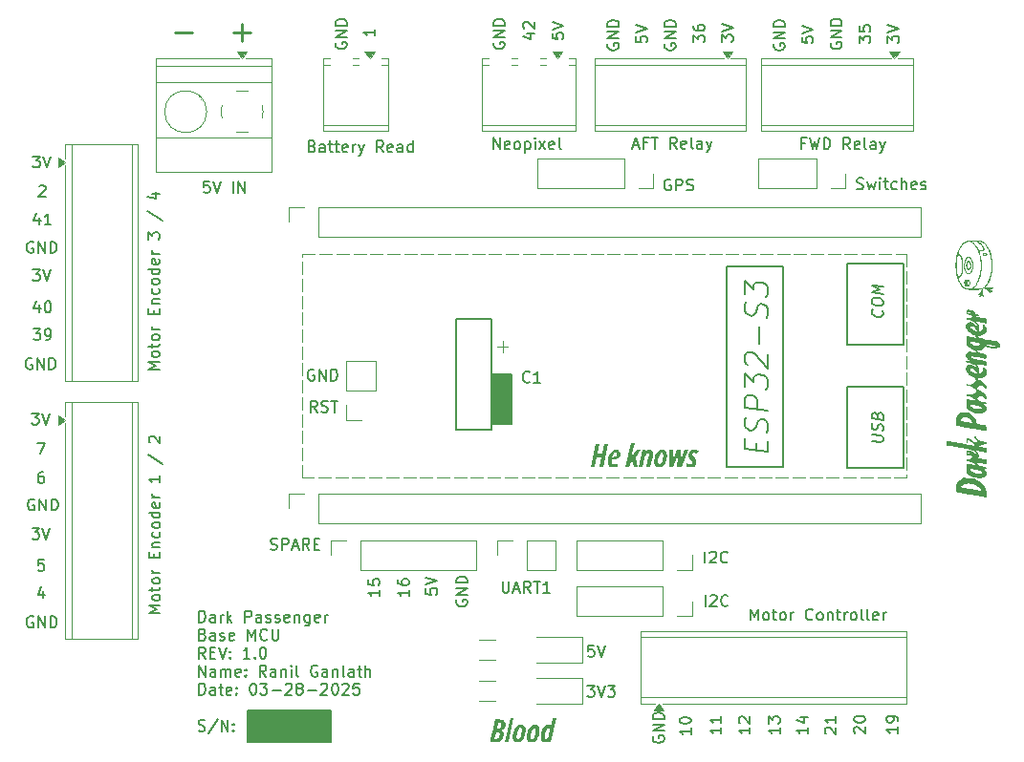
<source format=gbr>
%TF.GenerationSoftware,KiCad,Pcbnew,9.0.0*%
%TF.CreationDate,2025-03-28T17:52:31-06:00*%
%TF.ProjectId,Dark_Passenger_Base_MCU,4461726b-5f50-4617-9373-656e6765725f,1.0*%
%TF.SameCoordinates,Original*%
%TF.FileFunction,Legend,Top*%
%TF.FilePolarity,Positive*%
%FSLAX46Y46*%
G04 Gerber Fmt 4.6, Leading zero omitted, Abs format (unit mm)*
G04 Created by KiCad (PCBNEW 9.0.0) date 2025-03-28 17:52:31*
%MOMM*%
%LPD*%
G01*
G04 APERTURE LIST*
%ADD10C,0.200000*%
%ADD11C,0.150000*%
%ADD12C,0.100000*%
%ADD13C,0.250000*%
%ADD14C,0.120000*%
%ADD15C,0.000000*%
G04 APERTURE END LIST*
D10*
X123705238Y-82824917D02*
X123657619Y-82920155D01*
X123657619Y-82920155D02*
X123657619Y-83063012D01*
X123657619Y-83063012D02*
X123705238Y-83205869D01*
X123705238Y-83205869D02*
X123800476Y-83301107D01*
X123800476Y-83301107D02*
X123895714Y-83348726D01*
X123895714Y-83348726D02*
X124086190Y-83396345D01*
X124086190Y-83396345D02*
X124229047Y-83396345D01*
X124229047Y-83396345D02*
X124419523Y-83348726D01*
X124419523Y-83348726D02*
X124514761Y-83301107D01*
X124514761Y-83301107D02*
X124610000Y-83205869D01*
X124610000Y-83205869D02*
X124657619Y-83063012D01*
X124657619Y-83063012D02*
X124657619Y-82967774D01*
X124657619Y-82967774D02*
X124610000Y-82824917D01*
X124610000Y-82824917D02*
X124562380Y-82777298D01*
X124562380Y-82777298D02*
X124229047Y-82777298D01*
X124229047Y-82777298D02*
X124229047Y-82967774D01*
X124657619Y-82348726D02*
X123657619Y-82348726D01*
X123657619Y-82348726D02*
X124657619Y-81777298D01*
X124657619Y-81777298D02*
X123657619Y-81777298D01*
X124657619Y-81301107D02*
X123657619Y-81301107D01*
X123657619Y-81301107D02*
X123657619Y-81063012D01*
X123657619Y-81063012D02*
X123705238Y-80920155D01*
X123705238Y-80920155D02*
X123800476Y-80824917D01*
X123800476Y-80824917D02*
X123895714Y-80777298D01*
X123895714Y-80777298D02*
X124086190Y-80729679D01*
X124086190Y-80729679D02*
X124229047Y-80729679D01*
X124229047Y-80729679D02*
X124419523Y-80777298D01*
X124419523Y-80777298D02*
X124514761Y-80824917D01*
X124514761Y-80824917D02*
X124610000Y-80920155D01*
X124610000Y-80920155D02*
X124657619Y-81063012D01*
X124657619Y-81063012D02*
X124657619Y-81301107D01*
X120965219Y-81805736D02*
X120965219Y-82281926D01*
X120965219Y-82281926D02*
X121441409Y-82329545D01*
X121441409Y-82329545D02*
X121393790Y-82281926D01*
X121393790Y-82281926D02*
X121346171Y-82186688D01*
X121346171Y-82186688D02*
X121346171Y-81948593D01*
X121346171Y-81948593D02*
X121393790Y-81853355D01*
X121393790Y-81853355D02*
X121441409Y-81805736D01*
X121441409Y-81805736D02*
X121536647Y-81758117D01*
X121536647Y-81758117D02*
X121774742Y-81758117D01*
X121774742Y-81758117D02*
X121869980Y-81805736D01*
X121869980Y-81805736D02*
X121917600Y-81853355D01*
X121917600Y-81853355D02*
X121965219Y-81948593D01*
X121965219Y-81948593D02*
X121965219Y-82186688D01*
X121965219Y-82186688D02*
X121917600Y-82281926D01*
X121917600Y-82281926D02*
X121869980Y-82329545D01*
X120965219Y-81472402D02*
X121965219Y-81139069D01*
X121965219Y-81139069D02*
X120965219Y-80805736D01*
D11*
X105207000Y-92580000D02*
X112573000Y-92580000D01*
X112573000Y-95380000D01*
X105207000Y-95380000D01*
X105207000Y-92580000D01*
G36*
X105207000Y-92580000D02*
G01*
X112573000Y-92580000D01*
X112573000Y-95380000D01*
X105207000Y-95380000D01*
X105207000Y-92580000D01*
G37*
X158300000Y-53000000D02*
X163300000Y-53000000D01*
X163300000Y-60200000D01*
X158300000Y-60200000D01*
X158300000Y-53000000D01*
X158300000Y-63900000D02*
X163300000Y-63900000D01*
X163300000Y-71100000D01*
X158300000Y-71100000D01*
X158300000Y-63900000D01*
D12*
X110057200Y-52171600D02*
X111157200Y-52171600D01*
X111557200Y-52171600D02*
X112657200Y-52171600D01*
X113057200Y-52171600D02*
X114157200Y-52171600D01*
X114557200Y-52171600D02*
X115657200Y-52171600D01*
X116057200Y-52171600D02*
X117157200Y-52171600D01*
X117557200Y-52171600D02*
X118657200Y-52171600D01*
X119057200Y-52171600D02*
X120157200Y-52171600D01*
X120557200Y-52171600D02*
X121657200Y-52171600D01*
X122057200Y-52171600D02*
X123157200Y-52171600D01*
X123557200Y-52171600D02*
X124657200Y-52171600D01*
X125057200Y-52171600D02*
X126157200Y-52171600D01*
X126557200Y-52171600D02*
X127657200Y-52171600D01*
X128057200Y-52171600D02*
X129157200Y-52171600D01*
X129557200Y-52171600D02*
X130657200Y-52171600D01*
X131057200Y-52171600D02*
X132157200Y-52171600D01*
X132557200Y-52171600D02*
X133657200Y-52171600D01*
X134057200Y-52171600D02*
X135157200Y-52171600D01*
X135557200Y-52171600D02*
X136657200Y-52171600D01*
X137057200Y-52171600D02*
X138157200Y-52171600D01*
X138557200Y-52171600D02*
X139657200Y-52171600D01*
X140057200Y-52171600D02*
X141157200Y-52171600D01*
X141557200Y-52171600D02*
X142657200Y-52171600D01*
X143057200Y-52171600D02*
X144157200Y-52171600D01*
X144557200Y-52171600D02*
X145657200Y-52171600D01*
X146057200Y-52171600D02*
X147157200Y-52171600D01*
X147557200Y-52171600D02*
X148657200Y-52171600D01*
X149057200Y-52171600D02*
X150157200Y-52171600D01*
X150557200Y-52171600D02*
X151657200Y-52171600D01*
X152057200Y-52171600D02*
X153157200Y-52171600D01*
X153557200Y-52171600D02*
X154657200Y-52171600D01*
X155057200Y-52171600D02*
X156157200Y-52171600D01*
X156557200Y-52171600D02*
X157657200Y-52171600D01*
X158057200Y-52171600D02*
X159157200Y-52171600D01*
X159557200Y-52171600D02*
X160657200Y-52171600D01*
X161057200Y-52171600D02*
X162157200Y-52171600D01*
X162557200Y-52171600D02*
X163550800Y-52171600D01*
X163550800Y-52171600D02*
X163550800Y-53271600D01*
X163550800Y-53671600D02*
X163550800Y-54771600D01*
X163550800Y-55171600D02*
X163550800Y-56271600D01*
X163550800Y-56671600D02*
X163550800Y-57771600D01*
X163550800Y-58171600D02*
X163550800Y-59271600D01*
X163550800Y-59671600D02*
X163550800Y-60771600D01*
X163550800Y-61171600D02*
X163550800Y-62271600D01*
X163550800Y-62671600D02*
X163550800Y-63771600D01*
X163550800Y-64171600D02*
X163550800Y-65271600D01*
X163550800Y-65671600D02*
X163550800Y-66771600D01*
X163550800Y-67171600D02*
X163550800Y-68271600D01*
X163550800Y-68671600D02*
X163550800Y-69771600D01*
X163550800Y-70171600D02*
X163550800Y-71271600D01*
X163550800Y-71671600D02*
X163550800Y-71932800D01*
X163550800Y-71932800D02*
X162450800Y-71932800D01*
X162050800Y-71932800D02*
X160950800Y-71932800D01*
X160550800Y-71932800D02*
X159450800Y-71932800D01*
X159050800Y-71932800D02*
X157950800Y-71932800D01*
X157550800Y-71932800D02*
X156450800Y-71932800D01*
X156050800Y-71932800D02*
X154950800Y-71932800D01*
X154550800Y-71932800D02*
X153450800Y-71932800D01*
X153050800Y-71932800D02*
X151950800Y-71932800D01*
X151550800Y-71932800D02*
X150450800Y-71932800D01*
X150050800Y-71932800D02*
X148950800Y-71932800D01*
X148550800Y-71932800D02*
X147450800Y-71932800D01*
X147050800Y-71932800D02*
X145950800Y-71932800D01*
X145550800Y-71932800D02*
X144450800Y-71932800D01*
X144050800Y-71932800D02*
X142950800Y-71932800D01*
X142550800Y-71932800D02*
X141450800Y-71932800D01*
X141050800Y-71932800D02*
X139950800Y-71932800D01*
X139550800Y-71932800D02*
X138450800Y-71932800D01*
X138050800Y-71932800D02*
X136950800Y-71932800D01*
X136550800Y-71932800D02*
X135450800Y-71932800D01*
X135050800Y-71932800D02*
X133950800Y-71932800D01*
X133550800Y-71932800D02*
X132450800Y-71932800D01*
X132050800Y-71932800D02*
X130950800Y-71932800D01*
X130550800Y-71932800D02*
X129450800Y-71932800D01*
X129050800Y-71932800D02*
X127950800Y-71932800D01*
X127550800Y-71932800D02*
X126450800Y-71932800D01*
X126050800Y-71932800D02*
X124950800Y-71932800D01*
X124550800Y-71932800D02*
X123450800Y-71932800D01*
X123050800Y-71932800D02*
X121950800Y-71932800D01*
X121550800Y-71932800D02*
X120450800Y-71932800D01*
X120050800Y-71932800D02*
X118950800Y-71932800D01*
X118550800Y-71932800D02*
X117450800Y-71932800D01*
X117050800Y-71932800D02*
X115950800Y-71932800D01*
X115550800Y-71932800D02*
X114450800Y-71932800D01*
X114050800Y-71932800D02*
X112950800Y-71932800D01*
X112550800Y-71932800D02*
X111450800Y-71932800D01*
X111050800Y-71932800D02*
X110057200Y-71932800D01*
X110057200Y-71932800D02*
X110057200Y-70832800D01*
X110057200Y-70432800D02*
X110057200Y-69332800D01*
X110057200Y-68932800D02*
X110057200Y-67832800D01*
X110057200Y-67432800D02*
X110057200Y-66332800D01*
X110057200Y-65932800D02*
X110057200Y-64832800D01*
X110057200Y-64432800D02*
X110057200Y-63332800D01*
X110057200Y-62932800D02*
X110057200Y-61832800D01*
X110057200Y-61432800D02*
X110057200Y-60332800D01*
X110057200Y-59932800D02*
X110057200Y-58832800D01*
X110057200Y-58432800D02*
X110057200Y-57332800D01*
X110057200Y-56932800D02*
X110057200Y-55832800D01*
X110057200Y-55432800D02*
X110057200Y-54332800D01*
X110057200Y-53932800D02*
X110057200Y-52832800D01*
X110057200Y-52432800D02*
X110057200Y-52171600D01*
D11*
X147628400Y-53261600D02*
X152628400Y-53261600D01*
X152628400Y-71038400D01*
X147628400Y-71038400D01*
X147628400Y-53261600D01*
D10*
X116467219Y-32206517D02*
X116467219Y-32777945D01*
X116467219Y-32492231D02*
X115467219Y-32492231D01*
X115467219Y-32492231D02*
X115610076Y-32587469D01*
X115610076Y-32587469D02*
X115705314Y-32682707D01*
X115705314Y-32682707D02*
X115752933Y-32777945D01*
X111355101Y-66161219D02*
X111021768Y-65685028D01*
X110783673Y-66161219D02*
X110783673Y-65161219D01*
X110783673Y-65161219D02*
X111164625Y-65161219D01*
X111164625Y-65161219D02*
X111259863Y-65208838D01*
X111259863Y-65208838D02*
X111307482Y-65256457D01*
X111307482Y-65256457D02*
X111355101Y-65351695D01*
X111355101Y-65351695D02*
X111355101Y-65494552D01*
X111355101Y-65494552D02*
X111307482Y-65589790D01*
X111307482Y-65589790D02*
X111259863Y-65637409D01*
X111259863Y-65637409D02*
X111164625Y-65685028D01*
X111164625Y-65685028D02*
X110783673Y-65685028D01*
X111736054Y-66113600D02*
X111878911Y-66161219D01*
X111878911Y-66161219D02*
X112117006Y-66161219D01*
X112117006Y-66161219D02*
X112212244Y-66113600D01*
X112212244Y-66113600D02*
X112259863Y-66065980D01*
X112259863Y-66065980D02*
X112307482Y-65970742D01*
X112307482Y-65970742D02*
X112307482Y-65875504D01*
X112307482Y-65875504D02*
X112259863Y-65780266D01*
X112259863Y-65780266D02*
X112212244Y-65732647D01*
X112212244Y-65732647D02*
X112117006Y-65685028D01*
X112117006Y-65685028D02*
X111926530Y-65637409D01*
X111926530Y-65637409D02*
X111831292Y-65589790D01*
X111831292Y-65589790D02*
X111783673Y-65542171D01*
X111783673Y-65542171D02*
X111736054Y-65446933D01*
X111736054Y-65446933D02*
X111736054Y-65351695D01*
X111736054Y-65351695D02*
X111783673Y-65256457D01*
X111783673Y-65256457D02*
X111831292Y-65208838D01*
X111831292Y-65208838D02*
X111926530Y-65161219D01*
X111926530Y-65161219D02*
X112164625Y-65161219D01*
X112164625Y-65161219D02*
X112307482Y-65208838D01*
X112593197Y-65161219D02*
X113164625Y-65161219D01*
X112878911Y-66161219D02*
X112878911Y-65161219D01*
X154256419Y-32909736D02*
X154256419Y-33385926D01*
X154256419Y-33385926D02*
X154732609Y-33433545D01*
X154732609Y-33433545D02*
X154684990Y-33385926D01*
X154684990Y-33385926D02*
X154637371Y-33290688D01*
X154637371Y-33290688D02*
X154637371Y-33052593D01*
X154637371Y-33052593D02*
X154684990Y-32957355D01*
X154684990Y-32957355D02*
X154732609Y-32909736D01*
X154732609Y-32909736D02*
X154827847Y-32862117D01*
X154827847Y-32862117D02*
X155065942Y-32862117D01*
X155065942Y-32862117D02*
X155161180Y-32909736D01*
X155161180Y-32909736D02*
X155208800Y-32957355D01*
X155208800Y-32957355D02*
X155256419Y-33052593D01*
X155256419Y-33052593D02*
X155256419Y-33290688D01*
X155256419Y-33290688D02*
X155208800Y-33385926D01*
X155208800Y-33385926D02*
X155161180Y-33433545D01*
X154256419Y-32576402D02*
X155256419Y-32243069D01*
X155256419Y-32243069D02*
X154256419Y-31909736D01*
X162773619Y-94055717D02*
X162773619Y-94627145D01*
X162773619Y-94341431D02*
X161773619Y-94341431D01*
X161773619Y-94341431D02*
X161916476Y-94436669D01*
X161916476Y-94436669D02*
X162011714Y-94531907D01*
X162011714Y-94531907D02*
X162059333Y-94627145D01*
X162773619Y-93579526D02*
X162773619Y-93389050D01*
X162773619Y-93389050D02*
X162726000Y-93293812D01*
X162726000Y-93293812D02*
X162678380Y-93246193D01*
X162678380Y-93246193D02*
X162535523Y-93150955D01*
X162535523Y-93150955D02*
X162345047Y-93103336D01*
X162345047Y-93103336D02*
X161964095Y-93103336D01*
X161964095Y-93103336D02*
X161868857Y-93150955D01*
X161868857Y-93150955D02*
X161821238Y-93198574D01*
X161821238Y-93198574D02*
X161773619Y-93293812D01*
X161773619Y-93293812D02*
X161773619Y-93484288D01*
X161773619Y-93484288D02*
X161821238Y-93579526D01*
X161821238Y-93579526D02*
X161868857Y-93627145D01*
X161868857Y-93627145D02*
X161964095Y-93674764D01*
X161964095Y-93674764D02*
X162202190Y-93674764D01*
X162202190Y-93674764D02*
X162297428Y-93627145D01*
X162297428Y-93627145D02*
X162345047Y-93579526D01*
X162345047Y-93579526D02*
X162392666Y-93484288D01*
X162392666Y-93484288D02*
X162392666Y-93293812D01*
X162392666Y-93293812D02*
X162345047Y-93198574D01*
X162345047Y-93198574D02*
X162297428Y-93150955D01*
X162297428Y-93150955D02*
X162202190Y-93103336D01*
X142651082Y-45549238D02*
X142555844Y-45501619D01*
X142555844Y-45501619D02*
X142412987Y-45501619D01*
X142412987Y-45501619D02*
X142270130Y-45549238D01*
X142270130Y-45549238D02*
X142174892Y-45644476D01*
X142174892Y-45644476D02*
X142127273Y-45739714D01*
X142127273Y-45739714D02*
X142079654Y-45930190D01*
X142079654Y-45930190D02*
X142079654Y-46073047D01*
X142079654Y-46073047D02*
X142127273Y-46263523D01*
X142127273Y-46263523D02*
X142174892Y-46358761D01*
X142174892Y-46358761D02*
X142270130Y-46454000D01*
X142270130Y-46454000D02*
X142412987Y-46501619D01*
X142412987Y-46501619D02*
X142508225Y-46501619D01*
X142508225Y-46501619D02*
X142651082Y-46454000D01*
X142651082Y-46454000D02*
X142698701Y-46406380D01*
X142698701Y-46406380D02*
X142698701Y-46073047D01*
X142698701Y-46073047D02*
X142508225Y-46073047D01*
X143127273Y-46501619D02*
X143127273Y-45501619D01*
X143127273Y-45501619D02*
X143508225Y-45501619D01*
X143508225Y-45501619D02*
X143603463Y-45549238D01*
X143603463Y-45549238D02*
X143651082Y-45596857D01*
X143651082Y-45596857D02*
X143698701Y-45692095D01*
X143698701Y-45692095D02*
X143698701Y-45834952D01*
X143698701Y-45834952D02*
X143651082Y-45930190D01*
X143651082Y-45930190D02*
X143603463Y-45977809D01*
X143603463Y-45977809D02*
X143508225Y-46025428D01*
X143508225Y-46025428D02*
X143127273Y-46025428D01*
X144079654Y-46454000D02*
X144222511Y-46501619D01*
X144222511Y-46501619D02*
X144460606Y-46501619D01*
X144460606Y-46501619D02*
X144555844Y-46454000D01*
X144555844Y-46454000D02*
X144603463Y-46406380D01*
X144603463Y-46406380D02*
X144651082Y-46311142D01*
X144651082Y-46311142D02*
X144651082Y-46215904D01*
X144651082Y-46215904D02*
X144603463Y-46120666D01*
X144603463Y-46120666D02*
X144555844Y-46073047D01*
X144555844Y-46073047D02*
X144460606Y-46025428D01*
X144460606Y-46025428D02*
X144270130Y-45977809D01*
X144270130Y-45977809D02*
X144174892Y-45930190D01*
X144174892Y-45930190D02*
X144127273Y-45882571D01*
X144127273Y-45882571D02*
X144079654Y-45787333D01*
X144079654Y-45787333D02*
X144079654Y-45692095D01*
X144079654Y-45692095D02*
X144127273Y-45596857D01*
X144127273Y-45596857D02*
X144174892Y-45549238D01*
X144174892Y-45549238D02*
X144270130Y-45501619D01*
X144270130Y-45501619D02*
X144508225Y-45501619D01*
X144508225Y-45501619D02*
X144651082Y-45549238D01*
X111053482Y-62414838D02*
X110958244Y-62367219D01*
X110958244Y-62367219D02*
X110815387Y-62367219D01*
X110815387Y-62367219D02*
X110672530Y-62414838D01*
X110672530Y-62414838D02*
X110577292Y-62510076D01*
X110577292Y-62510076D02*
X110529673Y-62605314D01*
X110529673Y-62605314D02*
X110482054Y-62795790D01*
X110482054Y-62795790D02*
X110482054Y-62938647D01*
X110482054Y-62938647D02*
X110529673Y-63129123D01*
X110529673Y-63129123D02*
X110577292Y-63224361D01*
X110577292Y-63224361D02*
X110672530Y-63319600D01*
X110672530Y-63319600D02*
X110815387Y-63367219D01*
X110815387Y-63367219D02*
X110910625Y-63367219D01*
X110910625Y-63367219D02*
X111053482Y-63319600D01*
X111053482Y-63319600D02*
X111101101Y-63271980D01*
X111101101Y-63271980D02*
X111101101Y-62938647D01*
X111101101Y-62938647D02*
X110910625Y-62938647D01*
X111529673Y-63367219D02*
X111529673Y-62367219D01*
X111529673Y-62367219D02*
X112101101Y-63367219D01*
X112101101Y-63367219D02*
X112101101Y-62367219D01*
X112577292Y-63367219D02*
X112577292Y-62367219D01*
X112577292Y-62367219D02*
X112815387Y-62367219D01*
X112815387Y-62367219D02*
X112958244Y-62414838D01*
X112958244Y-62414838D02*
X113053482Y-62510076D01*
X113053482Y-62510076D02*
X113101101Y-62605314D01*
X113101101Y-62605314D02*
X113148720Y-62795790D01*
X113148720Y-62795790D02*
X113148720Y-62938647D01*
X113148720Y-62938647D02*
X113101101Y-63129123D01*
X113101101Y-63129123D02*
X113053482Y-63224361D01*
X113053482Y-63224361D02*
X112958244Y-63319600D01*
X112958244Y-63319600D02*
X112815387Y-63367219D01*
X112815387Y-63367219D02*
X112577292Y-63367219D01*
X86741044Y-56662152D02*
X86741044Y-57328819D01*
X86502949Y-56281200D02*
X86264854Y-56995485D01*
X86264854Y-56995485D02*
X86883901Y-56995485D01*
X87455330Y-56328819D02*
X87550568Y-56328819D01*
X87550568Y-56328819D02*
X87645806Y-56376438D01*
X87645806Y-56376438D02*
X87693425Y-56424057D01*
X87693425Y-56424057D02*
X87741044Y-56519295D01*
X87741044Y-56519295D02*
X87788663Y-56709771D01*
X87788663Y-56709771D02*
X87788663Y-56947866D01*
X87788663Y-56947866D02*
X87741044Y-57138342D01*
X87741044Y-57138342D02*
X87693425Y-57233580D01*
X87693425Y-57233580D02*
X87645806Y-57281200D01*
X87645806Y-57281200D02*
X87550568Y-57328819D01*
X87550568Y-57328819D02*
X87455330Y-57328819D01*
X87455330Y-57328819D02*
X87360092Y-57281200D01*
X87360092Y-57281200D02*
X87312473Y-57233580D01*
X87312473Y-57233580D02*
X87264854Y-57138342D01*
X87264854Y-57138342D02*
X87217235Y-56947866D01*
X87217235Y-56947866D02*
X87217235Y-56709771D01*
X87217235Y-56709771D02*
X87264854Y-56519295D01*
X87264854Y-56519295D02*
X87312473Y-56424057D01*
X87312473Y-56424057D02*
X87360092Y-56376438D01*
X87360092Y-56376438D02*
X87455330Y-56328819D01*
X86741044Y-48889752D02*
X86741044Y-49556419D01*
X86502949Y-48508800D02*
X86264854Y-49223085D01*
X86264854Y-49223085D02*
X86883901Y-49223085D01*
X87788663Y-49556419D02*
X87217235Y-49556419D01*
X87502949Y-49556419D02*
X87502949Y-48556419D01*
X87502949Y-48556419D02*
X87407711Y-48699276D01*
X87407711Y-48699276D02*
X87312473Y-48794514D01*
X87312473Y-48794514D02*
X87217235Y-48842133D01*
X119467219Y-81906517D02*
X119467219Y-82477945D01*
X119467219Y-82192231D02*
X118467219Y-82192231D01*
X118467219Y-82192231D02*
X118610076Y-82287469D01*
X118610076Y-82287469D02*
X118705314Y-82382707D01*
X118705314Y-82382707D02*
X118752933Y-82477945D01*
X118467219Y-81049374D02*
X118467219Y-81239850D01*
X118467219Y-81239850D02*
X118514838Y-81335088D01*
X118514838Y-81335088D02*
X118562457Y-81382707D01*
X118562457Y-81382707D02*
X118705314Y-81477945D01*
X118705314Y-81477945D02*
X118895790Y-81525564D01*
X118895790Y-81525564D02*
X119276742Y-81525564D01*
X119276742Y-81525564D02*
X119371980Y-81477945D01*
X119371980Y-81477945D02*
X119419600Y-81430326D01*
X119419600Y-81430326D02*
X119467219Y-81335088D01*
X119467219Y-81335088D02*
X119467219Y-81144612D01*
X119467219Y-81144612D02*
X119419600Y-81049374D01*
X119419600Y-81049374D02*
X119371980Y-81001755D01*
X119371980Y-81001755D02*
X119276742Y-80954136D01*
X119276742Y-80954136D02*
X119038647Y-80954136D01*
X119038647Y-80954136D02*
X118943409Y-81001755D01*
X118943409Y-81001755D02*
X118895790Y-81049374D01*
X118895790Y-81049374D02*
X118848171Y-81144612D01*
X118848171Y-81144612D02*
X118848171Y-81335088D01*
X118848171Y-81335088D02*
X118895790Y-81430326D01*
X118895790Y-81430326D02*
X118943409Y-81477945D01*
X118943409Y-81477945D02*
X119038647Y-81525564D01*
X147167219Y-33325564D02*
X147167219Y-32706517D01*
X147167219Y-32706517D02*
X147548171Y-33039850D01*
X147548171Y-33039850D02*
X147548171Y-32896993D01*
X147548171Y-32896993D02*
X147595790Y-32801755D01*
X147595790Y-32801755D02*
X147643409Y-32754136D01*
X147643409Y-32754136D02*
X147738647Y-32706517D01*
X147738647Y-32706517D02*
X147976742Y-32706517D01*
X147976742Y-32706517D02*
X148071980Y-32754136D01*
X148071980Y-32754136D02*
X148119600Y-32801755D01*
X148119600Y-32801755D02*
X148167219Y-32896993D01*
X148167219Y-32896993D02*
X148167219Y-33182707D01*
X148167219Y-33182707D02*
X148119600Y-33277945D01*
X148119600Y-33277945D02*
X148071980Y-33325564D01*
X147167219Y-32420802D02*
X148167219Y-32087469D01*
X148167219Y-32087469D02*
X147167219Y-31754136D01*
X86722054Y-46162457D02*
X86769673Y-46114838D01*
X86769673Y-46114838D02*
X86864911Y-46067219D01*
X86864911Y-46067219D02*
X87103006Y-46067219D01*
X87103006Y-46067219D02*
X87198244Y-46114838D01*
X87198244Y-46114838D02*
X87245863Y-46162457D01*
X87245863Y-46162457D02*
X87293482Y-46257695D01*
X87293482Y-46257695D02*
X87293482Y-46352933D01*
X87293482Y-46352933D02*
X87245863Y-46495790D01*
X87245863Y-46495790D02*
X86674435Y-47067219D01*
X86674435Y-47067219D02*
X87293482Y-47067219D01*
X141114838Y-94906517D02*
X141067219Y-95001755D01*
X141067219Y-95001755D02*
X141067219Y-95144612D01*
X141067219Y-95144612D02*
X141114838Y-95287469D01*
X141114838Y-95287469D02*
X141210076Y-95382707D01*
X141210076Y-95382707D02*
X141305314Y-95430326D01*
X141305314Y-95430326D02*
X141495790Y-95477945D01*
X141495790Y-95477945D02*
X141638647Y-95477945D01*
X141638647Y-95477945D02*
X141829123Y-95430326D01*
X141829123Y-95430326D02*
X141924361Y-95382707D01*
X141924361Y-95382707D02*
X142019600Y-95287469D01*
X142019600Y-95287469D02*
X142067219Y-95144612D01*
X142067219Y-95144612D02*
X142067219Y-95049374D01*
X142067219Y-95049374D02*
X142019600Y-94906517D01*
X142019600Y-94906517D02*
X141971980Y-94858898D01*
X141971980Y-94858898D02*
X141638647Y-94858898D01*
X141638647Y-94858898D02*
X141638647Y-95049374D01*
X142067219Y-94430326D02*
X141067219Y-94430326D01*
X141067219Y-94430326D02*
X142067219Y-93858898D01*
X142067219Y-93858898D02*
X141067219Y-93858898D01*
X142067219Y-93382707D02*
X141067219Y-93382707D01*
X141067219Y-93382707D02*
X141067219Y-93144612D01*
X141067219Y-93144612D02*
X141114838Y-93001755D01*
X141114838Y-93001755D02*
X141210076Y-92906517D01*
X141210076Y-92906517D02*
X141305314Y-92858898D01*
X141305314Y-92858898D02*
X141495790Y-92811279D01*
X141495790Y-92811279D02*
X141638647Y-92811279D01*
X141638647Y-92811279D02*
X141829123Y-92858898D01*
X141829123Y-92858898D02*
X141924361Y-92906517D01*
X141924361Y-92906517D02*
X142019600Y-93001755D01*
X142019600Y-93001755D02*
X142067219Y-93144612D01*
X142067219Y-93144612D02*
X142067219Y-93382707D01*
D13*
X105459336Y-32519666D02*
X103935527Y-32519666D01*
X104697431Y-31757761D02*
X104697431Y-33281571D01*
D10*
X159336419Y-33430364D02*
X159336419Y-32811317D01*
X159336419Y-32811317D02*
X159717371Y-33144650D01*
X159717371Y-33144650D02*
X159717371Y-33001793D01*
X159717371Y-33001793D02*
X159764990Y-32906555D01*
X159764990Y-32906555D02*
X159812609Y-32858936D01*
X159812609Y-32858936D02*
X159907847Y-32811317D01*
X159907847Y-32811317D02*
X160145942Y-32811317D01*
X160145942Y-32811317D02*
X160241180Y-32858936D01*
X160241180Y-32858936D02*
X160288800Y-32906555D01*
X160288800Y-32906555D02*
X160336419Y-33001793D01*
X160336419Y-33001793D02*
X160336419Y-33287507D01*
X160336419Y-33287507D02*
X160288800Y-33382745D01*
X160288800Y-33382745D02*
X160241180Y-33430364D01*
X159336419Y-31906555D02*
X159336419Y-32382745D01*
X159336419Y-32382745D02*
X159812609Y-32430364D01*
X159812609Y-32430364D02*
X159764990Y-32382745D01*
X159764990Y-32382745D02*
X159717371Y-32287507D01*
X159717371Y-32287507D02*
X159717371Y-32049412D01*
X159717371Y-32049412D02*
X159764990Y-31954174D01*
X159764990Y-31954174D02*
X159812609Y-31906555D01*
X159812609Y-31906555D02*
X159907847Y-31858936D01*
X159907847Y-31858936D02*
X160145942Y-31858936D01*
X160145942Y-31858936D02*
X160241180Y-31906555D01*
X160241180Y-31906555D02*
X160288800Y-31954174D01*
X160288800Y-31954174D02*
X160336419Y-32049412D01*
X160336419Y-32049412D02*
X160336419Y-32287507D01*
X160336419Y-32287507D02*
X160288800Y-32382745D01*
X160288800Y-32382745D02*
X160241180Y-32430364D01*
X149747273Y-84601619D02*
X149747273Y-83601619D01*
X149747273Y-83601619D02*
X150080606Y-84315904D01*
X150080606Y-84315904D02*
X150413939Y-83601619D01*
X150413939Y-83601619D02*
X150413939Y-84601619D01*
X151032987Y-84601619D02*
X150937749Y-84554000D01*
X150937749Y-84554000D02*
X150890130Y-84506380D01*
X150890130Y-84506380D02*
X150842511Y-84411142D01*
X150842511Y-84411142D02*
X150842511Y-84125428D01*
X150842511Y-84125428D02*
X150890130Y-84030190D01*
X150890130Y-84030190D02*
X150937749Y-83982571D01*
X150937749Y-83982571D02*
X151032987Y-83934952D01*
X151032987Y-83934952D02*
X151175844Y-83934952D01*
X151175844Y-83934952D02*
X151271082Y-83982571D01*
X151271082Y-83982571D02*
X151318701Y-84030190D01*
X151318701Y-84030190D02*
X151366320Y-84125428D01*
X151366320Y-84125428D02*
X151366320Y-84411142D01*
X151366320Y-84411142D02*
X151318701Y-84506380D01*
X151318701Y-84506380D02*
X151271082Y-84554000D01*
X151271082Y-84554000D02*
X151175844Y-84601619D01*
X151175844Y-84601619D02*
X151032987Y-84601619D01*
X151652035Y-83934952D02*
X152032987Y-83934952D01*
X151794892Y-83601619D02*
X151794892Y-84458761D01*
X151794892Y-84458761D02*
X151842511Y-84554000D01*
X151842511Y-84554000D02*
X151937749Y-84601619D01*
X151937749Y-84601619D02*
X152032987Y-84601619D01*
X152509178Y-84601619D02*
X152413940Y-84554000D01*
X152413940Y-84554000D02*
X152366321Y-84506380D01*
X152366321Y-84506380D02*
X152318702Y-84411142D01*
X152318702Y-84411142D02*
X152318702Y-84125428D01*
X152318702Y-84125428D02*
X152366321Y-84030190D01*
X152366321Y-84030190D02*
X152413940Y-83982571D01*
X152413940Y-83982571D02*
X152509178Y-83934952D01*
X152509178Y-83934952D02*
X152652035Y-83934952D01*
X152652035Y-83934952D02*
X152747273Y-83982571D01*
X152747273Y-83982571D02*
X152794892Y-84030190D01*
X152794892Y-84030190D02*
X152842511Y-84125428D01*
X152842511Y-84125428D02*
X152842511Y-84411142D01*
X152842511Y-84411142D02*
X152794892Y-84506380D01*
X152794892Y-84506380D02*
X152747273Y-84554000D01*
X152747273Y-84554000D02*
X152652035Y-84601619D01*
X152652035Y-84601619D02*
X152509178Y-84601619D01*
X153271083Y-84601619D02*
X153271083Y-83934952D01*
X153271083Y-84125428D02*
X153318702Y-84030190D01*
X153318702Y-84030190D02*
X153366321Y-83982571D01*
X153366321Y-83982571D02*
X153461559Y-83934952D01*
X153461559Y-83934952D02*
X153556797Y-83934952D01*
X155223464Y-84506380D02*
X155175845Y-84554000D01*
X155175845Y-84554000D02*
X155032988Y-84601619D01*
X155032988Y-84601619D02*
X154937750Y-84601619D01*
X154937750Y-84601619D02*
X154794893Y-84554000D01*
X154794893Y-84554000D02*
X154699655Y-84458761D01*
X154699655Y-84458761D02*
X154652036Y-84363523D01*
X154652036Y-84363523D02*
X154604417Y-84173047D01*
X154604417Y-84173047D02*
X154604417Y-84030190D01*
X154604417Y-84030190D02*
X154652036Y-83839714D01*
X154652036Y-83839714D02*
X154699655Y-83744476D01*
X154699655Y-83744476D02*
X154794893Y-83649238D01*
X154794893Y-83649238D02*
X154937750Y-83601619D01*
X154937750Y-83601619D02*
X155032988Y-83601619D01*
X155032988Y-83601619D02*
X155175845Y-83649238D01*
X155175845Y-83649238D02*
X155223464Y-83696857D01*
X155794893Y-84601619D02*
X155699655Y-84554000D01*
X155699655Y-84554000D02*
X155652036Y-84506380D01*
X155652036Y-84506380D02*
X155604417Y-84411142D01*
X155604417Y-84411142D02*
X155604417Y-84125428D01*
X155604417Y-84125428D02*
X155652036Y-84030190D01*
X155652036Y-84030190D02*
X155699655Y-83982571D01*
X155699655Y-83982571D02*
X155794893Y-83934952D01*
X155794893Y-83934952D02*
X155937750Y-83934952D01*
X155937750Y-83934952D02*
X156032988Y-83982571D01*
X156032988Y-83982571D02*
X156080607Y-84030190D01*
X156080607Y-84030190D02*
X156128226Y-84125428D01*
X156128226Y-84125428D02*
X156128226Y-84411142D01*
X156128226Y-84411142D02*
X156080607Y-84506380D01*
X156080607Y-84506380D02*
X156032988Y-84554000D01*
X156032988Y-84554000D02*
X155937750Y-84601619D01*
X155937750Y-84601619D02*
X155794893Y-84601619D01*
X156556798Y-83934952D02*
X156556798Y-84601619D01*
X156556798Y-84030190D02*
X156604417Y-83982571D01*
X156604417Y-83982571D02*
X156699655Y-83934952D01*
X156699655Y-83934952D02*
X156842512Y-83934952D01*
X156842512Y-83934952D02*
X156937750Y-83982571D01*
X156937750Y-83982571D02*
X156985369Y-84077809D01*
X156985369Y-84077809D02*
X156985369Y-84601619D01*
X157318703Y-83934952D02*
X157699655Y-83934952D01*
X157461560Y-83601619D02*
X157461560Y-84458761D01*
X157461560Y-84458761D02*
X157509179Y-84554000D01*
X157509179Y-84554000D02*
X157604417Y-84601619D01*
X157604417Y-84601619D02*
X157699655Y-84601619D01*
X158032989Y-84601619D02*
X158032989Y-83934952D01*
X158032989Y-84125428D02*
X158080608Y-84030190D01*
X158080608Y-84030190D02*
X158128227Y-83982571D01*
X158128227Y-83982571D02*
X158223465Y-83934952D01*
X158223465Y-83934952D02*
X158318703Y-83934952D01*
X158794894Y-84601619D02*
X158699656Y-84554000D01*
X158699656Y-84554000D02*
X158652037Y-84506380D01*
X158652037Y-84506380D02*
X158604418Y-84411142D01*
X158604418Y-84411142D02*
X158604418Y-84125428D01*
X158604418Y-84125428D02*
X158652037Y-84030190D01*
X158652037Y-84030190D02*
X158699656Y-83982571D01*
X158699656Y-83982571D02*
X158794894Y-83934952D01*
X158794894Y-83934952D02*
X158937751Y-83934952D01*
X158937751Y-83934952D02*
X159032989Y-83982571D01*
X159032989Y-83982571D02*
X159080608Y-84030190D01*
X159080608Y-84030190D02*
X159128227Y-84125428D01*
X159128227Y-84125428D02*
X159128227Y-84411142D01*
X159128227Y-84411142D02*
X159080608Y-84506380D01*
X159080608Y-84506380D02*
X159032989Y-84554000D01*
X159032989Y-84554000D02*
X158937751Y-84601619D01*
X158937751Y-84601619D02*
X158794894Y-84601619D01*
X159699656Y-84601619D02*
X159604418Y-84554000D01*
X159604418Y-84554000D02*
X159556799Y-84458761D01*
X159556799Y-84458761D02*
X159556799Y-83601619D01*
X160223466Y-84601619D02*
X160128228Y-84554000D01*
X160128228Y-84554000D02*
X160080609Y-84458761D01*
X160080609Y-84458761D02*
X160080609Y-83601619D01*
X160985371Y-84554000D02*
X160890133Y-84601619D01*
X160890133Y-84601619D02*
X160699657Y-84601619D01*
X160699657Y-84601619D02*
X160604419Y-84554000D01*
X160604419Y-84554000D02*
X160556800Y-84458761D01*
X160556800Y-84458761D02*
X160556800Y-84077809D01*
X160556800Y-84077809D02*
X160604419Y-83982571D01*
X160604419Y-83982571D02*
X160699657Y-83934952D01*
X160699657Y-83934952D02*
X160890133Y-83934952D01*
X160890133Y-83934952D02*
X160985371Y-83982571D01*
X160985371Y-83982571D02*
X161032990Y-84077809D01*
X161032990Y-84077809D02*
X161032990Y-84173047D01*
X161032990Y-84173047D02*
X160556800Y-84268285D01*
X161461562Y-84601619D02*
X161461562Y-83934952D01*
X161461562Y-84125428D02*
X161509181Y-84030190D01*
X161509181Y-84030190D02*
X161556800Y-83982571D01*
X161556800Y-83982571D02*
X161652038Y-83934952D01*
X161652038Y-83934952D02*
X161747276Y-83934952D01*
X150197219Y-69573183D02*
X150197219Y-68906517D01*
X151244838Y-68751755D02*
X151244838Y-69704136D01*
X151244838Y-69704136D02*
X149244838Y-69454136D01*
X149244838Y-69454136D02*
X149244838Y-68501755D01*
X151149600Y-67977945D02*
X151244838Y-67704136D01*
X151244838Y-67704136D02*
X151244838Y-67227945D01*
X151244838Y-67227945D02*
X151149600Y-67025564D01*
X151149600Y-67025564D02*
X151054361Y-66918421D01*
X151054361Y-66918421D02*
X150863885Y-66799374D01*
X150863885Y-66799374D02*
X150673409Y-66775564D01*
X150673409Y-66775564D02*
X150482933Y-66846993D01*
X150482933Y-66846993D02*
X150387695Y-66930326D01*
X150387695Y-66930326D02*
X150292457Y-67108898D01*
X150292457Y-67108898D02*
X150197219Y-67477945D01*
X150197219Y-67477945D02*
X150101980Y-67656517D01*
X150101980Y-67656517D02*
X150006742Y-67739850D01*
X150006742Y-67739850D02*
X149816266Y-67811278D01*
X149816266Y-67811278D02*
X149625790Y-67787469D01*
X149625790Y-67787469D02*
X149435314Y-67668421D01*
X149435314Y-67668421D02*
X149340076Y-67561278D01*
X149340076Y-67561278D02*
X149244838Y-67358898D01*
X149244838Y-67358898D02*
X149244838Y-66882707D01*
X149244838Y-66882707D02*
X149340076Y-66608898D01*
X151244838Y-65989850D02*
X149244838Y-65739850D01*
X149244838Y-65739850D02*
X149244838Y-64977945D01*
X149244838Y-64977945D02*
X149340076Y-64799374D01*
X149340076Y-64799374D02*
X149435314Y-64716040D01*
X149435314Y-64716040D02*
X149625790Y-64644612D01*
X149625790Y-64644612D02*
X149911504Y-64680326D01*
X149911504Y-64680326D02*
X150101980Y-64799374D01*
X150101980Y-64799374D02*
X150197219Y-64906516D01*
X150197219Y-64906516D02*
X150292457Y-65108897D01*
X150292457Y-65108897D02*
X150292457Y-65870802D01*
X149244838Y-63930326D02*
X149244838Y-62692231D01*
X149244838Y-62692231D02*
X150006742Y-63454136D01*
X150006742Y-63454136D02*
X150006742Y-63168421D01*
X150006742Y-63168421D02*
X150101980Y-62989850D01*
X150101980Y-62989850D02*
X150197219Y-62906516D01*
X150197219Y-62906516D02*
X150387695Y-62835088D01*
X150387695Y-62835088D02*
X150863885Y-62894612D01*
X150863885Y-62894612D02*
X151054361Y-63013659D01*
X151054361Y-63013659D02*
X151149600Y-63120802D01*
X151149600Y-63120802D02*
X151244838Y-63323183D01*
X151244838Y-63323183D02*
X151244838Y-63894612D01*
X151244838Y-63894612D02*
X151149600Y-64073183D01*
X151149600Y-64073183D02*
X151054361Y-64156516D01*
X149435314Y-61954135D02*
X149340076Y-61846993D01*
X149340076Y-61846993D02*
X149244838Y-61644612D01*
X149244838Y-61644612D02*
X149244838Y-61168421D01*
X149244838Y-61168421D02*
X149340076Y-60989850D01*
X149340076Y-60989850D02*
X149435314Y-60906516D01*
X149435314Y-60906516D02*
X149625790Y-60835088D01*
X149625790Y-60835088D02*
X149816266Y-60858897D01*
X149816266Y-60858897D02*
X150101980Y-60989850D01*
X150101980Y-60989850D02*
X151244838Y-62275564D01*
X151244838Y-62275564D02*
X151244838Y-61037469D01*
X150482933Y-60085088D02*
X150482933Y-58561278D01*
X151149600Y-57787469D02*
X151244838Y-57513660D01*
X151244838Y-57513660D02*
X151244838Y-57037469D01*
X151244838Y-57037469D02*
X151149600Y-56835088D01*
X151149600Y-56835088D02*
X151054361Y-56727945D01*
X151054361Y-56727945D02*
X150863885Y-56608898D01*
X150863885Y-56608898D02*
X150673409Y-56585088D01*
X150673409Y-56585088D02*
X150482933Y-56656517D01*
X150482933Y-56656517D02*
X150387695Y-56739850D01*
X150387695Y-56739850D02*
X150292457Y-56918422D01*
X150292457Y-56918422D02*
X150197219Y-57287469D01*
X150197219Y-57287469D02*
X150101980Y-57466041D01*
X150101980Y-57466041D02*
X150006742Y-57549374D01*
X150006742Y-57549374D02*
X149816266Y-57620802D01*
X149816266Y-57620802D02*
X149625790Y-57596993D01*
X149625790Y-57596993D02*
X149435314Y-57477945D01*
X149435314Y-57477945D02*
X149340076Y-57370802D01*
X149340076Y-57370802D02*
X149244838Y-57168422D01*
X149244838Y-57168422D02*
X149244838Y-56692231D01*
X149244838Y-56692231D02*
X149340076Y-56418422D01*
X149244838Y-55739850D02*
X149244838Y-54501755D01*
X149244838Y-54501755D02*
X150006742Y-55263660D01*
X150006742Y-55263660D02*
X150006742Y-54977945D01*
X150006742Y-54977945D02*
X150101980Y-54799374D01*
X150101980Y-54799374D02*
X150197219Y-54716040D01*
X150197219Y-54716040D02*
X150387695Y-54644612D01*
X150387695Y-54644612D02*
X150863885Y-54704136D01*
X150863885Y-54704136D02*
X151054361Y-54823183D01*
X151054361Y-54823183D02*
X151149600Y-54930326D01*
X151149600Y-54930326D02*
X151244838Y-55132707D01*
X151244838Y-55132707D02*
X151244838Y-55704136D01*
X151244838Y-55704136D02*
X151149600Y-55882707D01*
X151149600Y-55882707D02*
X151054361Y-55966040D01*
X135847063Y-86852819D02*
X135370873Y-86852819D01*
X135370873Y-86852819D02*
X135323254Y-87329009D01*
X135323254Y-87329009D02*
X135370873Y-87281390D01*
X135370873Y-87281390D02*
X135466111Y-87233771D01*
X135466111Y-87233771D02*
X135704206Y-87233771D01*
X135704206Y-87233771D02*
X135799444Y-87281390D01*
X135799444Y-87281390D02*
X135847063Y-87329009D01*
X135847063Y-87329009D02*
X135894682Y-87424247D01*
X135894682Y-87424247D02*
X135894682Y-87662342D01*
X135894682Y-87662342D02*
X135847063Y-87757580D01*
X135847063Y-87757580D02*
X135799444Y-87805200D01*
X135799444Y-87805200D02*
X135704206Y-87852819D01*
X135704206Y-87852819D02*
X135466111Y-87852819D01*
X135466111Y-87852819D02*
X135370873Y-87805200D01*
X135370873Y-87805200D02*
X135323254Y-87757580D01*
X136180397Y-86852819D02*
X136513730Y-87852819D01*
X136513730Y-87852819D02*
X136847063Y-86852819D01*
X86166435Y-53534819D02*
X86785482Y-53534819D01*
X86785482Y-53534819D02*
X86452149Y-53915771D01*
X86452149Y-53915771D02*
X86595006Y-53915771D01*
X86595006Y-53915771D02*
X86690244Y-53963390D01*
X86690244Y-53963390D02*
X86737863Y-54011009D01*
X86737863Y-54011009D02*
X86785482Y-54106247D01*
X86785482Y-54106247D02*
X86785482Y-54344342D01*
X86785482Y-54344342D02*
X86737863Y-54439580D01*
X86737863Y-54439580D02*
X86690244Y-54487200D01*
X86690244Y-54487200D02*
X86595006Y-54534819D01*
X86595006Y-54534819D02*
X86309292Y-54534819D01*
X86309292Y-54534819D02*
X86214054Y-54487200D01*
X86214054Y-54487200D02*
X86166435Y-54439580D01*
X87071197Y-53534819D02*
X87404530Y-54534819D01*
X87404530Y-54534819D02*
X87737863Y-53534819D01*
X87098244Y-82000552D02*
X87098244Y-82667219D01*
X86860149Y-81619600D02*
X86622054Y-82333885D01*
X86622054Y-82333885D02*
X87241101Y-82333885D01*
X86117235Y-76434819D02*
X86736282Y-76434819D01*
X86736282Y-76434819D02*
X86402949Y-76815771D01*
X86402949Y-76815771D02*
X86545806Y-76815771D01*
X86545806Y-76815771D02*
X86641044Y-76863390D01*
X86641044Y-76863390D02*
X86688663Y-76911009D01*
X86688663Y-76911009D02*
X86736282Y-77006247D01*
X86736282Y-77006247D02*
X86736282Y-77244342D01*
X86736282Y-77244342D02*
X86688663Y-77339580D01*
X86688663Y-77339580D02*
X86641044Y-77387200D01*
X86641044Y-77387200D02*
X86545806Y-77434819D01*
X86545806Y-77434819D02*
X86260092Y-77434819D01*
X86260092Y-77434819D02*
X86164854Y-77387200D01*
X86164854Y-77387200D02*
X86117235Y-77339580D01*
X87021997Y-76434819D02*
X87355330Y-77434819D01*
X87355330Y-77434819D02*
X87688663Y-76434819D01*
G36*
X135554382Y-71034000D02*
G01*
X135977166Y-69034750D01*
X136327166Y-69034750D01*
X136156441Y-69835622D01*
X136598764Y-69835622D01*
X136769612Y-69034750D01*
X137119612Y-69034750D01*
X136694019Y-71034000D01*
X136344019Y-71034000D01*
X136531598Y-70146421D01*
X136091960Y-70146421D01*
X135904382Y-71034000D01*
X135554382Y-71034000D01*
G37*
G36*
X137916210Y-69494015D02*
G01*
X138005371Y-69525612D01*
X138079364Y-69576602D01*
X138135711Y-69645361D01*
X138170506Y-69730957D01*
X138182923Y-69838431D01*
X138169796Y-69967570D01*
X138132562Y-70075350D01*
X138072249Y-70166242D01*
X137986919Y-70243019D01*
X137886922Y-70300650D01*
X137767835Y-70343960D01*
X137626161Y-70371712D01*
X137457766Y-70381627D01*
X137435418Y-70381627D01*
X137422791Y-70457810D01*
X137418565Y-70535622D01*
X137425370Y-70624219D01*
X137443062Y-70686344D01*
X137468879Y-70728818D01*
X137506341Y-70760408D01*
X137555541Y-70780310D01*
X137620188Y-70787558D01*
X137704979Y-70781812D01*
X137781144Y-70765210D01*
X137857485Y-70736391D01*
X137956144Y-70686808D01*
X137956144Y-70947171D01*
X137853422Y-71002527D01*
X137753178Y-71036808D01*
X137649323Y-71055581D01*
X137538977Y-71061965D01*
X137435357Y-71053183D01*
X137347556Y-71028292D01*
X137272651Y-70988425D01*
X137208517Y-70933249D01*
X137157867Y-70865799D01*
X137120419Y-70785004D01*
X137096607Y-70688208D01*
X137088105Y-70572014D01*
X137099668Y-70371964D01*
X137134267Y-70175852D01*
X137146047Y-70137995D01*
X137482923Y-70137995D01*
X137491350Y-70137995D01*
X137634056Y-70127232D01*
X137728949Y-70099902D01*
X137789570Y-70061058D01*
X137835561Y-70005286D01*
X137862784Y-69942163D01*
X137872124Y-69869205D01*
X137864276Y-69817695D01*
X137842693Y-69781034D01*
X137808484Y-69757284D01*
X137760139Y-69748794D01*
X137708820Y-69758823D01*
X137656837Y-69791056D01*
X137601870Y-69852475D01*
X137558573Y-69924519D01*
X137518601Y-70018229D01*
X137482923Y-70137995D01*
X137146047Y-70137995D01*
X137192557Y-69988530D01*
X137271531Y-69824387D01*
X137338363Y-69725291D01*
X137413406Y-69642795D01*
X137496967Y-69575259D01*
X137590309Y-69524296D01*
X137693102Y-69493421D01*
X137807766Y-69482813D01*
X137916210Y-69494015D01*
G37*
G36*
X138668722Y-71034000D02*
G01*
X139122281Y-68906034D01*
X139458237Y-68906034D01*
X139259424Y-69827196D01*
X139225840Y-69972764D01*
X139181022Y-70135186D01*
X139186639Y-70135186D01*
X139651434Y-69507970D01*
X140018286Y-69507970D01*
X139531022Y-70149230D01*
X139724218Y-71034000D01*
X139360296Y-71034000D01*
X139239884Y-70420828D01*
X139099811Y-70560779D01*
X139004678Y-71034000D01*
X138668722Y-71034000D01*
G37*
G36*
X139858674Y-71034000D02*
G01*
X140183394Y-69507970D01*
X140452184Y-69507970D01*
X140438262Y-69698357D01*
X140446566Y-69698357D01*
X140517602Y-69604503D01*
X140594944Y-69537401D01*
X140682893Y-69494222D01*
X140777027Y-69480004D01*
X140854858Y-69488088D01*
X140925175Y-69511795D01*
X140989762Y-69551445D01*
X141038102Y-69606154D01*
X141070036Y-69687289D01*
X141082208Y-69804847D01*
X141072438Y-69919642D01*
X141048625Y-70059593D01*
X140841385Y-71034000D01*
X140505429Y-71034000D01*
X140695816Y-70137995D01*
X140718164Y-70010622D01*
X140729399Y-69899980D01*
X140717345Y-69832801D01*
X140686564Y-69797610D01*
X140634267Y-69785186D01*
X140575716Y-69797389D01*
X140522823Y-69835395D01*
X140473189Y-69907063D01*
X140417659Y-70040078D01*
X140365355Y-70230441D01*
X140197438Y-71034000D01*
X139858674Y-71034000D01*
G37*
G36*
X142004163Y-69488988D02*
G01*
X142086380Y-69514486D01*
X142156392Y-69555563D01*
X142216228Y-69612995D01*
X142275385Y-69707580D01*
X142313168Y-69827129D01*
X142326870Y-69978382D01*
X142320730Y-70114293D01*
X142301591Y-70261215D01*
X142269473Y-70407991D01*
X142223189Y-70552475D01*
X142161772Y-70689311D01*
X142086046Y-70810029D01*
X141993822Y-70914068D01*
X141888576Y-70993455D01*
X141810473Y-71031023D01*
X141723857Y-71054021D01*
X141626870Y-71061965D01*
X141527791Y-71053111D01*
X141444325Y-71028032D01*
X141373475Y-70987780D01*
X141313140Y-70931784D01*
X141266396Y-70864264D01*
X141231501Y-70782814D01*
X141209161Y-70684668D01*
X141201344Y-70569205D01*
X141540041Y-70569205D01*
X141548666Y-70660789D01*
X141570816Y-70721857D01*
X141609830Y-70762691D01*
X141666071Y-70776445D01*
X141712443Y-70767949D01*
X141756617Y-70741456D01*
X141800404Y-70692426D01*
X141853255Y-70601253D01*
X141901154Y-70481034D01*
X141938153Y-70351855D01*
X141965512Y-70217740D01*
X141982742Y-70085179D01*
X141987983Y-69975573D01*
X141977283Y-69871061D01*
X141951013Y-69809756D01*
X141913452Y-69776847D01*
X141861953Y-69765646D01*
X141802375Y-69779354D01*
X141747159Y-69823043D01*
X141701227Y-69886536D01*
X141657644Y-69972886D01*
X141622065Y-70067965D01*
X141591821Y-70174387D01*
X141552620Y-70387244D01*
X141540041Y-70569205D01*
X141201344Y-70569205D01*
X141201154Y-70566397D01*
X141206756Y-70445742D01*
X141224968Y-70303225D01*
X141255281Y-70158605D01*
X141299218Y-70013431D01*
X141358048Y-69874434D01*
X141432208Y-69748794D01*
X141524121Y-69639374D01*
X141632365Y-69554254D01*
X141713641Y-69513569D01*
X141804403Y-69488636D01*
X141906772Y-69480004D01*
X142004163Y-69488988D01*
G37*
G36*
X142517013Y-71034000D02*
G01*
X142550596Y-69507970D01*
X142878248Y-69507970D01*
X142853091Y-70171578D01*
X142839047Y-70339617D01*
X142825003Y-70496421D01*
X142833429Y-70496421D01*
X142879591Y-70350852D01*
X142931493Y-70199544D01*
X143197473Y-69507970D01*
X143578248Y-69507970D01*
X143547473Y-70188431D01*
X143536238Y-70355004D01*
X143525003Y-70515960D01*
X143530621Y-70515960D01*
X143589361Y-70336808D01*
X143653841Y-70154847D01*
X143897473Y-69507970D01*
X144233429Y-69507970D01*
X143620258Y-71034000D01*
X143231057Y-71034000D01*
X143273066Y-70224823D01*
X143284180Y-70094642D01*
X143292606Y-69961651D01*
X143286988Y-69961651D01*
X143249253Y-70073637D01*
X143211395Y-70182813D01*
X142889483Y-71034000D01*
X142517013Y-71034000D01*
G37*
G36*
X144431388Y-71061965D02*
G01*
X144310560Y-71055805D01*
X144219996Y-71039495D01*
X144138179Y-71012976D01*
X144070153Y-70980755D01*
X144070153Y-70658842D01*
X144141892Y-70703372D01*
X144226957Y-70738588D01*
X144315112Y-70761149D01*
X144389378Y-70768019D01*
X144467457Y-70756608D01*
X144526521Y-70724666D01*
X144555295Y-70692165D01*
X144573257Y-70649778D01*
X144579766Y-70594362D01*
X144572932Y-70539394D01*
X144551800Y-70483842D01*
X144513255Y-70427798D01*
X144431388Y-70342426D01*
X144335691Y-70241113D01*
X144281545Y-70152039D01*
X144251267Y-70056745D01*
X144241001Y-69953225D01*
X144254940Y-69826291D01*
X144295589Y-69713867D01*
X144337617Y-69646917D01*
X144390493Y-69590271D01*
X144455202Y-69543019D01*
X144527756Y-69509027D01*
X144613196Y-69487600D01*
X144714221Y-69480004D01*
X144832034Y-69488248D01*
X144939535Y-69512244D01*
X145038738Y-69550709D01*
X145117466Y-69597607D01*
X144983011Y-69855161D01*
X144918754Y-69811152D01*
X144851364Y-69781034D01*
X144783239Y-69762586D01*
X144730952Y-69757220D01*
X144669452Y-69767516D01*
X144624584Y-69796421D01*
X144595680Y-69841289D01*
X144585383Y-69902789D01*
X144591734Y-69956989D01*
X144610540Y-70006470D01*
X144646169Y-70055305D01*
X144725457Y-70132377D01*
X144821500Y-70230138D01*
X144883604Y-70317269D01*
X144910806Y-70379195D01*
X144928767Y-70458924D01*
X144935383Y-70560779D01*
X144928494Y-70652653D01*
X144908341Y-70737178D01*
X144875177Y-70815646D01*
X144829160Y-70886896D01*
X144772088Y-70946768D01*
X144702986Y-70996264D01*
X144625769Y-71031820D01*
X144536084Y-71054108D01*
X144431388Y-71061965D01*
G37*
X127014838Y-33406517D02*
X126967219Y-33501755D01*
X126967219Y-33501755D02*
X126967219Y-33644612D01*
X126967219Y-33644612D02*
X127014838Y-33787469D01*
X127014838Y-33787469D02*
X127110076Y-33882707D01*
X127110076Y-33882707D02*
X127205314Y-33930326D01*
X127205314Y-33930326D02*
X127395790Y-33977945D01*
X127395790Y-33977945D02*
X127538647Y-33977945D01*
X127538647Y-33977945D02*
X127729123Y-33930326D01*
X127729123Y-33930326D02*
X127824361Y-33882707D01*
X127824361Y-33882707D02*
X127919600Y-33787469D01*
X127919600Y-33787469D02*
X127967219Y-33644612D01*
X127967219Y-33644612D02*
X127967219Y-33549374D01*
X127967219Y-33549374D02*
X127919600Y-33406517D01*
X127919600Y-33406517D02*
X127871980Y-33358898D01*
X127871980Y-33358898D02*
X127538647Y-33358898D01*
X127538647Y-33358898D02*
X127538647Y-33549374D01*
X127967219Y-32930326D02*
X126967219Y-32930326D01*
X126967219Y-32930326D02*
X127967219Y-32358898D01*
X127967219Y-32358898D02*
X126967219Y-32358898D01*
X127967219Y-31882707D02*
X126967219Y-31882707D01*
X126967219Y-31882707D02*
X126967219Y-31644612D01*
X126967219Y-31644612D02*
X127014838Y-31501755D01*
X127014838Y-31501755D02*
X127110076Y-31406517D01*
X127110076Y-31406517D02*
X127205314Y-31358898D01*
X127205314Y-31358898D02*
X127395790Y-31311279D01*
X127395790Y-31311279D02*
X127538647Y-31311279D01*
X127538647Y-31311279D02*
X127729123Y-31358898D01*
X127729123Y-31358898D02*
X127824361Y-31406517D01*
X127824361Y-31406517D02*
X127919600Y-31501755D01*
X127919600Y-31501755D02*
X127967219Y-31644612D01*
X127967219Y-31644612D02*
X127967219Y-31882707D01*
X154551006Y-42320209D02*
X154217673Y-42320209D01*
X154217673Y-42844019D02*
X154217673Y-41844019D01*
X154217673Y-41844019D02*
X154693863Y-41844019D01*
X154979578Y-41844019D02*
X155217673Y-42844019D01*
X155217673Y-42844019D02*
X155408149Y-42129733D01*
X155408149Y-42129733D02*
X155598625Y-42844019D01*
X155598625Y-42844019D02*
X155836721Y-41844019D01*
X156217673Y-42844019D02*
X156217673Y-41844019D01*
X156217673Y-41844019D02*
X156455768Y-41844019D01*
X156455768Y-41844019D02*
X156598625Y-41891638D01*
X156598625Y-41891638D02*
X156693863Y-41986876D01*
X156693863Y-41986876D02*
X156741482Y-42082114D01*
X156741482Y-42082114D02*
X156789101Y-42272590D01*
X156789101Y-42272590D02*
X156789101Y-42415447D01*
X156789101Y-42415447D02*
X156741482Y-42605923D01*
X156741482Y-42605923D02*
X156693863Y-42701161D01*
X156693863Y-42701161D02*
X156598625Y-42796400D01*
X156598625Y-42796400D02*
X156455768Y-42844019D01*
X156455768Y-42844019D02*
X156217673Y-42844019D01*
X158551006Y-42844019D02*
X158217673Y-42367828D01*
X157979578Y-42844019D02*
X157979578Y-41844019D01*
X157979578Y-41844019D02*
X158360530Y-41844019D01*
X158360530Y-41844019D02*
X158455768Y-41891638D01*
X158455768Y-41891638D02*
X158503387Y-41939257D01*
X158503387Y-41939257D02*
X158551006Y-42034495D01*
X158551006Y-42034495D02*
X158551006Y-42177352D01*
X158551006Y-42177352D02*
X158503387Y-42272590D01*
X158503387Y-42272590D02*
X158455768Y-42320209D01*
X158455768Y-42320209D02*
X158360530Y-42367828D01*
X158360530Y-42367828D02*
X157979578Y-42367828D01*
X159360530Y-42796400D02*
X159265292Y-42844019D01*
X159265292Y-42844019D02*
X159074816Y-42844019D01*
X159074816Y-42844019D02*
X158979578Y-42796400D01*
X158979578Y-42796400D02*
X158931959Y-42701161D01*
X158931959Y-42701161D02*
X158931959Y-42320209D01*
X158931959Y-42320209D02*
X158979578Y-42224971D01*
X158979578Y-42224971D02*
X159074816Y-42177352D01*
X159074816Y-42177352D02*
X159265292Y-42177352D01*
X159265292Y-42177352D02*
X159360530Y-42224971D01*
X159360530Y-42224971D02*
X159408149Y-42320209D01*
X159408149Y-42320209D02*
X159408149Y-42415447D01*
X159408149Y-42415447D02*
X158931959Y-42510685D01*
X159979578Y-42844019D02*
X159884340Y-42796400D01*
X159884340Y-42796400D02*
X159836721Y-42701161D01*
X159836721Y-42701161D02*
X159836721Y-41844019D01*
X160789102Y-42844019D02*
X160789102Y-42320209D01*
X160789102Y-42320209D02*
X160741483Y-42224971D01*
X160741483Y-42224971D02*
X160646245Y-42177352D01*
X160646245Y-42177352D02*
X160455769Y-42177352D01*
X160455769Y-42177352D02*
X160360531Y-42224971D01*
X160789102Y-42796400D02*
X160693864Y-42844019D01*
X160693864Y-42844019D02*
X160455769Y-42844019D01*
X160455769Y-42844019D02*
X160360531Y-42796400D01*
X160360531Y-42796400D02*
X160312912Y-42701161D01*
X160312912Y-42701161D02*
X160312912Y-42605923D01*
X160312912Y-42605923D02*
X160360531Y-42510685D01*
X160360531Y-42510685D02*
X160455769Y-42463066D01*
X160455769Y-42463066D02*
X160693864Y-42463066D01*
X160693864Y-42463066D02*
X160789102Y-42415447D01*
X161170055Y-42177352D02*
X161408150Y-42844019D01*
X161646245Y-42177352D02*
X161408150Y-42844019D01*
X161408150Y-42844019D02*
X161312912Y-43082114D01*
X161312912Y-43082114D02*
X161265293Y-43129733D01*
X161265293Y-43129733D02*
X161170055Y-43177352D01*
X135275635Y-90408819D02*
X135894682Y-90408819D01*
X135894682Y-90408819D02*
X135561349Y-90789771D01*
X135561349Y-90789771D02*
X135704206Y-90789771D01*
X135704206Y-90789771D02*
X135799444Y-90837390D01*
X135799444Y-90837390D02*
X135847063Y-90885009D01*
X135847063Y-90885009D02*
X135894682Y-90980247D01*
X135894682Y-90980247D02*
X135894682Y-91218342D01*
X135894682Y-91218342D02*
X135847063Y-91313580D01*
X135847063Y-91313580D02*
X135799444Y-91361200D01*
X135799444Y-91361200D02*
X135704206Y-91408819D01*
X135704206Y-91408819D02*
X135418492Y-91408819D01*
X135418492Y-91408819D02*
X135323254Y-91361200D01*
X135323254Y-91361200D02*
X135275635Y-91313580D01*
X136180397Y-90408819D02*
X136513730Y-91408819D01*
X136513730Y-91408819D02*
X136847063Y-90408819D01*
X137085159Y-90408819D02*
X137704206Y-90408819D01*
X137704206Y-90408819D02*
X137370873Y-90789771D01*
X137370873Y-90789771D02*
X137513730Y-90789771D01*
X137513730Y-90789771D02*
X137608968Y-90837390D01*
X137608968Y-90837390D02*
X137656587Y-90885009D01*
X137656587Y-90885009D02*
X137704206Y-90980247D01*
X137704206Y-90980247D02*
X137704206Y-91218342D01*
X137704206Y-91218342D02*
X137656587Y-91313580D01*
X137656587Y-91313580D02*
X137608968Y-91361200D01*
X137608968Y-91361200D02*
X137513730Y-91408819D01*
X137513730Y-91408819D02*
X137228016Y-91408819D01*
X137228016Y-91408819D02*
X137132778Y-91361200D01*
X137132778Y-91361200D02*
X137085159Y-91313580D01*
X113014838Y-33406517D02*
X112967219Y-33501755D01*
X112967219Y-33501755D02*
X112967219Y-33644612D01*
X112967219Y-33644612D02*
X113014838Y-33787469D01*
X113014838Y-33787469D02*
X113110076Y-33882707D01*
X113110076Y-33882707D02*
X113205314Y-33930326D01*
X113205314Y-33930326D02*
X113395790Y-33977945D01*
X113395790Y-33977945D02*
X113538647Y-33977945D01*
X113538647Y-33977945D02*
X113729123Y-33930326D01*
X113729123Y-33930326D02*
X113824361Y-33882707D01*
X113824361Y-33882707D02*
X113919600Y-33787469D01*
X113919600Y-33787469D02*
X113967219Y-33644612D01*
X113967219Y-33644612D02*
X113967219Y-33549374D01*
X113967219Y-33549374D02*
X113919600Y-33406517D01*
X113919600Y-33406517D02*
X113871980Y-33358898D01*
X113871980Y-33358898D02*
X113538647Y-33358898D01*
X113538647Y-33358898D02*
X113538647Y-33549374D01*
X113967219Y-32930326D02*
X112967219Y-32930326D01*
X112967219Y-32930326D02*
X113967219Y-32358898D01*
X113967219Y-32358898D02*
X112967219Y-32358898D01*
X113967219Y-31882707D02*
X112967219Y-31882707D01*
X112967219Y-31882707D02*
X112967219Y-31644612D01*
X112967219Y-31644612D02*
X113014838Y-31501755D01*
X113014838Y-31501755D02*
X113110076Y-31406517D01*
X113110076Y-31406517D02*
X113205314Y-31358898D01*
X113205314Y-31358898D02*
X113395790Y-31311279D01*
X113395790Y-31311279D02*
X113538647Y-31311279D01*
X113538647Y-31311279D02*
X113729123Y-31358898D01*
X113729123Y-31358898D02*
X113824361Y-31406517D01*
X113824361Y-31406517D02*
X113919600Y-31501755D01*
X113919600Y-31501755D02*
X113967219Y-31644612D01*
X113967219Y-31644612D02*
X113967219Y-31882707D01*
X161867219Y-33425564D02*
X161867219Y-32806517D01*
X161867219Y-32806517D02*
X162248171Y-33139850D01*
X162248171Y-33139850D02*
X162248171Y-32996993D01*
X162248171Y-32996993D02*
X162295790Y-32901755D01*
X162295790Y-32901755D02*
X162343409Y-32854136D01*
X162343409Y-32854136D02*
X162438647Y-32806517D01*
X162438647Y-32806517D02*
X162676742Y-32806517D01*
X162676742Y-32806517D02*
X162771980Y-32854136D01*
X162771980Y-32854136D02*
X162819600Y-32901755D01*
X162819600Y-32901755D02*
X162867219Y-32996993D01*
X162867219Y-32996993D02*
X162867219Y-33282707D01*
X162867219Y-33282707D02*
X162819600Y-33377945D01*
X162819600Y-33377945D02*
X162771980Y-33425564D01*
X161867219Y-32520802D02*
X162867219Y-32187469D01*
X162867219Y-32187469D02*
X161867219Y-31854136D01*
D13*
X100259336Y-32519666D02*
X98735527Y-32519666D01*
D10*
X126938073Y-42844019D02*
X126938073Y-41844019D01*
X126938073Y-41844019D02*
X127509501Y-42844019D01*
X127509501Y-42844019D02*
X127509501Y-41844019D01*
X128366644Y-42796400D02*
X128271406Y-42844019D01*
X128271406Y-42844019D02*
X128080930Y-42844019D01*
X128080930Y-42844019D02*
X127985692Y-42796400D01*
X127985692Y-42796400D02*
X127938073Y-42701161D01*
X127938073Y-42701161D02*
X127938073Y-42320209D01*
X127938073Y-42320209D02*
X127985692Y-42224971D01*
X127985692Y-42224971D02*
X128080930Y-42177352D01*
X128080930Y-42177352D02*
X128271406Y-42177352D01*
X128271406Y-42177352D02*
X128366644Y-42224971D01*
X128366644Y-42224971D02*
X128414263Y-42320209D01*
X128414263Y-42320209D02*
X128414263Y-42415447D01*
X128414263Y-42415447D02*
X127938073Y-42510685D01*
X128985692Y-42844019D02*
X128890454Y-42796400D01*
X128890454Y-42796400D02*
X128842835Y-42748780D01*
X128842835Y-42748780D02*
X128795216Y-42653542D01*
X128795216Y-42653542D02*
X128795216Y-42367828D01*
X128795216Y-42367828D02*
X128842835Y-42272590D01*
X128842835Y-42272590D02*
X128890454Y-42224971D01*
X128890454Y-42224971D02*
X128985692Y-42177352D01*
X128985692Y-42177352D02*
X129128549Y-42177352D01*
X129128549Y-42177352D02*
X129223787Y-42224971D01*
X129223787Y-42224971D02*
X129271406Y-42272590D01*
X129271406Y-42272590D02*
X129319025Y-42367828D01*
X129319025Y-42367828D02*
X129319025Y-42653542D01*
X129319025Y-42653542D02*
X129271406Y-42748780D01*
X129271406Y-42748780D02*
X129223787Y-42796400D01*
X129223787Y-42796400D02*
X129128549Y-42844019D01*
X129128549Y-42844019D02*
X128985692Y-42844019D01*
X129747597Y-42177352D02*
X129747597Y-43177352D01*
X129747597Y-42224971D02*
X129842835Y-42177352D01*
X129842835Y-42177352D02*
X130033311Y-42177352D01*
X130033311Y-42177352D02*
X130128549Y-42224971D01*
X130128549Y-42224971D02*
X130176168Y-42272590D01*
X130176168Y-42272590D02*
X130223787Y-42367828D01*
X130223787Y-42367828D02*
X130223787Y-42653542D01*
X130223787Y-42653542D02*
X130176168Y-42748780D01*
X130176168Y-42748780D02*
X130128549Y-42796400D01*
X130128549Y-42796400D02*
X130033311Y-42844019D01*
X130033311Y-42844019D02*
X129842835Y-42844019D01*
X129842835Y-42844019D02*
X129747597Y-42796400D01*
X130652359Y-42844019D02*
X130652359Y-42177352D01*
X130652359Y-41844019D02*
X130604740Y-41891638D01*
X130604740Y-41891638D02*
X130652359Y-41939257D01*
X130652359Y-41939257D02*
X130699978Y-41891638D01*
X130699978Y-41891638D02*
X130652359Y-41844019D01*
X130652359Y-41844019D02*
X130652359Y-41939257D01*
X131033311Y-42844019D02*
X131557120Y-42177352D01*
X131033311Y-42177352D02*
X131557120Y-42844019D01*
X132319025Y-42796400D02*
X132223787Y-42844019D01*
X132223787Y-42844019D02*
X132033311Y-42844019D01*
X132033311Y-42844019D02*
X131938073Y-42796400D01*
X131938073Y-42796400D02*
X131890454Y-42701161D01*
X131890454Y-42701161D02*
X131890454Y-42320209D01*
X131890454Y-42320209D02*
X131938073Y-42224971D01*
X131938073Y-42224971D02*
X132033311Y-42177352D01*
X132033311Y-42177352D02*
X132223787Y-42177352D01*
X132223787Y-42177352D02*
X132319025Y-42224971D01*
X132319025Y-42224971D02*
X132366644Y-42320209D01*
X132366644Y-42320209D02*
X132366644Y-42415447D01*
X132366644Y-42415447D02*
X131890454Y-42510685D01*
X132938073Y-42844019D02*
X132842835Y-42796400D01*
X132842835Y-42796400D02*
X132795216Y-42701161D01*
X132795216Y-42701161D02*
X132795216Y-41844019D01*
X156382457Y-94677945D02*
X156334838Y-94630326D01*
X156334838Y-94630326D02*
X156287219Y-94535088D01*
X156287219Y-94535088D02*
X156287219Y-94296993D01*
X156287219Y-94296993D02*
X156334838Y-94201755D01*
X156334838Y-94201755D02*
X156382457Y-94154136D01*
X156382457Y-94154136D02*
X156477695Y-94106517D01*
X156477695Y-94106517D02*
X156572933Y-94106517D01*
X156572933Y-94106517D02*
X156715790Y-94154136D01*
X156715790Y-94154136D02*
X157287219Y-94725564D01*
X157287219Y-94725564D02*
X157287219Y-94106517D01*
X157287219Y-93154136D02*
X157287219Y-93725564D01*
X157287219Y-93439850D02*
X156287219Y-93439850D01*
X156287219Y-93439850D02*
X156430076Y-93535088D01*
X156430076Y-93535088D02*
X156525314Y-93630326D01*
X156525314Y-93630326D02*
X156572933Y-93725564D01*
X116867219Y-81906517D02*
X116867219Y-82477945D01*
X116867219Y-82192231D02*
X115867219Y-82192231D01*
X115867219Y-82192231D02*
X116010076Y-82287469D01*
X116010076Y-82287469D02*
X116105314Y-82382707D01*
X116105314Y-82382707D02*
X116152933Y-82477945D01*
X115867219Y-81001755D02*
X115867219Y-81477945D01*
X115867219Y-81477945D02*
X116343409Y-81525564D01*
X116343409Y-81525564D02*
X116295790Y-81477945D01*
X116295790Y-81477945D02*
X116248171Y-81382707D01*
X116248171Y-81382707D02*
X116248171Y-81144612D01*
X116248171Y-81144612D02*
X116295790Y-81049374D01*
X116295790Y-81049374D02*
X116343409Y-81001755D01*
X116343409Y-81001755D02*
X116438647Y-80954136D01*
X116438647Y-80954136D02*
X116676742Y-80954136D01*
X116676742Y-80954136D02*
X116771980Y-81001755D01*
X116771980Y-81001755D02*
X116819600Y-81049374D01*
X116819600Y-81049374D02*
X116867219Y-81144612D01*
X116867219Y-81144612D02*
X116867219Y-81382707D01*
X116867219Y-81382707D02*
X116819600Y-81477945D01*
X116819600Y-81477945D02*
X116771980Y-81525564D01*
X87098244Y-71456419D02*
X86907768Y-71456419D01*
X86907768Y-71456419D02*
X86812530Y-71504038D01*
X86812530Y-71504038D02*
X86764911Y-71551657D01*
X86764911Y-71551657D02*
X86669673Y-71694514D01*
X86669673Y-71694514D02*
X86622054Y-71884990D01*
X86622054Y-71884990D02*
X86622054Y-72265942D01*
X86622054Y-72265942D02*
X86669673Y-72361180D01*
X86669673Y-72361180D02*
X86717292Y-72408800D01*
X86717292Y-72408800D02*
X86812530Y-72456419D01*
X86812530Y-72456419D02*
X87003006Y-72456419D01*
X87003006Y-72456419D02*
X87098244Y-72408800D01*
X87098244Y-72408800D02*
X87145863Y-72361180D01*
X87145863Y-72361180D02*
X87193482Y-72265942D01*
X87193482Y-72265942D02*
X87193482Y-72027847D01*
X87193482Y-72027847D02*
X87145863Y-71932609D01*
X87145863Y-71932609D02*
X87098244Y-71884990D01*
X87098244Y-71884990D02*
X87003006Y-71837371D01*
X87003006Y-71837371D02*
X86812530Y-71837371D01*
X86812530Y-71837371D02*
X86717292Y-71884990D01*
X86717292Y-71884990D02*
X86669673Y-71932609D01*
X86669673Y-71932609D02*
X86622054Y-72027847D01*
X159148454Y-46352400D02*
X159291311Y-46400019D01*
X159291311Y-46400019D02*
X159529406Y-46400019D01*
X159529406Y-46400019D02*
X159624644Y-46352400D01*
X159624644Y-46352400D02*
X159672263Y-46304780D01*
X159672263Y-46304780D02*
X159719882Y-46209542D01*
X159719882Y-46209542D02*
X159719882Y-46114304D01*
X159719882Y-46114304D02*
X159672263Y-46019066D01*
X159672263Y-46019066D02*
X159624644Y-45971447D01*
X159624644Y-45971447D02*
X159529406Y-45923828D01*
X159529406Y-45923828D02*
X159338930Y-45876209D01*
X159338930Y-45876209D02*
X159243692Y-45828590D01*
X159243692Y-45828590D02*
X159196073Y-45780971D01*
X159196073Y-45780971D02*
X159148454Y-45685733D01*
X159148454Y-45685733D02*
X159148454Y-45590495D01*
X159148454Y-45590495D02*
X159196073Y-45495257D01*
X159196073Y-45495257D02*
X159243692Y-45447638D01*
X159243692Y-45447638D02*
X159338930Y-45400019D01*
X159338930Y-45400019D02*
X159577025Y-45400019D01*
X159577025Y-45400019D02*
X159719882Y-45447638D01*
X160053216Y-45733352D02*
X160243692Y-46400019D01*
X160243692Y-46400019D02*
X160434168Y-45923828D01*
X160434168Y-45923828D02*
X160624644Y-46400019D01*
X160624644Y-46400019D02*
X160815120Y-45733352D01*
X161196073Y-46400019D02*
X161196073Y-45733352D01*
X161196073Y-45400019D02*
X161148454Y-45447638D01*
X161148454Y-45447638D02*
X161196073Y-45495257D01*
X161196073Y-45495257D02*
X161243692Y-45447638D01*
X161243692Y-45447638D02*
X161196073Y-45400019D01*
X161196073Y-45400019D02*
X161196073Y-45495257D01*
X161529406Y-45733352D02*
X161910358Y-45733352D01*
X161672263Y-45400019D02*
X161672263Y-46257161D01*
X161672263Y-46257161D02*
X161719882Y-46352400D01*
X161719882Y-46352400D02*
X161815120Y-46400019D01*
X161815120Y-46400019D02*
X161910358Y-46400019D01*
X162672263Y-46352400D02*
X162577025Y-46400019D01*
X162577025Y-46400019D02*
X162386549Y-46400019D01*
X162386549Y-46400019D02*
X162291311Y-46352400D01*
X162291311Y-46352400D02*
X162243692Y-46304780D01*
X162243692Y-46304780D02*
X162196073Y-46209542D01*
X162196073Y-46209542D02*
X162196073Y-45923828D01*
X162196073Y-45923828D02*
X162243692Y-45828590D01*
X162243692Y-45828590D02*
X162291311Y-45780971D01*
X162291311Y-45780971D02*
X162386549Y-45733352D01*
X162386549Y-45733352D02*
X162577025Y-45733352D01*
X162577025Y-45733352D02*
X162672263Y-45780971D01*
X163100835Y-46400019D02*
X163100835Y-45400019D01*
X163529406Y-46400019D02*
X163529406Y-45876209D01*
X163529406Y-45876209D02*
X163481787Y-45780971D01*
X163481787Y-45780971D02*
X163386549Y-45733352D01*
X163386549Y-45733352D02*
X163243692Y-45733352D01*
X163243692Y-45733352D02*
X163148454Y-45780971D01*
X163148454Y-45780971D02*
X163100835Y-45828590D01*
X164386549Y-46352400D02*
X164291311Y-46400019D01*
X164291311Y-46400019D02*
X164100835Y-46400019D01*
X164100835Y-46400019D02*
X164005597Y-46352400D01*
X164005597Y-46352400D02*
X163957978Y-46257161D01*
X163957978Y-46257161D02*
X163957978Y-45876209D01*
X163957978Y-45876209D02*
X164005597Y-45780971D01*
X164005597Y-45780971D02*
X164100835Y-45733352D01*
X164100835Y-45733352D02*
X164291311Y-45733352D01*
X164291311Y-45733352D02*
X164386549Y-45780971D01*
X164386549Y-45780971D02*
X164434168Y-45876209D01*
X164434168Y-45876209D02*
X164434168Y-45971447D01*
X164434168Y-45971447D02*
X163957978Y-46066685D01*
X164815121Y-46352400D02*
X164910359Y-46400019D01*
X164910359Y-46400019D02*
X165100835Y-46400019D01*
X165100835Y-46400019D02*
X165196073Y-46352400D01*
X165196073Y-46352400D02*
X165243692Y-46257161D01*
X165243692Y-46257161D02*
X165243692Y-46209542D01*
X165243692Y-46209542D02*
X165196073Y-46114304D01*
X165196073Y-46114304D02*
X165100835Y-46066685D01*
X165100835Y-46066685D02*
X164957978Y-46066685D01*
X164957978Y-46066685D02*
X164862740Y-46019066D01*
X164862740Y-46019066D02*
X164815121Y-45923828D01*
X164815121Y-45923828D02*
X164815121Y-45876209D01*
X164815121Y-45876209D02*
X164862740Y-45780971D01*
X164862740Y-45780971D02*
X164957978Y-45733352D01*
X164957978Y-45733352D02*
X165100835Y-45733352D01*
X165100835Y-45733352D02*
X165196073Y-45780971D01*
G36*
X127669080Y-93429468D02*
G01*
X127783014Y-93460759D01*
X127852713Y-93494521D01*
X127911552Y-93538245D01*
X127960823Y-93592406D01*
X127996799Y-93655474D01*
X128019726Y-93733555D01*
X128027990Y-93830421D01*
X128017842Y-93949234D01*
X127987985Y-94059206D01*
X127938353Y-94162225D01*
X127868850Y-94250296D01*
X127777007Y-94318629D01*
X127658450Y-94368000D01*
X127658450Y-94379235D01*
X127718596Y-94410023D01*
X127769548Y-94454262D01*
X127812323Y-94513690D01*
X127842888Y-94581045D01*
X127861795Y-94656961D01*
X127868377Y-94743157D01*
X127859869Y-94859031D01*
X127834688Y-94968751D01*
X127792784Y-95073617D01*
X127734424Y-95169589D01*
X127660239Y-95252287D01*
X127568813Y-95322867D01*
X127465902Y-95374302D01*
X127344932Y-95406580D01*
X127201960Y-95418000D01*
X126661573Y-95418000D01*
X126724922Y-95118436D01*
X127076053Y-95118436D01*
X127201960Y-95118436D01*
X127271054Y-95111878D01*
X127328125Y-95093416D01*
X127375617Y-95063847D01*
X127433432Y-95001350D01*
X127474902Y-94919622D01*
X127498917Y-94827488D01*
X127507142Y-94726426D01*
X127501006Y-94658871D01*
X127484564Y-94608952D01*
X127459515Y-94572431D01*
X127404536Y-94535249D01*
X127327990Y-94521995D01*
X127201960Y-94521995D01*
X127076053Y-95118436D01*
X126724922Y-95118436D01*
X126911457Y-94236353D01*
X127263632Y-94236353D01*
X127378426Y-94236353D01*
X127459981Y-94223534D01*
X127528147Y-94186039D01*
X127583389Y-94128832D01*
X127624745Y-94055857D01*
X127649955Y-93973891D01*
X127658450Y-93886353D01*
X127646374Y-93807964D01*
X127614109Y-93756666D01*
X127561183Y-93724859D01*
X127479176Y-93712818D01*
X127375617Y-93712818D01*
X127263632Y-94236353D01*
X126911457Y-94236353D01*
X127084357Y-93418750D01*
X127543656Y-93418750D01*
X127669080Y-93429468D01*
G37*
G36*
X127979141Y-95418000D02*
G01*
X128432700Y-93290034D01*
X128768656Y-93290034D01*
X128315097Y-95418000D01*
X127979141Y-95418000D01*
G37*
G36*
X129477875Y-93872988D02*
G01*
X129560092Y-93898486D01*
X129630105Y-93939563D01*
X129689940Y-93996995D01*
X129749097Y-94091580D01*
X129786881Y-94211129D01*
X129800582Y-94362382D01*
X129794442Y-94498293D01*
X129775303Y-94645215D01*
X129743185Y-94791991D01*
X129696901Y-94936475D01*
X129635485Y-95073311D01*
X129559759Y-95194029D01*
X129467534Y-95298068D01*
X129362288Y-95377455D01*
X129284186Y-95415023D01*
X129197570Y-95438021D01*
X129100582Y-95445965D01*
X129001503Y-95437111D01*
X128918038Y-95412032D01*
X128847187Y-95371780D01*
X128786852Y-95315784D01*
X128740108Y-95248264D01*
X128705213Y-95166814D01*
X128682873Y-95068668D01*
X128675057Y-94953205D01*
X129013754Y-94953205D01*
X129022379Y-95044789D01*
X129044528Y-95105857D01*
X129083542Y-95146691D01*
X129139783Y-95160445D01*
X129186155Y-95151949D01*
X129230329Y-95125456D01*
X129274117Y-95076426D01*
X129326968Y-94985253D01*
X129374867Y-94865034D01*
X129411865Y-94735855D01*
X129439225Y-94601740D01*
X129456454Y-94469179D01*
X129461695Y-94359573D01*
X129450995Y-94255061D01*
X129424725Y-94193756D01*
X129387164Y-94160847D01*
X129335666Y-94149646D01*
X129276087Y-94163354D01*
X129220872Y-94207043D01*
X129174939Y-94270536D01*
X129131357Y-94356886D01*
X129095778Y-94451965D01*
X129065533Y-94558387D01*
X129026332Y-94771244D01*
X129013754Y-94953205D01*
X128675057Y-94953205D01*
X128674867Y-94950397D01*
X128680469Y-94829742D01*
X128698681Y-94687225D01*
X128728993Y-94542605D01*
X128772930Y-94397431D01*
X128831761Y-94258434D01*
X128905921Y-94132794D01*
X128997834Y-94023374D01*
X129106078Y-93938254D01*
X129187353Y-93897569D01*
X129278116Y-93872636D01*
X129380484Y-93864004D01*
X129477875Y-93872988D01*
G37*
G36*
X130720583Y-93872988D02*
G01*
X130802800Y-93898486D01*
X130872812Y-93939563D01*
X130932648Y-93996995D01*
X130991805Y-94091580D01*
X131029588Y-94211129D01*
X131043290Y-94362382D01*
X131037150Y-94498293D01*
X131018011Y-94645215D01*
X130985893Y-94791991D01*
X130939609Y-94936475D01*
X130878192Y-95073311D01*
X130802466Y-95194029D01*
X130710242Y-95298068D01*
X130604996Y-95377455D01*
X130526893Y-95415023D01*
X130440277Y-95438021D01*
X130343290Y-95445965D01*
X130244211Y-95437111D01*
X130160746Y-95412032D01*
X130089895Y-95371780D01*
X130029560Y-95315784D01*
X129982816Y-95248264D01*
X129947921Y-95166814D01*
X129925581Y-95068668D01*
X129917765Y-94953205D01*
X130256461Y-94953205D01*
X130265086Y-95044789D01*
X130287236Y-95105857D01*
X130326250Y-95146691D01*
X130382491Y-95160445D01*
X130428863Y-95151949D01*
X130473037Y-95125456D01*
X130516824Y-95076426D01*
X130569675Y-94985253D01*
X130617575Y-94865034D01*
X130654573Y-94735855D01*
X130681933Y-94601740D01*
X130699162Y-94469179D01*
X130704403Y-94359573D01*
X130693703Y-94255061D01*
X130667433Y-94193756D01*
X130629872Y-94160847D01*
X130578374Y-94149646D01*
X130518795Y-94163354D01*
X130463579Y-94207043D01*
X130417647Y-94270536D01*
X130374064Y-94356886D01*
X130338485Y-94451965D01*
X130308241Y-94558387D01*
X130269040Y-94771244D01*
X130256461Y-94953205D01*
X129917765Y-94953205D01*
X129917575Y-94950397D01*
X129923176Y-94829742D01*
X129941388Y-94687225D01*
X129971701Y-94542605D01*
X130015638Y-94397431D01*
X130074468Y-94258434D01*
X130148628Y-94132794D01*
X130240541Y-94023374D01*
X130348785Y-93938254D01*
X130430061Y-93897569D01*
X130520823Y-93872636D01*
X130623192Y-93864004D01*
X130720583Y-93872988D01*
G37*
G36*
X132070331Y-95418000D02*
G01*
X131798733Y-95418000D01*
X131801542Y-95236039D01*
X131793115Y-95236039D01*
X131710422Y-95328849D01*
X131639120Y-95391377D01*
X131559712Y-95431772D01*
X131459968Y-95445965D01*
X131370839Y-95432664D01*
X131297480Y-95394167D01*
X131235875Y-95328362D01*
X131193061Y-95245981D01*
X131165069Y-95139797D01*
X131154787Y-95003642D01*
X131156596Y-94961632D01*
X131501978Y-94961632D01*
X131511100Y-95063276D01*
X131533020Y-95121088D01*
X131563126Y-95150740D01*
X131602728Y-95160445D01*
X131667530Y-95145706D01*
X131727292Y-95098896D01*
X131776604Y-95030678D01*
X131821081Y-94939284D01*
X131857095Y-94838921D01*
X131888248Y-94729235D01*
X131928914Y-94515034D01*
X131941493Y-94342842D01*
X131931734Y-94251664D01*
X131907585Y-94197593D01*
X131872567Y-94168112D01*
X131823890Y-94157951D01*
X131766704Y-94172001D01*
X131710561Y-94218157D01*
X131663542Y-94284695D01*
X131619581Y-94374960D01*
X131584202Y-94473972D01*
X131555101Y-94582200D01*
X131515900Y-94793593D01*
X131501978Y-94961632D01*
X131156596Y-94961632D01*
X131160006Y-94882440D01*
X131177135Y-94736196D01*
X131205576Y-94586662D01*
X131247110Y-94433823D01*
X131300895Y-94285419D01*
X131364713Y-94150990D01*
X131442886Y-94031394D01*
X131529944Y-93942406D01*
X131596824Y-93898550D01*
X131668069Y-93872717D01*
X131745488Y-93864004D01*
X131836590Y-93875783D01*
X131916336Y-93910288D01*
X131961379Y-93945811D01*
X131998640Y-93993127D01*
X132028321Y-94054392D01*
X132036748Y-94054392D01*
X132057752Y-93911632D01*
X132078757Y-93796838D01*
X132187934Y-93290034D01*
X132523890Y-93290034D01*
X132070331Y-95418000D01*
G37*
X142144038Y-33506517D02*
X142096419Y-33601755D01*
X142096419Y-33601755D02*
X142096419Y-33744612D01*
X142096419Y-33744612D02*
X142144038Y-33887469D01*
X142144038Y-33887469D02*
X142239276Y-33982707D01*
X142239276Y-33982707D02*
X142334514Y-34030326D01*
X142334514Y-34030326D02*
X142524990Y-34077945D01*
X142524990Y-34077945D02*
X142667847Y-34077945D01*
X142667847Y-34077945D02*
X142858323Y-34030326D01*
X142858323Y-34030326D02*
X142953561Y-33982707D01*
X142953561Y-33982707D02*
X143048800Y-33887469D01*
X143048800Y-33887469D02*
X143096419Y-33744612D01*
X143096419Y-33744612D02*
X143096419Y-33649374D01*
X143096419Y-33649374D02*
X143048800Y-33506517D01*
X143048800Y-33506517D02*
X143001180Y-33458898D01*
X143001180Y-33458898D02*
X142667847Y-33458898D01*
X142667847Y-33458898D02*
X142667847Y-33649374D01*
X143096419Y-33030326D02*
X142096419Y-33030326D01*
X142096419Y-33030326D02*
X143096419Y-32458898D01*
X143096419Y-32458898D02*
X142096419Y-32458898D01*
X143096419Y-31982707D02*
X142096419Y-31982707D01*
X142096419Y-31982707D02*
X142096419Y-31744612D01*
X142096419Y-31744612D02*
X142144038Y-31601755D01*
X142144038Y-31601755D02*
X142239276Y-31506517D01*
X142239276Y-31506517D02*
X142334514Y-31458898D01*
X142334514Y-31458898D02*
X142524990Y-31411279D01*
X142524990Y-31411279D02*
X142667847Y-31411279D01*
X142667847Y-31411279D02*
X142858323Y-31458898D01*
X142858323Y-31458898D02*
X142953561Y-31506517D01*
X142953561Y-31506517D02*
X143048800Y-31601755D01*
X143048800Y-31601755D02*
X143096419Y-31744612D01*
X143096419Y-31744612D02*
X143096419Y-31982707D01*
X144647219Y-33374764D02*
X144647219Y-32755717D01*
X144647219Y-32755717D02*
X145028171Y-33089050D01*
X145028171Y-33089050D02*
X145028171Y-32946193D01*
X145028171Y-32946193D02*
X145075790Y-32850955D01*
X145075790Y-32850955D02*
X145123409Y-32803336D01*
X145123409Y-32803336D02*
X145218647Y-32755717D01*
X145218647Y-32755717D02*
X145456742Y-32755717D01*
X145456742Y-32755717D02*
X145551980Y-32803336D01*
X145551980Y-32803336D02*
X145599600Y-32850955D01*
X145599600Y-32850955D02*
X145647219Y-32946193D01*
X145647219Y-32946193D02*
X145647219Y-33231907D01*
X145647219Y-33231907D02*
X145599600Y-33327145D01*
X145599600Y-33327145D02*
X145551980Y-33374764D01*
X144647219Y-31898574D02*
X144647219Y-32089050D01*
X144647219Y-32089050D02*
X144694838Y-32184288D01*
X144694838Y-32184288D02*
X144742457Y-32231907D01*
X144742457Y-32231907D02*
X144885314Y-32327145D01*
X144885314Y-32327145D02*
X145075790Y-32374764D01*
X145075790Y-32374764D02*
X145456742Y-32374764D01*
X145456742Y-32374764D02*
X145551980Y-32327145D01*
X145551980Y-32327145D02*
X145599600Y-32279526D01*
X145599600Y-32279526D02*
X145647219Y-32184288D01*
X145647219Y-32184288D02*
X145647219Y-31993812D01*
X145647219Y-31993812D02*
X145599600Y-31898574D01*
X145599600Y-31898574D02*
X145551980Y-31850955D01*
X145551980Y-31850955D02*
X145456742Y-31803336D01*
X145456742Y-31803336D02*
X145218647Y-31803336D01*
X145218647Y-31803336D02*
X145123409Y-31850955D01*
X145123409Y-31850955D02*
X145075790Y-31898574D01*
X145075790Y-31898574D02*
X145028171Y-31993812D01*
X145028171Y-31993812D02*
X145028171Y-32184288D01*
X145028171Y-32184288D02*
X145075790Y-32279526D01*
X145075790Y-32279526D02*
X145123409Y-32327145D01*
X145123409Y-32327145D02*
X145218647Y-32374764D01*
X145734073Y-83382419D02*
X145734073Y-82382419D01*
X146162644Y-82477657D02*
X146210263Y-82430038D01*
X146210263Y-82430038D02*
X146305501Y-82382419D01*
X146305501Y-82382419D02*
X146543596Y-82382419D01*
X146543596Y-82382419D02*
X146638834Y-82430038D01*
X146638834Y-82430038D02*
X146686453Y-82477657D01*
X146686453Y-82477657D02*
X146734072Y-82572895D01*
X146734072Y-82572895D02*
X146734072Y-82668133D01*
X146734072Y-82668133D02*
X146686453Y-82810990D01*
X146686453Y-82810990D02*
X146115025Y-83382419D01*
X146115025Y-83382419D02*
X146734072Y-83382419D01*
X147734072Y-83287180D02*
X147686453Y-83334800D01*
X147686453Y-83334800D02*
X147543596Y-83382419D01*
X147543596Y-83382419D02*
X147448358Y-83382419D01*
X147448358Y-83382419D02*
X147305501Y-83334800D01*
X147305501Y-83334800D02*
X147210263Y-83239561D01*
X147210263Y-83239561D02*
X147162644Y-83144323D01*
X147162644Y-83144323D02*
X147115025Y-82953847D01*
X147115025Y-82953847D02*
X147115025Y-82810990D01*
X147115025Y-82810990D02*
X147162644Y-82620514D01*
X147162644Y-82620514D02*
X147210263Y-82525276D01*
X147210263Y-82525276D02*
X147305501Y-82430038D01*
X147305501Y-82430038D02*
X147448358Y-82382419D01*
X147448358Y-82382419D02*
X147543596Y-82382419D01*
X147543596Y-82382419D02*
X147686453Y-82430038D01*
X147686453Y-82430038D02*
X147734072Y-82477657D01*
X139336454Y-42507504D02*
X139812644Y-42507504D01*
X139241216Y-42793219D02*
X139574549Y-41793219D01*
X139574549Y-41793219D02*
X139907882Y-42793219D01*
X140574549Y-42269409D02*
X140241216Y-42269409D01*
X140241216Y-42793219D02*
X140241216Y-41793219D01*
X140241216Y-41793219D02*
X140717406Y-41793219D01*
X140955502Y-41793219D02*
X141526930Y-41793219D01*
X141241216Y-42793219D02*
X141241216Y-41793219D01*
X143193597Y-42793219D02*
X142860264Y-42317028D01*
X142622169Y-42793219D02*
X142622169Y-41793219D01*
X142622169Y-41793219D02*
X143003121Y-41793219D01*
X143003121Y-41793219D02*
X143098359Y-41840838D01*
X143098359Y-41840838D02*
X143145978Y-41888457D01*
X143145978Y-41888457D02*
X143193597Y-41983695D01*
X143193597Y-41983695D02*
X143193597Y-42126552D01*
X143193597Y-42126552D02*
X143145978Y-42221790D01*
X143145978Y-42221790D02*
X143098359Y-42269409D01*
X143098359Y-42269409D02*
X143003121Y-42317028D01*
X143003121Y-42317028D02*
X142622169Y-42317028D01*
X144003121Y-42745600D02*
X143907883Y-42793219D01*
X143907883Y-42793219D02*
X143717407Y-42793219D01*
X143717407Y-42793219D02*
X143622169Y-42745600D01*
X143622169Y-42745600D02*
X143574550Y-42650361D01*
X143574550Y-42650361D02*
X143574550Y-42269409D01*
X143574550Y-42269409D02*
X143622169Y-42174171D01*
X143622169Y-42174171D02*
X143717407Y-42126552D01*
X143717407Y-42126552D02*
X143907883Y-42126552D01*
X143907883Y-42126552D02*
X144003121Y-42174171D01*
X144003121Y-42174171D02*
X144050740Y-42269409D01*
X144050740Y-42269409D02*
X144050740Y-42364647D01*
X144050740Y-42364647D02*
X143574550Y-42459885D01*
X144622169Y-42793219D02*
X144526931Y-42745600D01*
X144526931Y-42745600D02*
X144479312Y-42650361D01*
X144479312Y-42650361D02*
X144479312Y-41793219D01*
X145431693Y-42793219D02*
X145431693Y-42269409D01*
X145431693Y-42269409D02*
X145384074Y-42174171D01*
X145384074Y-42174171D02*
X145288836Y-42126552D01*
X145288836Y-42126552D02*
X145098360Y-42126552D01*
X145098360Y-42126552D02*
X145003122Y-42174171D01*
X145431693Y-42745600D02*
X145336455Y-42793219D01*
X145336455Y-42793219D02*
X145098360Y-42793219D01*
X145098360Y-42793219D02*
X145003122Y-42745600D01*
X145003122Y-42745600D02*
X144955503Y-42650361D01*
X144955503Y-42650361D02*
X144955503Y-42555123D01*
X144955503Y-42555123D02*
X145003122Y-42459885D01*
X145003122Y-42459885D02*
X145098360Y-42412266D01*
X145098360Y-42412266D02*
X145336455Y-42412266D01*
X145336455Y-42412266D02*
X145431693Y-42364647D01*
X145812646Y-42126552D02*
X146050741Y-42793219D01*
X146288836Y-42126552D02*
X146050741Y-42793219D01*
X146050741Y-42793219D02*
X145955503Y-43031314D01*
X145955503Y-43031314D02*
X145907884Y-43078933D01*
X145907884Y-43078933D02*
X145812646Y-43126552D01*
X100877673Y-84787555D02*
X100877673Y-83787555D01*
X100877673Y-83787555D02*
X101115768Y-83787555D01*
X101115768Y-83787555D02*
X101258625Y-83835174D01*
X101258625Y-83835174D02*
X101353863Y-83930412D01*
X101353863Y-83930412D02*
X101401482Y-84025650D01*
X101401482Y-84025650D02*
X101449101Y-84216126D01*
X101449101Y-84216126D02*
X101449101Y-84358983D01*
X101449101Y-84358983D02*
X101401482Y-84549459D01*
X101401482Y-84549459D02*
X101353863Y-84644697D01*
X101353863Y-84644697D02*
X101258625Y-84739936D01*
X101258625Y-84739936D02*
X101115768Y-84787555D01*
X101115768Y-84787555D02*
X100877673Y-84787555D01*
X102306244Y-84787555D02*
X102306244Y-84263745D01*
X102306244Y-84263745D02*
X102258625Y-84168507D01*
X102258625Y-84168507D02*
X102163387Y-84120888D01*
X102163387Y-84120888D02*
X101972911Y-84120888D01*
X101972911Y-84120888D02*
X101877673Y-84168507D01*
X102306244Y-84739936D02*
X102211006Y-84787555D01*
X102211006Y-84787555D02*
X101972911Y-84787555D01*
X101972911Y-84787555D02*
X101877673Y-84739936D01*
X101877673Y-84739936D02*
X101830054Y-84644697D01*
X101830054Y-84644697D02*
X101830054Y-84549459D01*
X101830054Y-84549459D02*
X101877673Y-84454221D01*
X101877673Y-84454221D02*
X101972911Y-84406602D01*
X101972911Y-84406602D02*
X102211006Y-84406602D01*
X102211006Y-84406602D02*
X102306244Y-84358983D01*
X102782435Y-84787555D02*
X102782435Y-84120888D01*
X102782435Y-84311364D02*
X102830054Y-84216126D01*
X102830054Y-84216126D02*
X102877673Y-84168507D01*
X102877673Y-84168507D02*
X102972911Y-84120888D01*
X102972911Y-84120888D02*
X103068149Y-84120888D01*
X103401483Y-84787555D02*
X103401483Y-83787555D01*
X103496721Y-84406602D02*
X103782435Y-84787555D01*
X103782435Y-84120888D02*
X103401483Y-84501840D01*
X104972912Y-84787555D02*
X104972912Y-83787555D01*
X104972912Y-83787555D02*
X105353864Y-83787555D01*
X105353864Y-83787555D02*
X105449102Y-83835174D01*
X105449102Y-83835174D02*
X105496721Y-83882793D01*
X105496721Y-83882793D02*
X105544340Y-83978031D01*
X105544340Y-83978031D02*
X105544340Y-84120888D01*
X105544340Y-84120888D02*
X105496721Y-84216126D01*
X105496721Y-84216126D02*
X105449102Y-84263745D01*
X105449102Y-84263745D02*
X105353864Y-84311364D01*
X105353864Y-84311364D02*
X104972912Y-84311364D01*
X106401483Y-84787555D02*
X106401483Y-84263745D01*
X106401483Y-84263745D02*
X106353864Y-84168507D01*
X106353864Y-84168507D02*
X106258626Y-84120888D01*
X106258626Y-84120888D02*
X106068150Y-84120888D01*
X106068150Y-84120888D02*
X105972912Y-84168507D01*
X106401483Y-84739936D02*
X106306245Y-84787555D01*
X106306245Y-84787555D02*
X106068150Y-84787555D01*
X106068150Y-84787555D02*
X105972912Y-84739936D01*
X105972912Y-84739936D02*
X105925293Y-84644697D01*
X105925293Y-84644697D02*
X105925293Y-84549459D01*
X105925293Y-84549459D02*
X105972912Y-84454221D01*
X105972912Y-84454221D02*
X106068150Y-84406602D01*
X106068150Y-84406602D02*
X106306245Y-84406602D01*
X106306245Y-84406602D02*
X106401483Y-84358983D01*
X106830055Y-84739936D02*
X106925293Y-84787555D01*
X106925293Y-84787555D02*
X107115769Y-84787555D01*
X107115769Y-84787555D02*
X107211007Y-84739936D01*
X107211007Y-84739936D02*
X107258626Y-84644697D01*
X107258626Y-84644697D02*
X107258626Y-84597078D01*
X107258626Y-84597078D02*
X107211007Y-84501840D01*
X107211007Y-84501840D02*
X107115769Y-84454221D01*
X107115769Y-84454221D02*
X106972912Y-84454221D01*
X106972912Y-84454221D02*
X106877674Y-84406602D01*
X106877674Y-84406602D02*
X106830055Y-84311364D01*
X106830055Y-84311364D02*
X106830055Y-84263745D01*
X106830055Y-84263745D02*
X106877674Y-84168507D01*
X106877674Y-84168507D02*
X106972912Y-84120888D01*
X106972912Y-84120888D02*
X107115769Y-84120888D01*
X107115769Y-84120888D02*
X107211007Y-84168507D01*
X107639579Y-84739936D02*
X107734817Y-84787555D01*
X107734817Y-84787555D02*
X107925293Y-84787555D01*
X107925293Y-84787555D02*
X108020531Y-84739936D01*
X108020531Y-84739936D02*
X108068150Y-84644697D01*
X108068150Y-84644697D02*
X108068150Y-84597078D01*
X108068150Y-84597078D02*
X108020531Y-84501840D01*
X108020531Y-84501840D02*
X107925293Y-84454221D01*
X107925293Y-84454221D02*
X107782436Y-84454221D01*
X107782436Y-84454221D02*
X107687198Y-84406602D01*
X107687198Y-84406602D02*
X107639579Y-84311364D01*
X107639579Y-84311364D02*
X107639579Y-84263745D01*
X107639579Y-84263745D02*
X107687198Y-84168507D01*
X107687198Y-84168507D02*
X107782436Y-84120888D01*
X107782436Y-84120888D02*
X107925293Y-84120888D01*
X107925293Y-84120888D02*
X108020531Y-84168507D01*
X108877674Y-84739936D02*
X108782436Y-84787555D01*
X108782436Y-84787555D02*
X108591960Y-84787555D01*
X108591960Y-84787555D02*
X108496722Y-84739936D01*
X108496722Y-84739936D02*
X108449103Y-84644697D01*
X108449103Y-84644697D02*
X108449103Y-84263745D01*
X108449103Y-84263745D02*
X108496722Y-84168507D01*
X108496722Y-84168507D02*
X108591960Y-84120888D01*
X108591960Y-84120888D02*
X108782436Y-84120888D01*
X108782436Y-84120888D02*
X108877674Y-84168507D01*
X108877674Y-84168507D02*
X108925293Y-84263745D01*
X108925293Y-84263745D02*
X108925293Y-84358983D01*
X108925293Y-84358983D02*
X108449103Y-84454221D01*
X109353865Y-84120888D02*
X109353865Y-84787555D01*
X109353865Y-84216126D02*
X109401484Y-84168507D01*
X109401484Y-84168507D02*
X109496722Y-84120888D01*
X109496722Y-84120888D02*
X109639579Y-84120888D01*
X109639579Y-84120888D02*
X109734817Y-84168507D01*
X109734817Y-84168507D02*
X109782436Y-84263745D01*
X109782436Y-84263745D02*
X109782436Y-84787555D01*
X110687198Y-84120888D02*
X110687198Y-84930412D01*
X110687198Y-84930412D02*
X110639579Y-85025650D01*
X110639579Y-85025650D02*
X110591960Y-85073269D01*
X110591960Y-85073269D02*
X110496722Y-85120888D01*
X110496722Y-85120888D02*
X110353865Y-85120888D01*
X110353865Y-85120888D02*
X110258627Y-85073269D01*
X110687198Y-84739936D02*
X110591960Y-84787555D01*
X110591960Y-84787555D02*
X110401484Y-84787555D01*
X110401484Y-84787555D02*
X110306246Y-84739936D01*
X110306246Y-84739936D02*
X110258627Y-84692316D01*
X110258627Y-84692316D02*
X110211008Y-84597078D01*
X110211008Y-84597078D02*
X110211008Y-84311364D01*
X110211008Y-84311364D02*
X110258627Y-84216126D01*
X110258627Y-84216126D02*
X110306246Y-84168507D01*
X110306246Y-84168507D02*
X110401484Y-84120888D01*
X110401484Y-84120888D02*
X110591960Y-84120888D01*
X110591960Y-84120888D02*
X110687198Y-84168507D01*
X111544341Y-84739936D02*
X111449103Y-84787555D01*
X111449103Y-84787555D02*
X111258627Y-84787555D01*
X111258627Y-84787555D02*
X111163389Y-84739936D01*
X111163389Y-84739936D02*
X111115770Y-84644697D01*
X111115770Y-84644697D02*
X111115770Y-84263745D01*
X111115770Y-84263745D02*
X111163389Y-84168507D01*
X111163389Y-84168507D02*
X111258627Y-84120888D01*
X111258627Y-84120888D02*
X111449103Y-84120888D01*
X111449103Y-84120888D02*
X111544341Y-84168507D01*
X111544341Y-84168507D02*
X111591960Y-84263745D01*
X111591960Y-84263745D02*
X111591960Y-84358983D01*
X111591960Y-84358983D02*
X111115770Y-84454221D01*
X112020532Y-84787555D02*
X112020532Y-84120888D01*
X112020532Y-84311364D02*
X112068151Y-84216126D01*
X112068151Y-84216126D02*
X112115770Y-84168507D01*
X112115770Y-84168507D02*
X112211008Y-84120888D01*
X112211008Y-84120888D02*
X112306246Y-84120888D01*
X101211006Y-85873689D02*
X101353863Y-85921308D01*
X101353863Y-85921308D02*
X101401482Y-85968927D01*
X101401482Y-85968927D02*
X101449101Y-86064165D01*
X101449101Y-86064165D02*
X101449101Y-86207022D01*
X101449101Y-86207022D02*
X101401482Y-86302260D01*
X101401482Y-86302260D02*
X101353863Y-86349880D01*
X101353863Y-86349880D02*
X101258625Y-86397499D01*
X101258625Y-86397499D02*
X100877673Y-86397499D01*
X100877673Y-86397499D02*
X100877673Y-85397499D01*
X100877673Y-85397499D02*
X101211006Y-85397499D01*
X101211006Y-85397499D02*
X101306244Y-85445118D01*
X101306244Y-85445118D02*
X101353863Y-85492737D01*
X101353863Y-85492737D02*
X101401482Y-85587975D01*
X101401482Y-85587975D02*
X101401482Y-85683213D01*
X101401482Y-85683213D02*
X101353863Y-85778451D01*
X101353863Y-85778451D02*
X101306244Y-85826070D01*
X101306244Y-85826070D02*
X101211006Y-85873689D01*
X101211006Y-85873689D02*
X100877673Y-85873689D01*
X102306244Y-86397499D02*
X102306244Y-85873689D01*
X102306244Y-85873689D02*
X102258625Y-85778451D01*
X102258625Y-85778451D02*
X102163387Y-85730832D01*
X102163387Y-85730832D02*
X101972911Y-85730832D01*
X101972911Y-85730832D02*
X101877673Y-85778451D01*
X102306244Y-86349880D02*
X102211006Y-86397499D01*
X102211006Y-86397499D02*
X101972911Y-86397499D01*
X101972911Y-86397499D02*
X101877673Y-86349880D01*
X101877673Y-86349880D02*
X101830054Y-86254641D01*
X101830054Y-86254641D02*
X101830054Y-86159403D01*
X101830054Y-86159403D02*
X101877673Y-86064165D01*
X101877673Y-86064165D02*
X101972911Y-86016546D01*
X101972911Y-86016546D02*
X102211006Y-86016546D01*
X102211006Y-86016546D02*
X102306244Y-85968927D01*
X102734816Y-86349880D02*
X102830054Y-86397499D01*
X102830054Y-86397499D02*
X103020530Y-86397499D01*
X103020530Y-86397499D02*
X103115768Y-86349880D01*
X103115768Y-86349880D02*
X103163387Y-86254641D01*
X103163387Y-86254641D02*
X103163387Y-86207022D01*
X103163387Y-86207022D02*
X103115768Y-86111784D01*
X103115768Y-86111784D02*
X103020530Y-86064165D01*
X103020530Y-86064165D02*
X102877673Y-86064165D01*
X102877673Y-86064165D02*
X102782435Y-86016546D01*
X102782435Y-86016546D02*
X102734816Y-85921308D01*
X102734816Y-85921308D02*
X102734816Y-85873689D01*
X102734816Y-85873689D02*
X102782435Y-85778451D01*
X102782435Y-85778451D02*
X102877673Y-85730832D01*
X102877673Y-85730832D02*
X103020530Y-85730832D01*
X103020530Y-85730832D02*
X103115768Y-85778451D01*
X103972911Y-86349880D02*
X103877673Y-86397499D01*
X103877673Y-86397499D02*
X103687197Y-86397499D01*
X103687197Y-86397499D02*
X103591959Y-86349880D01*
X103591959Y-86349880D02*
X103544340Y-86254641D01*
X103544340Y-86254641D02*
X103544340Y-85873689D01*
X103544340Y-85873689D02*
X103591959Y-85778451D01*
X103591959Y-85778451D02*
X103687197Y-85730832D01*
X103687197Y-85730832D02*
X103877673Y-85730832D01*
X103877673Y-85730832D02*
X103972911Y-85778451D01*
X103972911Y-85778451D02*
X104020530Y-85873689D01*
X104020530Y-85873689D02*
X104020530Y-85968927D01*
X104020530Y-85968927D02*
X103544340Y-86064165D01*
X105211007Y-86397499D02*
X105211007Y-85397499D01*
X105211007Y-85397499D02*
X105544340Y-86111784D01*
X105544340Y-86111784D02*
X105877673Y-85397499D01*
X105877673Y-85397499D02*
X105877673Y-86397499D01*
X106925292Y-86302260D02*
X106877673Y-86349880D01*
X106877673Y-86349880D02*
X106734816Y-86397499D01*
X106734816Y-86397499D02*
X106639578Y-86397499D01*
X106639578Y-86397499D02*
X106496721Y-86349880D01*
X106496721Y-86349880D02*
X106401483Y-86254641D01*
X106401483Y-86254641D02*
X106353864Y-86159403D01*
X106353864Y-86159403D02*
X106306245Y-85968927D01*
X106306245Y-85968927D02*
X106306245Y-85826070D01*
X106306245Y-85826070D02*
X106353864Y-85635594D01*
X106353864Y-85635594D02*
X106401483Y-85540356D01*
X106401483Y-85540356D02*
X106496721Y-85445118D01*
X106496721Y-85445118D02*
X106639578Y-85397499D01*
X106639578Y-85397499D02*
X106734816Y-85397499D01*
X106734816Y-85397499D02*
X106877673Y-85445118D01*
X106877673Y-85445118D02*
X106925292Y-85492737D01*
X107353864Y-85397499D02*
X107353864Y-86207022D01*
X107353864Y-86207022D02*
X107401483Y-86302260D01*
X107401483Y-86302260D02*
X107449102Y-86349880D01*
X107449102Y-86349880D02*
X107544340Y-86397499D01*
X107544340Y-86397499D02*
X107734816Y-86397499D01*
X107734816Y-86397499D02*
X107830054Y-86349880D01*
X107830054Y-86349880D02*
X107877673Y-86302260D01*
X107877673Y-86302260D02*
X107925292Y-86207022D01*
X107925292Y-86207022D02*
X107925292Y-85397499D01*
X101449101Y-88007443D02*
X101115768Y-87531252D01*
X100877673Y-88007443D02*
X100877673Y-87007443D01*
X100877673Y-87007443D02*
X101258625Y-87007443D01*
X101258625Y-87007443D02*
X101353863Y-87055062D01*
X101353863Y-87055062D02*
X101401482Y-87102681D01*
X101401482Y-87102681D02*
X101449101Y-87197919D01*
X101449101Y-87197919D02*
X101449101Y-87340776D01*
X101449101Y-87340776D02*
X101401482Y-87436014D01*
X101401482Y-87436014D02*
X101353863Y-87483633D01*
X101353863Y-87483633D02*
X101258625Y-87531252D01*
X101258625Y-87531252D02*
X100877673Y-87531252D01*
X101877673Y-87483633D02*
X102211006Y-87483633D01*
X102353863Y-88007443D02*
X101877673Y-88007443D01*
X101877673Y-88007443D02*
X101877673Y-87007443D01*
X101877673Y-87007443D02*
X102353863Y-87007443D01*
X102639578Y-87007443D02*
X102972911Y-88007443D01*
X102972911Y-88007443D02*
X103306244Y-87007443D01*
X103639578Y-87912204D02*
X103687197Y-87959824D01*
X103687197Y-87959824D02*
X103639578Y-88007443D01*
X103639578Y-88007443D02*
X103591959Y-87959824D01*
X103591959Y-87959824D02*
X103639578Y-87912204D01*
X103639578Y-87912204D02*
X103639578Y-88007443D01*
X103639578Y-87388395D02*
X103687197Y-87436014D01*
X103687197Y-87436014D02*
X103639578Y-87483633D01*
X103639578Y-87483633D02*
X103591959Y-87436014D01*
X103591959Y-87436014D02*
X103639578Y-87388395D01*
X103639578Y-87388395D02*
X103639578Y-87483633D01*
X105401482Y-88007443D02*
X104830054Y-88007443D01*
X105115768Y-88007443D02*
X105115768Y-87007443D01*
X105115768Y-87007443D02*
X105020530Y-87150300D01*
X105020530Y-87150300D02*
X104925292Y-87245538D01*
X104925292Y-87245538D02*
X104830054Y-87293157D01*
X105830054Y-87912204D02*
X105877673Y-87959824D01*
X105877673Y-87959824D02*
X105830054Y-88007443D01*
X105830054Y-88007443D02*
X105782435Y-87959824D01*
X105782435Y-87959824D02*
X105830054Y-87912204D01*
X105830054Y-87912204D02*
X105830054Y-88007443D01*
X106496720Y-87007443D02*
X106591958Y-87007443D01*
X106591958Y-87007443D02*
X106687196Y-87055062D01*
X106687196Y-87055062D02*
X106734815Y-87102681D01*
X106734815Y-87102681D02*
X106782434Y-87197919D01*
X106782434Y-87197919D02*
X106830053Y-87388395D01*
X106830053Y-87388395D02*
X106830053Y-87626490D01*
X106830053Y-87626490D02*
X106782434Y-87816966D01*
X106782434Y-87816966D02*
X106734815Y-87912204D01*
X106734815Y-87912204D02*
X106687196Y-87959824D01*
X106687196Y-87959824D02*
X106591958Y-88007443D01*
X106591958Y-88007443D02*
X106496720Y-88007443D01*
X106496720Y-88007443D02*
X106401482Y-87959824D01*
X106401482Y-87959824D02*
X106353863Y-87912204D01*
X106353863Y-87912204D02*
X106306244Y-87816966D01*
X106306244Y-87816966D02*
X106258625Y-87626490D01*
X106258625Y-87626490D02*
X106258625Y-87388395D01*
X106258625Y-87388395D02*
X106306244Y-87197919D01*
X106306244Y-87197919D02*
X106353863Y-87102681D01*
X106353863Y-87102681D02*
X106401482Y-87055062D01*
X106401482Y-87055062D02*
X106496720Y-87007443D01*
X100877673Y-89617387D02*
X100877673Y-88617387D01*
X100877673Y-88617387D02*
X101449101Y-89617387D01*
X101449101Y-89617387D02*
X101449101Y-88617387D01*
X102353863Y-89617387D02*
X102353863Y-89093577D01*
X102353863Y-89093577D02*
X102306244Y-88998339D01*
X102306244Y-88998339D02*
X102211006Y-88950720D01*
X102211006Y-88950720D02*
X102020530Y-88950720D01*
X102020530Y-88950720D02*
X101925292Y-88998339D01*
X102353863Y-89569768D02*
X102258625Y-89617387D01*
X102258625Y-89617387D02*
X102020530Y-89617387D01*
X102020530Y-89617387D02*
X101925292Y-89569768D01*
X101925292Y-89569768D02*
X101877673Y-89474529D01*
X101877673Y-89474529D02*
X101877673Y-89379291D01*
X101877673Y-89379291D02*
X101925292Y-89284053D01*
X101925292Y-89284053D02*
X102020530Y-89236434D01*
X102020530Y-89236434D02*
X102258625Y-89236434D01*
X102258625Y-89236434D02*
X102353863Y-89188815D01*
X102830054Y-89617387D02*
X102830054Y-88950720D01*
X102830054Y-89045958D02*
X102877673Y-88998339D01*
X102877673Y-88998339D02*
X102972911Y-88950720D01*
X102972911Y-88950720D02*
X103115768Y-88950720D01*
X103115768Y-88950720D02*
X103211006Y-88998339D01*
X103211006Y-88998339D02*
X103258625Y-89093577D01*
X103258625Y-89093577D02*
X103258625Y-89617387D01*
X103258625Y-89093577D02*
X103306244Y-88998339D01*
X103306244Y-88998339D02*
X103401482Y-88950720D01*
X103401482Y-88950720D02*
X103544339Y-88950720D01*
X103544339Y-88950720D02*
X103639578Y-88998339D01*
X103639578Y-88998339D02*
X103687197Y-89093577D01*
X103687197Y-89093577D02*
X103687197Y-89617387D01*
X104544339Y-89569768D02*
X104449101Y-89617387D01*
X104449101Y-89617387D02*
X104258625Y-89617387D01*
X104258625Y-89617387D02*
X104163387Y-89569768D01*
X104163387Y-89569768D02*
X104115768Y-89474529D01*
X104115768Y-89474529D02*
X104115768Y-89093577D01*
X104115768Y-89093577D02*
X104163387Y-88998339D01*
X104163387Y-88998339D02*
X104258625Y-88950720D01*
X104258625Y-88950720D02*
X104449101Y-88950720D01*
X104449101Y-88950720D02*
X104544339Y-88998339D01*
X104544339Y-88998339D02*
X104591958Y-89093577D01*
X104591958Y-89093577D02*
X104591958Y-89188815D01*
X104591958Y-89188815D02*
X104115768Y-89284053D01*
X105020530Y-89522148D02*
X105068149Y-89569768D01*
X105068149Y-89569768D02*
X105020530Y-89617387D01*
X105020530Y-89617387D02*
X104972911Y-89569768D01*
X104972911Y-89569768D02*
X105020530Y-89522148D01*
X105020530Y-89522148D02*
X105020530Y-89617387D01*
X105020530Y-88998339D02*
X105068149Y-89045958D01*
X105068149Y-89045958D02*
X105020530Y-89093577D01*
X105020530Y-89093577D02*
X104972911Y-89045958D01*
X104972911Y-89045958D02*
X105020530Y-88998339D01*
X105020530Y-88998339D02*
X105020530Y-89093577D01*
X106830053Y-89617387D02*
X106496720Y-89141196D01*
X106258625Y-89617387D02*
X106258625Y-88617387D01*
X106258625Y-88617387D02*
X106639577Y-88617387D01*
X106639577Y-88617387D02*
X106734815Y-88665006D01*
X106734815Y-88665006D02*
X106782434Y-88712625D01*
X106782434Y-88712625D02*
X106830053Y-88807863D01*
X106830053Y-88807863D02*
X106830053Y-88950720D01*
X106830053Y-88950720D02*
X106782434Y-89045958D01*
X106782434Y-89045958D02*
X106734815Y-89093577D01*
X106734815Y-89093577D02*
X106639577Y-89141196D01*
X106639577Y-89141196D02*
X106258625Y-89141196D01*
X107687196Y-89617387D02*
X107687196Y-89093577D01*
X107687196Y-89093577D02*
X107639577Y-88998339D01*
X107639577Y-88998339D02*
X107544339Y-88950720D01*
X107544339Y-88950720D02*
X107353863Y-88950720D01*
X107353863Y-88950720D02*
X107258625Y-88998339D01*
X107687196Y-89569768D02*
X107591958Y-89617387D01*
X107591958Y-89617387D02*
X107353863Y-89617387D01*
X107353863Y-89617387D02*
X107258625Y-89569768D01*
X107258625Y-89569768D02*
X107211006Y-89474529D01*
X107211006Y-89474529D02*
X107211006Y-89379291D01*
X107211006Y-89379291D02*
X107258625Y-89284053D01*
X107258625Y-89284053D02*
X107353863Y-89236434D01*
X107353863Y-89236434D02*
X107591958Y-89236434D01*
X107591958Y-89236434D02*
X107687196Y-89188815D01*
X108163387Y-88950720D02*
X108163387Y-89617387D01*
X108163387Y-89045958D02*
X108211006Y-88998339D01*
X108211006Y-88998339D02*
X108306244Y-88950720D01*
X108306244Y-88950720D02*
X108449101Y-88950720D01*
X108449101Y-88950720D02*
X108544339Y-88998339D01*
X108544339Y-88998339D02*
X108591958Y-89093577D01*
X108591958Y-89093577D02*
X108591958Y-89617387D01*
X109068149Y-89617387D02*
X109068149Y-88950720D01*
X109068149Y-88617387D02*
X109020530Y-88665006D01*
X109020530Y-88665006D02*
X109068149Y-88712625D01*
X109068149Y-88712625D02*
X109115768Y-88665006D01*
X109115768Y-88665006D02*
X109068149Y-88617387D01*
X109068149Y-88617387D02*
X109068149Y-88712625D01*
X109687196Y-89617387D02*
X109591958Y-89569768D01*
X109591958Y-89569768D02*
X109544339Y-89474529D01*
X109544339Y-89474529D02*
X109544339Y-88617387D01*
X111353863Y-88665006D02*
X111258625Y-88617387D01*
X111258625Y-88617387D02*
X111115768Y-88617387D01*
X111115768Y-88617387D02*
X110972911Y-88665006D01*
X110972911Y-88665006D02*
X110877673Y-88760244D01*
X110877673Y-88760244D02*
X110830054Y-88855482D01*
X110830054Y-88855482D02*
X110782435Y-89045958D01*
X110782435Y-89045958D02*
X110782435Y-89188815D01*
X110782435Y-89188815D02*
X110830054Y-89379291D01*
X110830054Y-89379291D02*
X110877673Y-89474529D01*
X110877673Y-89474529D02*
X110972911Y-89569768D01*
X110972911Y-89569768D02*
X111115768Y-89617387D01*
X111115768Y-89617387D02*
X111211006Y-89617387D01*
X111211006Y-89617387D02*
X111353863Y-89569768D01*
X111353863Y-89569768D02*
X111401482Y-89522148D01*
X111401482Y-89522148D02*
X111401482Y-89188815D01*
X111401482Y-89188815D02*
X111211006Y-89188815D01*
X112258625Y-89617387D02*
X112258625Y-89093577D01*
X112258625Y-89093577D02*
X112211006Y-88998339D01*
X112211006Y-88998339D02*
X112115768Y-88950720D01*
X112115768Y-88950720D02*
X111925292Y-88950720D01*
X111925292Y-88950720D02*
X111830054Y-88998339D01*
X112258625Y-89569768D02*
X112163387Y-89617387D01*
X112163387Y-89617387D02*
X111925292Y-89617387D01*
X111925292Y-89617387D02*
X111830054Y-89569768D01*
X111830054Y-89569768D02*
X111782435Y-89474529D01*
X111782435Y-89474529D02*
X111782435Y-89379291D01*
X111782435Y-89379291D02*
X111830054Y-89284053D01*
X111830054Y-89284053D02*
X111925292Y-89236434D01*
X111925292Y-89236434D02*
X112163387Y-89236434D01*
X112163387Y-89236434D02*
X112258625Y-89188815D01*
X112734816Y-88950720D02*
X112734816Y-89617387D01*
X112734816Y-89045958D02*
X112782435Y-88998339D01*
X112782435Y-88998339D02*
X112877673Y-88950720D01*
X112877673Y-88950720D02*
X113020530Y-88950720D01*
X113020530Y-88950720D02*
X113115768Y-88998339D01*
X113115768Y-88998339D02*
X113163387Y-89093577D01*
X113163387Y-89093577D02*
X113163387Y-89617387D01*
X113782435Y-89617387D02*
X113687197Y-89569768D01*
X113687197Y-89569768D02*
X113639578Y-89474529D01*
X113639578Y-89474529D02*
X113639578Y-88617387D01*
X114591959Y-89617387D02*
X114591959Y-89093577D01*
X114591959Y-89093577D02*
X114544340Y-88998339D01*
X114544340Y-88998339D02*
X114449102Y-88950720D01*
X114449102Y-88950720D02*
X114258626Y-88950720D01*
X114258626Y-88950720D02*
X114163388Y-88998339D01*
X114591959Y-89569768D02*
X114496721Y-89617387D01*
X114496721Y-89617387D02*
X114258626Y-89617387D01*
X114258626Y-89617387D02*
X114163388Y-89569768D01*
X114163388Y-89569768D02*
X114115769Y-89474529D01*
X114115769Y-89474529D02*
X114115769Y-89379291D01*
X114115769Y-89379291D02*
X114163388Y-89284053D01*
X114163388Y-89284053D02*
X114258626Y-89236434D01*
X114258626Y-89236434D02*
X114496721Y-89236434D01*
X114496721Y-89236434D02*
X114591959Y-89188815D01*
X114925293Y-88950720D02*
X115306245Y-88950720D01*
X115068150Y-88617387D02*
X115068150Y-89474529D01*
X115068150Y-89474529D02*
X115115769Y-89569768D01*
X115115769Y-89569768D02*
X115211007Y-89617387D01*
X115211007Y-89617387D02*
X115306245Y-89617387D01*
X115639579Y-89617387D02*
X115639579Y-88617387D01*
X116068150Y-89617387D02*
X116068150Y-89093577D01*
X116068150Y-89093577D02*
X116020531Y-88998339D01*
X116020531Y-88998339D02*
X115925293Y-88950720D01*
X115925293Y-88950720D02*
X115782436Y-88950720D01*
X115782436Y-88950720D02*
X115687198Y-88998339D01*
X115687198Y-88998339D02*
X115639579Y-89045958D01*
X100877673Y-91227331D02*
X100877673Y-90227331D01*
X100877673Y-90227331D02*
X101115768Y-90227331D01*
X101115768Y-90227331D02*
X101258625Y-90274950D01*
X101258625Y-90274950D02*
X101353863Y-90370188D01*
X101353863Y-90370188D02*
X101401482Y-90465426D01*
X101401482Y-90465426D02*
X101449101Y-90655902D01*
X101449101Y-90655902D02*
X101449101Y-90798759D01*
X101449101Y-90798759D02*
X101401482Y-90989235D01*
X101401482Y-90989235D02*
X101353863Y-91084473D01*
X101353863Y-91084473D02*
X101258625Y-91179712D01*
X101258625Y-91179712D02*
X101115768Y-91227331D01*
X101115768Y-91227331D02*
X100877673Y-91227331D01*
X102306244Y-91227331D02*
X102306244Y-90703521D01*
X102306244Y-90703521D02*
X102258625Y-90608283D01*
X102258625Y-90608283D02*
X102163387Y-90560664D01*
X102163387Y-90560664D02*
X101972911Y-90560664D01*
X101972911Y-90560664D02*
X101877673Y-90608283D01*
X102306244Y-91179712D02*
X102211006Y-91227331D01*
X102211006Y-91227331D02*
X101972911Y-91227331D01*
X101972911Y-91227331D02*
X101877673Y-91179712D01*
X101877673Y-91179712D02*
X101830054Y-91084473D01*
X101830054Y-91084473D02*
X101830054Y-90989235D01*
X101830054Y-90989235D02*
X101877673Y-90893997D01*
X101877673Y-90893997D02*
X101972911Y-90846378D01*
X101972911Y-90846378D02*
X102211006Y-90846378D01*
X102211006Y-90846378D02*
X102306244Y-90798759D01*
X102639578Y-90560664D02*
X103020530Y-90560664D01*
X102782435Y-90227331D02*
X102782435Y-91084473D01*
X102782435Y-91084473D02*
X102830054Y-91179712D01*
X102830054Y-91179712D02*
X102925292Y-91227331D01*
X102925292Y-91227331D02*
X103020530Y-91227331D01*
X103734816Y-91179712D02*
X103639578Y-91227331D01*
X103639578Y-91227331D02*
X103449102Y-91227331D01*
X103449102Y-91227331D02*
X103353864Y-91179712D01*
X103353864Y-91179712D02*
X103306245Y-91084473D01*
X103306245Y-91084473D02*
X103306245Y-90703521D01*
X103306245Y-90703521D02*
X103353864Y-90608283D01*
X103353864Y-90608283D02*
X103449102Y-90560664D01*
X103449102Y-90560664D02*
X103639578Y-90560664D01*
X103639578Y-90560664D02*
X103734816Y-90608283D01*
X103734816Y-90608283D02*
X103782435Y-90703521D01*
X103782435Y-90703521D02*
X103782435Y-90798759D01*
X103782435Y-90798759D02*
X103306245Y-90893997D01*
X104211007Y-91132092D02*
X104258626Y-91179712D01*
X104258626Y-91179712D02*
X104211007Y-91227331D01*
X104211007Y-91227331D02*
X104163388Y-91179712D01*
X104163388Y-91179712D02*
X104211007Y-91132092D01*
X104211007Y-91132092D02*
X104211007Y-91227331D01*
X104211007Y-90608283D02*
X104258626Y-90655902D01*
X104258626Y-90655902D02*
X104211007Y-90703521D01*
X104211007Y-90703521D02*
X104163388Y-90655902D01*
X104163388Y-90655902D02*
X104211007Y-90608283D01*
X104211007Y-90608283D02*
X104211007Y-90703521D01*
X105639578Y-90227331D02*
X105734816Y-90227331D01*
X105734816Y-90227331D02*
X105830054Y-90274950D01*
X105830054Y-90274950D02*
X105877673Y-90322569D01*
X105877673Y-90322569D02*
X105925292Y-90417807D01*
X105925292Y-90417807D02*
X105972911Y-90608283D01*
X105972911Y-90608283D02*
X105972911Y-90846378D01*
X105972911Y-90846378D02*
X105925292Y-91036854D01*
X105925292Y-91036854D02*
X105877673Y-91132092D01*
X105877673Y-91132092D02*
X105830054Y-91179712D01*
X105830054Y-91179712D02*
X105734816Y-91227331D01*
X105734816Y-91227331D02*
X105639578Y-91227331D01*
X105639578Y-91227331D02*
X105544340Y-91179712D01*
X105544340Y-91179712D02*
X105496721Y-91132092D01*
X105496721Y-91132092D02*
X105449102Y-91036854D01*
X105449102Y-91036854D02*
X105401483Y-90846378D01*
X105401483Y-90846378D02*
X105401483Y-90608283D01*
X105401483Y-90608283D02*
X105449102Y-90417807D01*
X105449102Y-90417807D02*
X105496721Y-90322569D01*
X105496721Y-90322569D02*
X105544340Y-90274950D01*
X105544340Y-90274950D02*
X105639578Y-90227331D01*
X106306245Y-90227331D02*
X106925292Y-90227331D01*
X106925292Y-90227331D02*
X106591959Y-90608283D01*
X106591959Y-90608283D02*
X106734816Y-90608283D01*
X106734816Y-90608283D02*
X106830054Y-90655902D01*
X106830054Y-90655902D02*
X106877673Y-90703521D01*
X106877673Y-90703521D02*
X106925292Y-90798759D01*
X106925292Y-90798759D02*
X106925292Y-91036854D01*
X106925292Y-91036854D02*
X106877673Y-91132092D01*
X106877673Y-91132092D02*
X106830054Y-91179712D01*
X106830054Y-91179712D02*
X106734816Y-91227331D01*
X106734816Y-91227331D02*
X106449102Y-91227331D01*
X106449102Y-91227331D02*
X106353864Y-91179712D01*
X106353864Y-91179712D02*
X106306245Y-91132092D01*
X107353864Y-90846378D02*
X108115769Y-90846378D01*
X108544340Y-90322569D02*
X108591959Y-90274950D01*
X108591959Y-90274950D02*
X108687197Y-90227331D01*
X108687197Y-90227331D02*
X108925292Y-90227331D01*
X108925292Y-90227331D02*
X109020530Y-90274950D01*
X109020530Y-90274950D02*
X109068149Y-90322569D01*
X109068149Y-90322569D02*
X109115768Y-90417807D01*
X109115768Y-90417807D02*
X109115768Y-90513045D01*
X109115768Y-90513045D02*
X109068149Y-90655902D01*
X109068149Y-90655902D02*
X108496721Y-91227331D01*
X108496721Y-91227331D02*
X109115768Y-91227331D01*
X109687197Y-90655902D02*
X109591959Y-90608283D01*
X109591959Y-90608283D02*
X109544340Y-90560664D01*
X109544340Y-90560664D02*
X109496721Y-90465426D01*
X109496721Y-90465426D02*
X109496721Y-90417807D01*
X109496721Y-90417807D02*
X109544340Y-90322569D01*
X109544340Y-90322569D02*
X109591959Y-90274950D01*
X109591959Y-90274950D02*
X109687197Y-90227331D01*
X109687197Y-90227331D02*
X109877673Y-90227331D01*
X109877673Y-90227331D02*
X109972911Y-90274950D01*
X109972911Y-90274950D02*
X110020530Y-90322569D01*
X110020530Y-90322569D02*
X110068149Y-90417807D01*
X110068149Y-90417807D02*
X110068149Y-90465426D01*
X110068149Y-90465426D02*
X110020530Y-90560664D01*
X110020530Y-90560664D02*
X109972911Y-90608283D01*
X109972911Y-90608283D02*
X109877673Y-90655902D01*
X109877673Y-90655902D02*
X109687197Y-90655902D01*
X109687197Y-90655902D02*
X109591959Y-90703521D01*
X109591959Y-90703521D02*
X109544340Y-90751140D01*
X109544340Y-90751140D02*
X109496721Y-90846378D01*
X109496721Y-90846378D02*
X109496721Y-91036854D01*
X109496721Y-91036854D02*
X109544340Y-91132092D01*
X109544340Y-91132092D02*
X109591959Y-91179712D01*
X109591959Y-91179712D02*
X109687197Y-91227331D01*
X109687197Y-91227331D02*
X109877673Y-91227331D01*
X109877673Y-91227331D02*
X109972911Y-91179712D01*
X109972911Y-91179712D02*
X110020530Y-91132092D01*
X110020530Y-91132092D02*
X110068149Y-91036854D01*
X110068149Y-91036854D02*
X110068149Y-90846378D01*
X110068149Y-90846378D02*
X110020530Y-90751140D01*
X110020530Y-90751140D02*
X109972911Y-90703521D01*
X109972911Y-90703521D02*
X109877673Y-90655902D01*
X110496721Y-90846378D02*
X111258626Y-90846378D01*
X111687197Y-90322569D02*
X111734816Y-90274950D01*
X111734816Y-90274950D02*
X111830054Y-90227331D01*
X111830054Y-90227331D02*
X112068149Y-90227331D01*
X112068149Y-90227331D02*
X112163387Y-90274950D01*
X112163387Y-90274950D02*
X112211006Y-90322569D01*
X112211006Y-90322569D02*
X112258625Y-90417807D01*
X112258625Y-90417807D02*
X112258625Y-90513045D01*
X112258625Y-90513045D02*
X112211006Y-90655902D01*
X112211006Y-90655902D02*
X111639578Y-91227331D01*
X111639578Y-91227331D02*
X112258625Y-91227331D01*
X112877673Y-90227331D02*
X112972911Y-90227331D01*
X112972911Y-90227331D02*
X113068149Y-90274950D01*
X113068149Y-90274950D02*
X113115768Y-90322569D01*
X113115768Y-90322569D02*
X113163387Y-90417807D01*
X113163387Y-90417807D02*
X113211006Y-90608283D01*
X113211006Y-90608283D02*
X113211006Y-90846378D01*
X113211006Y-90846378D02*
X113163387Y-91036854D01*
X113163387Y-91036854D02*
X113115768Y-91132092D01*
X113115768Y-91132092D02*
X113068149Y-91179712D01*
X113068149Y-91179712D02*
X112972911Y-91227331D01*
X112972911Y-91227331D02*
X112877673Y-91227331D01*
X112877673Y-91227331D02*
X112782435Y-91179712D01*
X112782435Y-91179712D02*
X112734816Y-91132092D01*
X112734816Y-91132092D02*
X112687197Y-91036854D01*
X112687197Y-91036854D02*
X112639578Y-90846378D01*
X112639578Y-90846378D02*
X112639578Y-90608283D01*
X112639578Y-90608283D02*
X112687197Y-90417807D01*
X112687197Y-90417807D02*
X112734816Y-90322569D01*
X112734816Y-90322569D02*
X112782435Y-90274950D01*
X112782435Y-90274950D02*
X112877673Y-90227331D01*
X113591959Y-90322569D02*
X113639578Y-90274950D01*
X113639578Y-90274950D02*
X113734816Y-90227331D01*
X113734816Y-90227331D02*
X113972911Y-90227331D01*
X113972911Y-90227331D02*
X114068149Y-90274950D01*
X114068149Y-90274950D02*
X114115768Y-90322569D01*
X114115768Y-90322569D02*
X114163387Y-90417807D01*
X114163387Y-90417807D02*
X114163387Y-90513045D01*
X114163387Y-90513045D02*
X114115768Y-90655902D01*
X114115768Y-90655902D02*
X113544340Y-91227331D01*
X113544340Y-91227331D02*
X114163387Y-91227331D01*
X115068149Y-90227331D02*
X114591959Y-90227331D01*
X114591959Y-90227331D02*
X114544340Y-90703521D01*
X114544340Y-90703521D02*
X114591959Y-90655902D01*
X114591959Y-90655902D02*
X114687197Y-90608283D01*
X114687197Y-90608283D02*
X114925292Y-90608283D01*
X114925292Y-90608283D02*
X115020530Y-90655902D01*
X115020530Y-90655902D02*
X115068149Y-90703521D01*
X115068149Y-90703521D02*
X115115768Y-90798759D01*
X115115768Y-90798759D02*
X115115768Y-91036854D01*
X115115768Y-91036854D02*
X115068149Y-91132092D01*
X115068149Y-91132092D02*
X115020530Y-91179712D01*
X115020530Y-91179712D02*
X114925292Y-91227331D01*
X114925292Y-91227331D02*
X114687197Y-91227331D01*
X114687197Y-91227331D02*
X114591959Y-91179712D01*
X114591959Y-91179712D02*
X114544340Y-91132092D01*
X100830054Y-94399600D02*
X100972911Y-94447219D01*
X100972911Y-94447219D02*
X101211006Y-94447219D01*
X101211006Y-94447219D02*
X101306244Y-94399600D01*
X101306244Y-94399600D02*
X101353863Y-94351980D01*
X101353863Y-94351980D02*
X101401482Y-94256742D01*
X101401482Y-94256742D02*
X101401482Y-94161504D01*
X101401482Y-94161504D02*
X101353863Y-94066266D01*
X101353863Y-94066266D02*
X101306244Y-94018647D01*
X101306244Y-94018647D02*
X101211006Y-93971028D01*
X101211006Y-93971028D02*
X101020530Y-93923409D01*
X101020530Y-93923409D02*
X100925292Y-93875790D01*
X100925292Y-93875790D02*
X100877673Y-93828171D01*
X100877673Y-93828171D02*
X100830054Y-93732933D01*
X100830054Y-93732933D02*
X100830054Y-93637695D01*
X100830054Y-93637695D02*
X100877673Y-93542457D01*
X100877673Y-93542457D02*
X100925292Y-93494838D01*
X100925292Y-93494838D02*
X101020530Y-93447219D01*
X101020530Y-93447219D02*
X101258625Y-93447219D01*
X101258625Y-93447219D02*
X101401482Y-93494838D01*
X102544339Y-93399600D02*
X101687197Y-94685314D01*
X102877673Y-94447219D02*
X102877673Y-93447219D01*
X102877673Y-93447219D02*
X103449101Y-94447219D01*
X103449101Y-94447219D02*
X103449101Y-93447219D01*
X103925292Y-94351980D02*
X103972911Y-94399600D01*
X103972911Y-94399600D02*
X103925292Y-94447219D01*
X103925292Y-94447219D02*
X103877673Y-94399600D01*
X103877673Y-94399600D02*
X103925292Y-94351980D01*
X103925292Y-94351980D02*
X103925292Y-94447219D01*
X103925292Y-93828171D02*
X103972911Y-93875790D01*
X103972911Y-93875790D02*
X103925292Y-93923409D01*
X103925292Y-93923409D02*
X103877673Y-93875790D01*
X103877673Y-93875790D02*
X103925292Y-93828171D01*
X103925292Y-93828171D02*
X103925292Y-93923409D01*
X107222054Y-78319600D02*
X107364911Y-78367219D01*
X107364911Y-78367219D02*
X107603006Y-78367219D01*
X107603006Y-78367219D02*
X107698244Y-78319600D01*
X107698244Y-78319600D02*
X107745863Y-78271980D01*
X107745863Y-78271980D02*
X107793482Y-78176742D01*
X107793482Y-78176742D02*
X107793482Y-78081504D01*
X107793482Y-78081504D02*
X107745863Y-77986266D01*
X107745863Y-77986266D02*
X107698244Y-77938647D01*
X107698244Y-77938647D02*
X107603006Y-77891028D01*
X107603006Y-77891028D02*
X107412530Y-77843409D01*
X107412530Y-77843409D02*
X107317292Y-77795790D01*
X107317292Y-77795790D02*
X107269673Y-77748171D01*
X107269673Y-77748171D02*
X107222054Y-77652933D01*
X107222054Y-77652933D02*
X107222054Y-77557695D01*
X107222054Y-77557695D02*
X107269673Y-77462457D01*
X107269673Y-77462457D02*
X107317292Y-77414838D01*
X107317292Y-77414838D02*
X107412530Y-77367219D01*
X107412530Y-77367219D02*
X107650625Y-77367219D01*
X107650625Y-77367219D02*
X107793482Y-77414838D01*
X108222054Y-78367219D02*
X108222054Y-77367219D01*
X108222054Y-77367219D02*
X108603006Y-77367219D01*
X108603006Y-77367219D02*
X108698244Y-77414838D01*
X108698244Y-77414838D02*
X108745863Y-77462457D01*
X108745863Y-77462457D02*
X108793482Y-77557695D01*
X108793482Y-77557695D02*
X108793482Y-77700552D01*
X108793482Y-77700552D02*
X108745863Y-77795790D01*
X108745863Y-77795790D02*
X108698244Y-77843409D01*
X108698244Y-77843409D02*
X108603006Y-77891028D01*
X108603006Y-77891028D02*
X108222054Y-77891028D01*
X109174435Y-78081504D02*
X109650625Y-78081504D01*
X109079197Y-78367219D02*
X109412530Y-77367219D01*
X109412530Y-77367219D02*
X109745863Y-78367219D01*
X110650625Y-78367219D02*
X110317292Y-77891028D01*
X110079197Y-78367219D02*
X110079197Y-77367219D01*
X110079197Y-77367219D02*
X110460149Y-77367219D01*
X110460149Y-77367219D02*
X110555387Y-77414838D01*
X110555387Y-77414838D02*
X110603006Y-77462457D01*
X110603006Y-77462457D02*
X110650625Y-77557695D01*
X110650625Y-77557695D02*
X110650625Y-77700552D01*
X110650625Y-77700552D02*
X110603006Y-77795790D01*
X110603006Y-77795790D02*
X110555387Y-77843409D01*
X110555387Y-77843409D02*
X110460149Y-77891028D01*
X110460149Y-77891028D02*
X110079197Y-77891028D01*
X111079197Y-77843409D02*
X111412530Y-77843409D01*
X111555387Y-78367219D02*
X111079197Y-78367219D01*
X111079197Y-78367219D02*
X111079197Y-77367219D01*
X111079197Y-77367219D02*
X111555387Y-77367219D01*
X145683273Y-79521619D02*
X145683273Y-78521619D01*
X146111844Y-78616857D02*
X146159463Y-78569238D01*
X146159463Y-78569238D02*
X146254701Y-78521619D01*
X146254701Y-78521619D02*
X146492796Y-78521619D01*
X146492796Y-78521619D02*
X146588034Y-78569238D01*
X146588034Y-78569238D02*
X146635653Y-78616857D01*
X146635653Y-78616857D02*
X146683272Y-78712095D01*
X146683272Y-78712095D02*
X146683272Y-78807333D01*
X146683272Y-78807333D02*
X146635653Y-78950190D01*
X146635653Y-78950190D02*
X146064225Y-79521619D01*
X146064225Y-79521619D02*
X146683272Y-79521619D01*
X147683272Y-79426380D02*
X147635653Y-79474000D01*
X147635653Y-79474000D02*
X147492796Y-79521619D01*
X147492796Y-79521619D02*
X147397558Y-79521619D01*
X147397558Y-79521619D02*
X147254701Y-79474000D01*
X147254701Y-79474000D02*
X147159463Y-79378761D01*
X147159463Y-79378761D02*
X147111844Y-79283523D01*
X147111844Y-79283523D02*
X147064225Y-79093047D01*
X147064225Y-79093047D02*
X147064225Y-78950190D01*
X147064225Y-78950190D02*
X147111844Y-78759714D01*
X147111844Y-78759714D02*
X147159463Y-78664476D01*
X147159463Y-78664476D02*
X147254701Y-78569238D01*
X147254701Y-78569238D02*
X147397558Y-78521619D01*
X147397558Y-78521619D02*
X147492796Y-78521619D01*
X147492796Y-78521619D02*
X147635653Y-78569238D01*
X147635653Y-78569238D02*
X147683272Y-78616857D01*
X97428819Y-83958326D02*
X96428819Y-83958326D01*
X96428819Y-83958326D02*
X97143104Y-83624993D01*
X97143104Y-83624993D02*
X96428819Y-83291660D01*
X96428819Y-83291660D02*
X97428819Y-83291660D01*
X97428819Y-82672612D02*
X97381200Y-82767850D01*
X97381200Y-82767850D02*
X97333580Y-82815469D01*
X97333580Y-82815469D02*
X97238342Y-82863088D01*
X97238342Y-82863088D02*
X96952628Y-82863088D01*
X96952628Y-82863088D02*
X96857390Y-82815469D01*
X96857390Y-82815469D02*
X96809771Y-82767850D01*
X96809771Y-82767850D02*
X96762152Y-82672612D01*
X96762152Y-82672612D02*
X96762152Y-82529755D01*
X96762152Y-82529755D02*
X96809771Y-82434517D01*
X96809771Y-82434517D02*
X96857390Y-82386898D01*
X96857390Y-82386898D02*
X96952628Y-82339279D01*
X96952628Y-82339279D02*
X97238342Y-82339279D01*
X97238342Y-82339279D02*
X97333580Y-82386898D01*
X97333580Y-82386898D02*
X97381200Y-82434517D01*
X97381200Y-82434517D02*
X97428819Y-82529755D01*
X97428819Y-82529755D02*
X97428819Y-82672612D01*
X96762152Y-82053564D02*
X96762152Y-81672612D01*
X96428819Y-81910707D02*
X97285961Y-81910707D01*
X97285961Y-81910707D02*
X97381200Y-81863088D01*
X97381200Y-81863088D02*
X97428819Y-81767850D01*
X97428819Y-81767850D02*
X97428819Y-81672612D01*
X97428819Y-81196421D02*
X97381200Y-81291659D01*
X97381200Y-81291659D02*
X97333580Y-81339278D01*
X97333580Y-81339278D02*
X97238342Y-81386897D01*
X97238342Y-81386897D02*
X96952628Y-81386897D01*
X96952628Y-81386897D02*
X96857390Y-81339278D01*
X96857390Y-81339278D02*
X96809771Y-81291659D01*
X96809771Y-81291659D02*
X96762152Y-81196421D01*
X96762152Y-81196421D02*
X96762152Y-81053564D01*
X96762152Y-81053564D02*
X96809771Y-80958326D01*
X96809771Y-80958326D02*
X96857390Y-80910707D01*
X96857390Y-80910707D02*
X96952628Y-80863088D01*
X96952628Y-80863088D02*
X97238342Y-80863088D01*
X97238342Y-80863088D02*
X97333580Y-80910707D01*
X97333580Y-80910707D02*
X97381200Y-80958326D01*
X97381200Y-80958326D02*
X97428819Y-81053564D01*
X97428819Y-81053564D02*
X97428819Y-81196421D01*
X97428819Y-80434516D02*
X96762152Y-80434516D01*
X96952628Y-80434516D02*
X96857390Y-80386897D01*
X96857390Y-80386897D02*
X96809771Y-80339278D01*
X96809771Y-80339278D02*
X96762152Y-80244040D01*
X96762152Y-80244040D02*
X96762152Y-80148802D01*
X96905009Y-79053563D02*
X96905009Y-78720230D01*
X97428819Y-78577373D02*
X97428819Y-79053563D01*
X97428819Y-79053563D02*
X96428819Y-79053563D01*
X96428819Y-79053563D02*
X96428819Y-78577373D01*
X96762152Y-78148801D02*
X97428819Y-78148801D01*
X96857390Y-78148801D02*
X96809771Y-78101182D01*
X96809771Y-78101182D02*
X96762152Y-78005944D01*
X96762152Y-78005944D02*
X96762152Y-77863087D01*
X96762152Y-77863087D02*
X96809771Y-77767849D01*
X96809771Y-77767849D02*
X96905009Y-77720230D01*
X96905009Y-77720230D02*
X97428819Y-77720230D01*
X97381200Y-76815468D02*
X97428819Y-76910706D01*
X97428819Y-76910706D02*
X97428819Y-77101182D01*
X97428819Y-77101182D02*
X97381200Y-77196420D01*
X97381200Y-77196420D02*
X97333580Y-77244039D01*
X97333580Y-77244039D02*
X97238342Y-77291658D01*
X97238342Y-77291658D02*
X96952628Y-77291658D01*
X96952628Y-77291658D02*
X96857390Y-77244039D01*
X96857390Y-77244039D02*
X96809771Y-77196420D01*
X96809771Y-77196420D02*
X96762152Y-77101182D01*
X96762152Y-77101182D02*
X96762152Y-76910706D01*
X96762152Y-76910706D02*
X96809771Y-76815468D01*
X97428819Y-76244039D02*
X97381200Y-76339277D01*
X97381200Y-76339277D02*
X97333580Y-76386896D01*
X97333580Y-76386896D02*
X97238342Y-76434515D01*
X97238342Y-76434515D02*
X96952628Y-76434515D01*
X96952628Y-76434515D02*
X96857390Y-76386896D01*
X96857390Y-76386896D02*
X96809771Y-76339277D01*
X96809771Y-76339277D02*
X96762152Y-76244039D01*
X96762152Y-76244039D02*
X96762152Y-76101182D01*
X96762152Y-76101182D02*
X96809771Y-76005944D01*
X96809771Y-76005944D02*
X96857390Y-75958325D01*
X96857390Y-75958325D02*
X96952628Y-75910706D01*
X96952628Y-75910706D02*
X97238342Y-75910706D01*
X97238342Y-75910706D02*
X97333580Y-75958325D01*
X97333580Y-75958325D02*
X97381200Y-76005944D01*
X97381200Y-76005944D02*
X97428819Y-76101182D01*
X97428819Y-76101182D02*
X97428819Y-76244039D01*
X97428819Y-75053563D02*
X96428819Y-75053563D01*
X97381200Y-75053563D02*
X97428819Y-75148801D01*
X97428819Y-75148801D02*
X97428819Y-75339277D01*
X97428819Y-75339277D02*
X97381200Y-75434515D01*
X97381200Y-75434515D02*
X97333580Y-75482134D01*
X97333580Y-75482134D02*
X97238342Y-75529753D01*
X97238342Y-75529753D02*
X96952628Y-75529753D01*
X96952628Y-75529753D02*
X96857390Y-75482134D01*
X96857390Y-75482134D02*
X96809771Y-75434515D01*
X96809771Y-75434515D02*
X96762152Y-75339277D01*
X96762152Y-75339277D02*
X96762152Y-75148801D01*
X96762152Y-75148801D02*
X96809771Y-75053563D01*
X97381200Y-74196420D02*
X97428819Y-74291658D01*
X97428819Y-74291658D02*
X97428819Y-74482134D01*
X97428819Y-74482134D02*
X97381200Y-74577372D01*
X97381200Y-74577372D02*
X97285961Y-74624991D01*
X97285961Y-74624991D02*
X96905009Y-74624991D01*
X96905009Y-74624991D02*
X96809771Y-74577372D01*
X96809771Y-74577372D02*
X96762152Y-74482134D01*
X96762152Y-74482134D02*
X96762152Y-74291658D01*
X96762152Y-74291658D02*
X96809771Y-74196420D01*
X96809771Y-74196420D02*
X96905009Y-74148801D01*
X96905009Y-74148801D02*
X97000247Y-74148801D01*
X97000247Y-74148801D02*
X97095485Y-74624991D01*
X97428819Y-73720229D02*
X96762152Y-73720229D01*
X96952628Y-73720229D02*
X96857390Y-73672610D01*
X96857390Y-73672610D02*
X96809771Y-73624991D01*
X96809771Y-73624991D02*
X96762152Y-73529753D01*
X96762152Y-73529753D02*
X96762152Y-73434515D01*
X97428819Y-71815467D02*
X97428819Y-72386895D01*
X97428819Y-72101181D02*
X96428819Y-72101181D01*
X96428819Y-72101181D02*
X96571676Y-72196419D01*
X96571676Y-72196419D02*
X96666914Y-72291657D01*
X96666914Y-72291657D02*
X96714533Y-72386895D01*
X96381200Y-69910705D02*
X97666914Y-70767847D01*
X96524057Y-68863085D02*
X96476438Y-68815466D01*
X96476438Y-68815466D02*
X96428819Y-68720228D01*
X96428819Y-68720228D02*
X96428819Y-68482133D01*
X96428819Y-68482133D02*
X96476438Y-68386895D01*
X96476438Y-68386895D02*
X96524057Y-68339276D01*
X96524057Y-68339276D02*
X96619295Y-68291657D01*
X96619295Y-68291657D02*
X96714533Y-68291657D01*
X96714533Y-68291657D02*
X96857390Y-68339276D01*
X96857390Y-68339276D02*
X97428819Y-68910704D01*
X97428819Y-68910704D02*
X97428819Y-68291657D01*
X144434819Y-94157317D02*
X144434819Y-94728745D01*
X144434819Y-94443031D02*
X143434819Y-94443031D01*
X143434819Y-94443031D02*
X143577676Y-94538269D01*
X143577676Y-94538269D02*
X143672914Y-94633507D01*
X143672914Y-94633507D02*
X143720533Y-94728745D01*
X143434819Y-93538269D02*
X143434819Y-93443031D01*
X143434819Y-93443031D02*
X143482438Y-93347793D01*
X143482438Y-93347793D02*
X143530057Y-93300174D01*
X143530057Y-93300174D02*
X143625295Y-93252555D01*
X143625295Y-93252555D02*
X143815771Y-93204936D01*
X143815771Y-93204936D02*
X144053866Y-93204936D01*
X144053866Y-93204936D02*
X144244342Y-93252555D01*
X144244342Y-93252555D02*
X144339580Y-93300174D01*
X144339580Y-93300174D02*
X144387200Y-93347793D01*
X144387200Y-93347793D02*
X144434819Y-93443031D01*
X144434819Y-93443031D02*
X144434819Y-93538269D01*
X144434819Y-93538269D02*
X144387200Y-93633507D01*
X144387200Y-93633507D02*
X144339580Y-93681126D01*
X144339580Y-93681126D02*
X144244342Y-93728745D01*
X144244342Y-93728745D02*
X144053866Y-93776364D01*
X144053866Y-93776364D02*
X143815771Y-93776364D01*
X143815771Y-93776364D02*
X143625295Y-93728745D01*
X143625295Y-93728745D02*
X143530057Y-93681126D01*
X143530057Y-93681126D02*
X143482438Y-93633507D01*
X143482438Y-93633507D02*
X143434819Y-93538269D01*
X151804038Y-33511317D02*
X151756419Y-33606555D01*
X151756419Y-33606555D02*
X151756419Y-33749412D01*
X151756419Y-33749412D02*
X151804038Y-33892269D01*
X151804038Y-33892269D02*
X151899276Y-33987507D01*
X151899276Y-33987507D02*
X151994514Y-34035126D01*
X151994514Y-34035126D02*
X152184990Y-34082745D01*
X152184990Y-34082745D02*
X152327847Y-34082745D01*
X152327847Y-34082745D02*
X152518323Y-34035126D01*
X152518323Y-34035126D02*
X152613561Y-33987507D01*
X152613561Y-33987507D02*
X152708800Y-33892269D01*
X152708800Y-33892269D02*
X152756419Y-33749412D01*
X152756419Y-33749412D02*
X152756419Y-33654174D01*
X152756419Y-33654174D02*
X152708800Y-33511317D01*
X152708800Y-33511317D02*
X152661180Y-33463698D01*
X152661180Y-33463698D02*
X152327847Y-33463698D01*
X152327847Y-33463698D02*
X152327847Y-33654174D01*
X152756419Y-33035126D02*
X151756419Y-33035126D01*
X151756419Y-33035126D02*
X152756419Y-32463698D01*
X152756419Y-32463698D02*
X151756419Y-32463698D01*
X152756419Y-31987507D02*
X151756419Y-31987507D01*
X151756419Y-31987507D02*
X151756419Y-31749412D01*
X151756419Y-31749412D02*
X151804038Y-31606555D01*
X151804038Y-31606555D02*
X151899276Y-31511317D01*
X151899276Y-31511317D02*
X151994514Y-31463698D01*
X151994514Y-31463698D02*
X152184990Y-31416079D01*
X152184990Y-31416079D02*
X152327847Y-31416079D01*
X152327847Y-31416079D02*
X152518323Y-31463698D01*
X152518323Y-31463698D02*
X152613561Y-31511317D01*
X152613561Y-31511317D02*
X152708800Y-31606555D01*
X152708800Y-31606555D02*
X152756419Y-31749412D01*
X152756419Y-31749412D02*
X152756419Y-31987507D01*
X87145863Y-79228819D02*
X86669673Y-79228819D01*
X86669673Y-79228819D02*
X86622054Y-79705009D01*
X86622054Y-79705009D02*
X86669673Y-79657390D01*
X86669673Y-79657390D02*
X86764911Y-79609771D01*
X86764911Y-79609771D02*
X87003006Y-79609771D01*
X87003006Y-79609771D02*
X87098244Y-79657390D01*
X87098244Y-79657390D02*
X87145863Y-79705009D01*
X87145863Y-79705009D02*
X87193482Y-79800247D01*
X87193482Y-79800247D02*
X87193482Y-80038342D01*
X87193482Y-80038342D02*
X87145863Y-80133580D01*
X87145863Y-80133580D02*
X87098244Y-80181200D01*
X87098244Y-80181200D02*
X87003006Y-80228819D01*
X87003006Y-80228819D02*
X86764911Y-80228819D01*
X86764911Y-80228819D02*
X86669673Y-80181200D01*
X86669673Y-80181200D02*
X86622054Y-80133580D01*
X110913806Y-42574209D02*
X111056663Y-42621828D01*
X111056663Y-42621828D02*
X111104282Y-42669447D01*
X111104282Y-42669447D02*
X111151901Y-42764685D01*
X111151901Y-42764685D02*
X111151901Y-42907542D01*
X111151901Y-42907542D02*
X111104282Y-43002780D01*
X111104282Y-43002780D02*
X111056663Y-43050400D01*
X111056663Y-43050400D02*
X110961425Y-43098019D01*
X110961425Y-43098019D02*
X110580473Y-43098019D01*
X110580473Y-43098019D02*
X110580473Y-42098019D01*
X110580473Y-42098019D02*
X110913806Y-42098019D01*
X110913806Y-42098019D02*
X111009044Y-42145638D01*
X111009044Y-42145638D02*
X111056663Y-42193257D01*
X111056663Y-42193257D02*
X111104282Y-42288495D01*
X111104282Y-42288495D02*
X111104282Y-42383733D01*
X111104282Y-42383733D02*
X111056663Y-42478971D01*
X111056663Y-42478971D02*
X111009044Y-42526590D01*
X111009044Y-42526590D02*
X110913806Y-42574209D01*
X110913806Y-42574209D02*
X110580473Y-42574209D01*
X112009044Y-43098019D02*
X112009044Y-42574209D01*
X112009044Y-42574209D02*
X111961425Y-42478971D01*
X111961425Y-42478971D02*
X111866187Y-42431352D01*
X111866187Y-42431352D02*
X111675711Y-42431352D01*
X111675711Y-42431352D02*
X111580473Y-42478971D01*
X112009044Y-43050400D02*
X111913806Y-43098019D01*
X111913806Y-43098019D02*
X111675711Y-43098019D01*
X111675711Y-43098019D02*
X111580473Y-43050400D01*
X111580473Y-43050400D02*
X111532854Y-42955161D01*
X111532854Y-42955161D02*
X111532854Y-42859923D01*
X111532854Y-42859923D02*
X111580473Y-42764685D01*
X111580473Y-42764685D02*
X111675711Y-42717066D01*
X111675711Y-42717066D02*
X111913806Y-42717066D01*
X111913806Y-42717066D02*
X112009044Y-42669447D01*
X112342378Y-42431352D02*
X112723330Y-42431352D01*
X112485235Y-42098019D02*
X112485235Y-42955161D01*
X112485235Y-42955161D02*
X112532854Y-43050400D01*
X112532854Y-43050400D02*
X112628092Y-43098019D01*
X112628092Y-43098019D02*
X112723330Y-43098019D01*
X112913807Y-42431352D02*
X113294759Y-42431352D01*
X113056664Y-42098019D02*
X113056664Y-42955161D01*
X113056664Y-42955161D02*
X113104283Y-43050400D01*
X113104283Y-43050400D02*
X113199521Y-43098019D01*
X113199521Y-43098019D02*
X113294759Y-43098019D01*
X114009045Y-43050400D02*
X113913807Y-43098019D01*
X113913807Y-43098019D02*
X113723331Y-43098019D01*
X113723331Y-43098019D02*
X113628093Y-43050400D01*
X113628093Y-43050400D02*
X113580474Y-42955161D01*
X113580474Y-42955161D02*
X113580474Y-42574209D01*
X113580474Y-42574209D02*
X113628093Y-42478971D01*
X113628093Y-42478971D02*
X113723331Y-42431352D01*
X113723331Y-42431352D02*
X113913807Y-42431352D01*
X113913807Y-42431352D02*
X114009045Y-42478971D01*
X114009045Y-42478971D02*
X114056664Y-42574209D01*
X114056664Y-42574209D02*
X114056664Y-42669447D01*
X114056664Y-42669447D02*
X113580474Y-42764685D01*
X114485236Y-43098019D02*
X114485236Y-42431352D01*
X114485236Y-42621828D02*
X114532855Y-42526590D01*
X114532855Y-42526590D02*
X114580474Y-42478971D01*
X114580474Y-42478971D02*
X114675712Y-42431352D01*
X114675712Y-42431352D02*
X114770950Y-42431352D01*
X115009046Y-42431352D02*
X115247141Y-43098019D01*
X115485236Y-42431352D02*
X115247141Y-43098019D01*
X115247141Y-43098019D02*
X115151903Y-43336114D01*
X115151903Y-43336114D02*
X115104284Y-43383733D01*
X115104284Y-43383733D02*
X115009046Y-43431352D01*
X117199522Y-43098019D02*
X116866189Y-42621828D01*
X116628094Y-43098019D02*
X116628094Y-42098019D01*
X116628094Y-42098019D02*
X117009046Y-42098019D01*
X117009046Y-42098019D02*
X117104284Y-42145638D01*
X117104284Y-42145638D02*
X117151903Y-42193257D01*
X117151903Y-42193257D02*
X117199522Y-42288495D01*
X117199522Y-42288495D02*
X117199522Y-42431352D01*
X117199522Y-42431352D02*
X117151903Y-42526590D01*
X117151903Y-42526590D02*
X117104284Y-42574209D01*
X117104284Y-42574209D02*
X117009046Y-42621828D01*
X117009046Y-42621828D02*
X116628094Y-42621828D01*
X118009046Y-43050400D02*
X117913808Y-43098019D01*
X117913808Y-43098019D02*
X117723332Y-43098019D01*
X117723332Y-43098019D02*
X117628094Y-43050400D01*
X117628094Y-43050400D02*
X117580475Y-42955161D01*
X117580475Y-42955161D02*
X117580475Y-42574209D01*
X117580475Y-42574209D02*
X117628094Y-42478971D01*
X117628094Y-42478971D02*
X117723332Y-42431352D01*
X117723332Y-42431352D02*
X117913808Y-42431352D01*
X117913808Y-42431352D02*
X118009046Y-42478971D01*
X118009046Y-42478971D02*
X118056665Y-42574209D01*
X118056665Y-42574209D02*
X118056665Y-42669447D01*
X118056665Y-42669447D02*
X117580475Y-42764685D01*
X118913808Y-43098019D02*
X118913808Y-42574209D01*
X118913808Y-42574209D02*
X118866189Y-42478971D01*
X118866189Y-42478971D02*
X118770951Y-42431352D01*
X118770951Y-42431352D02*
X118580475Y-42431352D01*
X118580475Y-42431352D02*
X118485237Y-42478971D01*
X118913808Y-43050400D02*
X118818570Y-43098019D01*
X118818570Y-43098019D02*
X118580475Y-43098019D01*
X118580475Y-43098019D02*
X118485237Y-43050400D01*
X118485237Y-43050400D02*
X118437618Y-42955161D01*
X118437618Y-42955161D02*
X118437618Y-42859923D01*
X118437618Y-42859923D02*
X118485237Y-42764685D01*
X118485237Y-42764685D02*
X118580475Y-42717066D01*
X118580475Y-42717066D02*
X118818570Y-42717066D01*
X118818570Y-42717066D02*
X118913808Y-42669447D01*
X119818570Y-43098019D02*
X119818570Y-42098019D01*
X119818570Y-43050400D02*
X119723332Y-43098019D01*
X119723332Y-43098019D02*
X119532856Y-43098019D01*
X119532856Y-43098019D02*
X119437618Y-43050400D01*
X119437618Y-43050400D02*
X119389999Y-43002780D01*
X119389999Y-43002780D02*
X119342380Y-42907542D01*
X119342380Y-42907542D02*
X119342380Y-42621828D01*
X119342380Y-42621828D02*
X119389999Y-42526590D01*
X119389999Y-42526590D02*
X119437618Y-42478971D01*
X119437618Y-42478971D02*
X119532856Y-42431352D01*
X119532856Y-42431352D02*
X119723332Y-42431352D01*
X119723332Y-42431352D02*
X119818570Y-42478971D01*
X132167219Y-32554136D02*
X132167219Y-33030326D01*
X132167219Y-33030326D02*
X132643409Y-33077945D01*
X132643409Y-33077945D02*
X132595790Y-33030326D01*
X132595790Y-33030326D02*
X132548171Y-32935088D01*
X132548171Y-32935088D02*
X132548171Y-32696993D01*
X132548171Y-32696993D02*
X132595790Y-32601755D01*
X132595790Y-32601755D02*
X132643409Y-32554136D01*
X132643409Y-32554136D02*
X132738647Y-32506517D01*
X132738647Y-32506517D02*
X132976742Y-32506517D01*
X132976742Y-32506517D02*
X133071980Y-32554136D01*
X133071980Y-32554136D02*
X133119600Y-32601755D01*
X133119600Y-32601755D02*
X133167219Y-32696993D01*
X133167219Y-32696993D02*
X133167219Y-32935088D01*
X133167219Y-32935088D02*
X133119600Y-33030326D01*
X133119600Y-33030326D02*
X133071980Y-33077945D01*
X132167219Y-32220802D02*
X133167219Y-31887469D01*
X133167219Y-31887469D02*
X132167219Y-31554136D01*
X86074435Y-66267219D02*
X86693482Y-66267219D01*
X86693482Y-66267219D02*
X86360149Y-66648171D01*
X86360149Y-66648171D02*
X86503006Y-66648171D01*
X86503006Y-66648171D02*
X86598244Y-66695790D01*
X86598244Y-66695790D02*
X86645863Y-66743409D01*
X86645863Y-66743409D02*
X86693482Y-66838647D01*
X86693482Y-66838647D02*
X86693482Y-67076742D01*
X86693482Y-67076742D02*
X86645863Y-67171980D01*
X86645863Y-67171980D02*
X86598244Y-67219600D01*
X86598244Y-67219600D02*
X86503006Y-67267219D01*
X86503006Y-67267219D02*
X86217292Y-67267219D01*
X86217292Y-67267219D02*
X86122054Y-67219600D01*
X86122054Y-67219600D02*
X86074435Y-67171980D01*
X86979197Y-66267219D02*
X87312530Y-67267219D01*
X87312530Y-67267219D02*
X87645863Y-66267219D01*
X156844038Y-33406517D02*
X156796419Y-33501755D01*
X156796419Y-33501755D02*
X156796419Y-33644612D01*
X156796419Y-33644612D02*
X156844038Y-33787469D01*
X156844038Y-33787469D02*
X156939276Y-33882707D01*
X156939276Y-33882707D02*
X157034514Y-33930326D01*
X157034514Y-33930326D02*
X157224990Y-33977945D01*
X157224990Y-33977945D02*
X157367847Y-33977945D01*
X157367847Y-33977945D02*
X157558323Y-33930326D01*
X157558323Y-33930326D02*
X157653561Y-33882707D01*
X157653561Y-33882707D02*
X157748800Y-33787469D01*
X157748800Y-33787469D02*
X157796419Y-33644612D01*
X157796419Y-33644612D02*
X157796419Y-33549374D01*
X157796419Y-33549374D02*
X157748800Y-33406517D01*
X157748800Y-33406517D02*
X157701180Y-33358898D01*
X157701180Y-33358898D02*
X157367847Y-33358898D01*
X157367847Y-33358898D02*
X157367847Y-33549374D01*
X157796419Y-32930326D02*
X156796419Y-32930326D01*
X156796419Y-32930326D02*
X157796419Y-32358898D01*
X157796419Y-32358898D02*
X156796419Y-32358898D01*
X157796419Y-31882707D02*
X156796419Y-31882707D01*
X156796419Y-31882707D02*
X156796419Y-31644612D01*
X156796419Y-31644612D02*
X156844038Y-31501755D01*
X156844038Y-31501755D02*
X156939276Y-31406517D01*
X156939276Y-31406517D02*
X157034514Y-31358898D01*
X157034514Y-31358898D02*
X157224990Y-31311279D01*
X157224990Y-31311279D02*
X157367847Y-31311279D01*
X157367847Y-31311279D02*
X157558323Y-31358898D01*
X157558323Y-31358898D02*
X157653561Y-31406517D01*
X157653561Y-31406517D02*
X157748800Y-31501755D01*
X157748800Y-31501755D02*
X157796419Y-31644612D01*
X157796419Y-31644612D02*
X157796419Y-31882707D01*
X158973257Y-94627145D02*
X158925638Y-94579526D01*
X158925638Y-94579526D02*
X158878019Y-94484288D01*
X158878019Y-94484288D02*
X158878019Y-94246193D01*
X158878019Y-94246193D02*
X158925638Y-94150955D01*
X158925638Y-94150955D02*
X158973257Y-94103336D01*
X158973257Y-94103336D02*
X159068495Y-94055717D01*
X159068495Y-94055717D02*
X159163733Y-94055717D01*
X159163733Y-94055717D02*
X159306590Y-94103336D01*
X159306590Y-94103336D02*
X159878019Y-94674764D01*
X159878019Y-94674764D02*
X159878019Y-94055717D01*
X158878019Y-93436669D02*
X158878019Y-93341431D01*
X158878019Y-93341431D02*
X158925638Y-93246193D01*
X158925638Y-93246193D02*
X158973257Y-93198574D01*
X158973257Y-93198574D02*
X159068495Y-93150955D01*
X159068495Y-93150955D02*
X159258971Y-93103336D01*
X159258971Y-93103336D02*
X159497066Y-93103336D01*
X159497066Y-93103336D02*
X159687542Y-93150955D01*
X159687542Y-93150955D02*
X159782780Y-93198574D01*
X159782780Y-93198574D02*
X159830400Y-93246193D01*
X159830400Y-93246193D02*
X159878019Y-93341431D01*
X159878019Y-93341431D02*
X159878019Y-93436669D01*
X159878019Y-93436669D02*
X159830400Y-93531907D01*
X159830400Y-93531907D02*
X159782780Y-93579526D01*
X159782780Y-93579526D02*
X159687542Y-93627145D01*
X159687542Y-93627145D02*
X159497066Y-93674764D01*
X159497066Y-93674764D02*
X159258971Y-93674764D01*
X159258971Y-93674764D02*
X159068495Y-93627145D01*
X159068495Y-93627145D02*
X158973257Y-93579526D01*
X158973257Y-93579526D02*
X158925638Y-93531907D01*
X158925638Y-93531907D02*
X158878019Y-93436669D01*
X160467219Y-68711279D02*
X161276742Y-68812469D01*
X161276742Y-68812469D02*
X161371980Y-68776755D01*
X161371980Y-68776755D02*
X161419600Y-68735088D01*
X161419600Y-68735088D02*
X161467219Y-68645802D01*
X161467219Y-68645802D02*
X161467219Y-68455326D01*
X161467219Y-68455326D02*
X161419600Y-68354136D01*
X161419600Y-68354136D02*
X161371980Y-68300564D01*
X161371980Y-68300564D02*
X161276742Y-68241041D01*
X161276742Y-68241041D02*
X160467219Y-68139850D01*
X161419600Y-67830326D02*
X161467219Y-67693422D01*
X161467219Y-67693422D02*
X161467219Y-67455326D01*
X161467219Y-67455326D02*
X161419600Y-67354136D01*
X161419600Y-67354136D02*
X161371980Y-67300564D01*
X161371980Y-67300564D02*
X161276742Y-67241041D01*
X161276742Y-67241041D02*
X161181504Y-67229136D01*
X161181504Y-67229136D02*
X161086266Y-67264850D01*
X161086266Y-67264850D02*
X161038647Y-67306517D01*
X161038647Y-67306517D02*
X160991028Y-67395803D01*
X160991028Y-67395803D02*
X160943409Y-67580326D01*
X160943409Y-67580326D02*
X160895790Y-67669612D01*
X160895790Y-67669612D02*
X160848171Y-67711279D01*
X160848171Y-67711279D02*
X160752933Y-67746993D01*
X160752933Y-67746993D02*
X160657695Y-67735088D01*
X160657695Y-67735088D02*
X160562457Y-67675564D01*
X160562457Y-67675564D02*
X160514838Y-67621993D01*
X160514838Y-67621993D02*
X160467219Y-67520803D01*
X160467219Y-67520803D02*
X160467219Y-67282707D01*
X160467219Y-67282707D02*
X160514838Y-67145803D01*
X160943409Y-66437469D02*
X160991028Y-66300564D01*
X160991028Y-66300564D02*
X161038647Y-66258898D01*
X161038647Y-66258898D02*
X161133885Y-66223183D01*
X161133885Y-66223183D02*
X161276742Y-66241041D01*
X161276742Y-66241041D02*
X161371980Y-66300564D01*
X161371980Y-66300564D02*
X161419600Y-66354136D01*
X161419600Y-66354136D02*
X161467219Y-66455326D01*
X161467219Y-66455326D02*
X161467219Y-66836279D01*
X161467219Y-66836279D02*
X160467219Y-66711279D01*
X160467219Y-66711279D02*
X160467219Y-66377945D01*
X160467219Y-66377945D02*
X160514838Y-66288660D01*
X160514838Y-66288660D02*
X160562457Y-66246993D01*
X160562457Y-66246993D02*
X160657695Y-66211279D01*
X160657695Y-66211279D02*
X160752933Y-66223183D01*
X160752933Y-66223183D02*
X160848171Y-66282707D01*
X160848171Y-66282707D02*
X160895790Y-66336279D01*
X160895790Y-66336279D02*
X160943409Y-66437469D01*
X160943409Y-66437469D02*
X160943409Y-66770802D01*
X86193482Y-84314838D02*
X86098244Y-84267219D01*
X86098244Y-84267219D02*
X85955387Y-84267219D01*
X85955387Y-84267219D02*
X85812530Y-84314838D01*
X85812530Y-84314838D02*
X85717292Y-84410076D01*
X85717292Y-84410076D02*
X85669673Y-84505314D01*
X85669673Y-84505314D02*
X85622054Y-84695790D01*
X85622054Y-84695790D02*
X85622054Y-84838647D01*
X85622054Y-84838647D02*
X85669673Y-85029123D01*
X85669673Y-85029123D02*
X85717292Y-85124361D01*
X85717292Y-85124361D02*
X85812530Y-85219600D01*
X85812530Y-85219600D02*
X85955387Y-85267219D01*
X85955387Y-85267219D02*
X86050625Y-85267219D01*
X86050625Y-85267219D02*
X86193482Y-85219600D01*
X86193482Y-85219600D02*
X86241101Y-85171980D01*
X86241101Y-85171980D02*
X86241101Y-84838647D01*
X86241101Y-84838647D02*
X86050625Y-84838647D01*
X86669673Y-85267219D02*
X86669673Y-84267219D01*
X86669673Y-84267219D02*
X87241101Y-85267219D01*
X87241101Y-85267219D02*
X87241101Y-84267219D01*
X87717292Y-85267219D02*
X87717292Y-84267219D01*
X87717292Y-84267219D02*
X87955387Y-84267219D01*
X87955387Y-84267219D02*
X88098244Y-84314838D01*
X88098244Y-84314838D02*
X88193482Y-84410076D01*
X88193482Y-84410076D02*
X88241101Y-84505314D01*
X88241101Y-84505314D02*
X88288720Y-84695790D01*
X88288720Y-84695790D02*
X88288720Y-84838647D01*
X88288720Y-84838647D02*
X88241101Y-85029123D01*
X88241101Y-85029123D02*
X88193482Y-85124361D01*
X88193482Y-85124361D02*
X88098244Y-85219600D01*
X88098244Y-85219600D02*
X87955387Y-85267219D01*
X87955387Y-85267219D02*
X87717292Y-85267219D01*
X86574435Y-68867219D02*
X87241101Y-68867219D01*
X87241101Y-68867219D02*
X86812530Y-69867219D01*
X86193482Y-51093238D02*
X86098244Y-51045619D01*
X86098244Y-51045619D02*
X85955387Y-51045619D01*
X85955387Y-51045619D02*
X85812530Y-51093238D01*
X85812530Y-51093238D02*
X85717292Y-51188476D01*
X85717292Y-51188476D02*
X85669673Y-51283714D01*
X85669673Y-51283714D02*
X85622054Y-51474190D01*
X85622054Y-51474190D02*
X85622054Y-51617047D01*
X85622054Y-51617047D02*
X85669673Y-51807523D01*
X85669673Y-51807523D02*
X85717292Y-51902761D01*
X85717292Y-51902761D02*
X85812530Y-51998000D01*
X85812530Y-51998000D02*
X85955387Y-52045619D01*
X85955387Y-52045619D02*
X86050625Y-52045619D01*
X86050625Y-52045619D02*
X86193482Y-51998000D01*
X86193482Y-51998000D02*
X86241101Y-51950380D01*
X86241101Y-51950380D02*
X86241101Y-51617047D01*
X86241101Y-51617047D02*
X86050625Y-51617047D01*
X86669673Y-52045619D02*
X86669673Y-51045619D01*
X86669673Y-51045619D02*
X87241101Y-52045619D01*
X87241101Y-52045619D02*
X87241101Y-51045619D01*
X87717292Y-52045619D02*
X87717292Y-51045619D01*
X87717292Y-51045619D02*
X87955387Y-51045619D01*
X87955387Y-51045619D02*
X88098244Y-51093238D01*
X88098244Y-51093238D02*
X88193482Y-51188476D01*
X88193482Y-51188476D02*
X88241101Y-51283714D01*
X88241101Y-51283714D02*
X88288720Y-51474190D01*
X88288720Y-51474190D02*
X88288720Y-51617047D01*
X88288720Y-51617047D02*
X88241101Y-51807523D01*
X88241101Y-51807523D02*
X88193482Y-51902761D01*
X88193482Y-51902761D02*
X88098244Y-51998000D01*
X88098244Y-51998000D02*
X87955387Y-52045619D01*
X87955387Y-52045619D02*
X87717292Y-52045619D01*
X147127219Y-94106517D02*
X147127219Y-94677945D01*
X147127219Y-94392231D02*
X146127219Y-94392231D01*
X146127219Y-94392231D02*
X146270076Y-94487469D01*
X146270076Y-94487469D02*
X146365314Y-94582707D01*
X146365314Y-94582707D02*
X146412933Y-94677945D01*
X147127219Y-93154136D02*
X147127219Y-93725564D01*
X147127219Y-93439850D02*
X146127219Y-93439850D01*
X146127219Y-93439850D02*
X146270076Y-93535088D01*
X146270076Y-93535088D02*
X146365314Y-93630326D01*
X146365314Y-93630326D02*
X146412933Y-93725564D01*
X86174435Y-43467219D02*
X86793482Y-43467219D01*
X86793482Y-43467219D02*
X86460149Y-43848171D01*
X86460149Y-43848171D02*
X86603006Y-43848171D01*
X86603006Y-43848171D02*
X86698244Y-43895790D01*
X86698244Y-43895790D02*
X86745863Y-43943409D01*
X86745863Y-43943409D02*
X86793482Y-44038647D01*
X86793482Y-44038647D02*
X86793482Y-44276742D01*
X86793482Y-44276742D02*
X86745863Y-44371980D01*
X86745863Y-44371980D02*
X86698244Y-44419600D01*
X86698244Y-44419600D02*
X86603006Y-44467219D01*
X86603006Y-44467219D02*
X86317292Y-44467219D01*
X86317292Y-44467219D02*
X86222054Y-44419600D01*
X86222054Y-44419600D02*
X86174435Y-44371980D01*
X87079197Y-43467219D02*
X87412530Y-44467219D01*
X87412530Y-44467219D02*
X87745863Y-43467219D01*
X161371980Y-57152945D02*
X161419600Y-57206517D01*
X161419600Y-57206517D02*
X161467219Y-57355326D01*
X161467219Y-57355326D02*
X161467219Y-57450564D01*
X161467219Y-57450564D02*
X161419600Y-57587469D01*
X161419600Y-57587469D02*
X161324361Y-57670802D01*
X161324361Y-57670802D02*
X161229123Y-57706517D01*
X161229123Y-57706517D02*
X161038647Y-57730326D01*
X161038647Y-57730326D02*
X160895790Y-57712469D01*
X160895790Y-57712469D02*
X160705314Y-57641041D01*
X160705314Y-57641041D02*
X160610076Y-57581517D01*
X160610076Y-57581517D02*
X160514838Y-57474374D01*
X160514838Y-57474374D02*
X160467219Y-57325564D01*
X160467219Y-57325564D02*
X160467219Y-57230326D01*
X160467219Y-57230326D02*
X160514838Y-57093422D01*
X160514838Y-57093422D02*
X160562457Y-57051755D01*
X160467219Y-56420802D02*
X160467219Y-56230326D01*
X160467219Y-56230326D02*
X160514838Y-56141041D01*
X160514838Y-56141041D02*
X160610076Y-56057707D01*
X160610076Y-56057707D02*
X160800552Y-56033898D01*
X160800552Y-56033898D02*
X161133885Y-56075564D01*
X161133885Y-56075564D02*
X161324361Y-56146993D01*
X161324361Y-56146993D02*
X161419600Y-56254136D01*
X161419600Y-56254136D02*
X161467219Y-56355326D01*
X161467219Y-56355326D02*
X161467219Y-56545802D01*
X161467219Y-56545802D02*
X161419600Y-56635088D01*
X161419600Y-56635088D02*
X161324361Y-56718422D01*
X161324361Y-56718422D02*
X161133885Y-56742231D01*
X161133885Y-56742231D02*
X160800552Y-56700564D01*
X160800552Y-56700564D02*
X160610076Y-56629136D01*
X160610076Y-56629136D02*
X160514838Y-56521993D01*
X160514838Y-56521993D02*
X160467219Y-56420802D01*
X161467219Y-55688660D02*
X160467219Y-55563660D01*
X160467219Y-55563660D02*
X161181504Y-55319612D01*
X161181504Y-55319612D02*
X160467219Y-54896993D01*
X160467219Y-54896993D02*
X161467219Y-55021993D01*
X139567219Y-32854136D02*
X139567219Y-33330326D01*
X139567219Y-33330326D02*
X140043409Y-33377945D01*
X140043409Y-33377945D02*
X139995790Y-33330326D01*
X139995790Y-33330326D02*
X139948171Y-33235088D01*
X139948171Y-33235088D02*
X139948171Y-32996993D01*
X139948171Y-32996993D02*
X139995790Y-32901755D01*
X139995790Y-32901755D02*
X140043409Y-32854136D01*
X140043409Y-32854136D02*
X140138647Y-32806517D01*
X140138647Y-32806517D02*
X140376742Y-32806517D01*
X140376742Y-32806517D02*
X140471980Y-32854136D01*
X140471980Y-32854136D02*
X140519600Y-32901755D01*
X140519600Y-32901755D02*
X140567219Y-32996993D01*
X140567219Y-32996993D02*
X140567219Y-33235088D01*
X140567219Y-33235088D02*
X140519600Y-33330326D01*
X140519600Y-33330326D02*
X140471980Y-33377945D01*
X139567219Y-32520802D02*
X140567219Y-32187469D01*
X140567219Y-32187469D02*
X139567219Y-31854136D01*
X86093482Y-61405638D02*
X85998244Y-61358019D01*
X85998244Y-61358019D02*
X85855387Y-61358019D01*
X85855387Y-61358019D02*
X85712530Y-61405638D01*
X85712530Y-61405638D02*
X85617292Y-61500876D01*
X85617292Y-61500876D02*
X85569673Y-61596114D01*
X85569673Y-61596114D02*
X85522054Y-61786590D01*
X85522054Y-61786590D02*
X85522054Y-61929447D01*
X85522054Y-61929447D02*
X85569673Y-62119923D01*
X85569673Y-62119923D02*
X85617292Y-62215161D01*
X85617292Y-62215161D02*
X85712530Y-62310400D01*
X85712530Y-62310400D02*
X85855387Y-62358019D01*
X85855387Y-62358019D02*
X85950625Y-62358019D01*
X85950625Y-62358019D02*
X86093482Y-62310400D01*
X86093482Y-62310400D02*
X86141101Y-62262780D01*
X86141101Y-62262780D02*
X86141101Y-61929447D01*
X86141101Y-61929447D02*
X85950625Y-61929447D01*
X86569673Y-62358019D02*
X86569673Y-61358019D01*
X86569673Y-61358019D02*
X87141101Y-62358019D01*
X87141101Y-62358019D02*
X87141101Y-61358019D01*
X87617292Y-62358019D02*
X87617292Y-61358019D01*
X87617292Y-61358019D02*
X87855387Y-61358019D01*
X87855387Y-61358019D02*
X87998244Y-61405638D01*
X87998244Y-61405638D02*
X88093482Y-61500876D01*
X88093482Y-61500876D02*
X88141101Y-61596114D01*
X88141101Y-61596114D02*
X88188720Y-61786590D01*
X88188720Y-61786590D02*
X88188720Y-61929447D01*
X88188720Y-61929447D02*
X88141101Y-62119923D01*
X88141101Y-62119923D02*
X88093482Y-62215161D01*
X88093482Y-62215161D02*
X87998244Y-62310400D01*
X87998244Y-62310400D02*
X87855387Y-62358019D01*
X87855387Y-62358019D02*
X87617292Y-62358019D01*
X129934552Y-32608155D02*
X130601219Y-32608155D01*
X129553600Y-32846250D02*
X130267885Y-33084345D01*
X130267885Y-33084345D02*
X130267885Y-32465298D01*
X129696457Y-32131964D02*
X129648838Y-32084345D01*
X129648838Y-32084345D02*
X129601219Y-31989107D01*
X129601219Y-31989107D02*
X129601219Y-31751012D01*
X129601219Y-31751012D02*
X129648838Y-31655774D01*
X129648838Y-31655774D02*
X129696457Y-31608155D01*
X129696457Y-31608155D02*
X129791695Y-31560536D01*
X129791695Y-31560536D02*
X129886933Y-31560536D01*
X129886933Y-31560536D02*
X130029790Y-31608155D01*
X130029790Y-31608155D02*
X130601219Y-32179583D01*
X130601219Y-32179583D02*
X130601219Y-31560536D01*
X149667219Y-94106517D02*
X149667219Y-94677945D01*
X149667219Y-94392231D02*
X148667219Y-94392231D01*
X148667219Y-94392231D02*
X148810076Y-94487469D01*
X148810076Y-94487469D02*
X148905314Y-94582707D01*
X148905314Y-94582707D02*
X148952933Y-94677945D01*
X148762457Y-93725564D02*
X148714838Y-93677945D01*
X148714838Y-93677945D02*
X148667219Y-93582707D01*
X148667219Y-93582707D02*
X148667219Y-93344612D01*
X148667219Y-93344612D02*
X148714838Y-93249374D01*
X148714838Y-93249374D02*
X148762457Y-93201755D01*
X148762457Y-93201755D02*
X148857695Y-93154136D01*
X148857695Y-93154136D02*
X148952933Y-93154136D01*
X148952933Y-93154136D02*
X149095790Y-93201755D01*
X149095790Y-93201755D02*
X149667219Y-93773183D01*
X149667219Y-93773183D02*
X149667219Y-93154136D01*
X152308819Y-94106517D02*
X152308819Y-94677945D01*
X152308819Y-94392231D02*
X151308819Y-94392231D01*
X151308819Y-94392231D02*
X151451676Y-94487469D01*
X151451676Y-94487469D02*
X151546914Y-94582707D01*
X151546914Y-94582707D02*
X151594533Y-94677945D01*
X151308819Y-93773183D02*
X151308819Y-93154136D01*
X151308819Y-93154136D02*
X151689771Y-93487469D01*
X151689771Y-93487469D02*
X151689771Y-93344612D01*
X151689771Y-93344612D02*
X151737390Y-93249374D01*
X151737390Y-93249374D02*
X151785009Y-93201755D01*
X151785009Y-93201755D02*
X151880247Y-93154136D01*
X151880247Y-93154136D02*
X152118342Y-93154136D01*
X152118342Y-93154136D02*
X152213580Y-93201755D01*
X152213580Y-93201755D02*
X152261200Y-93249374D01*
X152261200Y-93249374D02*
X152308819Y-93344612D01*
X152308819Y-93344612D02*
X152308819Y-93630326D01*
X152308819Y-93630326D02*
X152261200Y-93725564D01*
X152261200Y-93725564D02*
X152213580Y-93773183D01*
X127769673Y-81167219D02*
X127769673Y-81976742D01*
X127769673Y-81976742D02*
X127817292Y-82071980D01*
X127817292Y-82071980D02*
X127864911Y-82119600D01*
X127864911Y-82119600D02*
X127960149Y-82167219D01*
X127960149Y-82167219D02*
X128150625Y-82167219D01*
X128150625Y-82167219D02*
X128245863Y-82119600D01*
X128245863Y-82119600D02*
X128293482Y-82071980D01*
X128293482Y-82071980D02*
X128341101Y-81976742D01*
X128341101Y-81976742D02*
X128341101Y-81167219D01*
X128769673Y-81881504D02*
X129245863Y-81881504D01*
X128674435Y-82167219D02*
X129007768Y-81167219D01*
X129007768Y-81167219D02*
X129341101Y-82167219D01*
X130245863Y-82167219D02*
X129912530Y-81691028D01*
X129674435Y-82167219D02*
X129674435Y-81167219D01*
X129674435Y-81167219D02*
X130055387Y-81167219D01*
X130055387Y-81167219D02*
X130150625Y-81214838D01*
X130150625Y-81214838D02*
X130198244Y-81262457D01*
X130198244Y-81262457D02*
X130245863Y-81357695D01*
X130245863Y-81357695D02*
X130245863Y-81500552D01*
X130245863Y-81500552D02*
X130198244Y-81595790D01*
X130198244Y-81595790D02*
X130150625Y-81643409D01*
X130150625Y-81643409D02*
X130055387Y-81691028D01*
X130055387Y-81691028D02*
X129674435Y-81691028D01*
X130531578Y-81167219D02*
X131103006Y-81167219D01*
X130817292Y-82167219D02*
X130817292Y-81167219D01*
X131960149Y-82167219D02*
X131388721Y-82167219D01*
X131674435Y-82167219D02*
X131674435Y-81167219D01*
X131674435Y-81167219D02*
X131579197Y-81310076D01*
X131579197Y-81310076D02*
X131483959Y-81405314D01*
X131483959Y-81405314D02*
X131388721Y-81452933D01*
X86217235Y-58767219D02*
X86836282Y-58767219D01*
X86836282Y-58767219D02*
X86502949Y-59148171D01*
X86502949Y-59148171D02*
X86645806Y-59148171D01*
X86645806Y-59148171D02*
X86741044Y-59195790D01*
X86741044Y-59195790D02*
X86788663Y-59243409D01*
X86788663Y-59243409D02*
X86836282Y-59338647D01*
X86836282Y-59338647D02*
X86836282Y-59576742D01*
X86836282Y-59576742D02*
X86788663Y-59671980D01*
X86788663Y-59671980D02*
X86741044Y-59719600D01*
X86741044Y-59719600D02*
X86645806Y-59767219D01*
X86645806Y-59767219D02*
X86360092Y-59767219D01*
X86360092Y-59767219D02*
X86264854Y-59719600D01*
X86264854Y-59719600D02*
X86217235Y-59671980D01*
X87312473Y-59767219D02*
X87502949Y-59767219D01*
X87502949Y-59767219D02*
X87598187Y-59719600D01*
X87598187Y-59719600D02*
X87645806Y-59671980D01*
X87645806Y-59671980D02*
X87741044Y-59529123D01*
X87741044Y-59529123D02*
X87788663Y-59338647D01*
X87788663Y-59338647D02*
X87788663Y-58957695D01*
X87788663Y-58957695D02*
X87741044Y-58862457D01*
X87741044Y-58862457D02*
X87693425Y-58814838D01*
X87693425Y-58814838D02*
X87598187Y-58767219D01*
X87598187Y-58767219D02*
X87407711Y-58767219D01*
X87407711Y-58767219D02*
X87312473Y-58814838D01*
X87312473Y-58814838D02*
X87264854Y-58862457D01*
X87264854Y-58862457D02*
X87217235Y-58957695D01*
X87217235Y-58957695D02*
X87217235Y-59195790D01*
X87217235Y-59195790D02*
X87264854Y-59291028D01*
X87264854Y-59291028D02*
X87312473Y-59338647D01*
X87312473Y-59338647D02*
X87407711Y-59386266D01*
X87407711Y-59386266D02*
X87598187Y-59386266D01*
X87598187Y-59386266D02*
X87693425Y-59338647D01*
X87693425Y-59338647D02*
X87741044Y-59291028D01*
X87741044Y-59291028D02*
X87788663Y-59195790D01*
X86293482Y-73914838D02*
X86198244Y-73867219D01*
X86198244Y-73867219D02*
X86055387Y-73867219D01*
X86055387Y-73867219D02*
X85912530Y-73914838D01*
X85912530Y-73914838D02*
X85817292Y-74010076D01*
X85817292Y-74010076D02*
X85769673Y-74105314D01*
X85769673Y-74105314D02*
X85722054Y-74295790D01*
X85722054Y-74295790D02*
X85722054Y-74438647D01*
X85722054Y-74438647D02*
X85769673Y-74629123D01*
X85769673Y-74629123D02*
X85817292Y-74724361D01*
X85817292Y-74724361D02*
X85912530Y-74819600D01*
X85912530Y-74819600D02*
X86055387Y-74867219D01*
X86055387Y-74867219D02*
X86150625Y-74867219D01*
X86150625Y-74867219D02*
X86293482Y-74819600D01*
X86293482Y-74819600D02*
X86341101Y-74771980D01*
X86341101Y-74771980D02*
X86341101Y-74438647D01*
X86341101Y-74438647D02*
X86150625Y-74438647D01*
X86769673Y-74867219D02*
X86769673Y-73867219D01*
X86769673Y-73867219D02*
X87341101Y-74867219D01*
X87341101Y-74867219D02*
X87341101Y-73867219D01*
X87817292Y-74867219D02*
X87817292Y-73867219D01*
X87817292Y-73867219D02*
X88055387Y-73867219D01*
X88055387Y-73867219D02*
X88198244Y-73914838D01*
X88198244Y-73914838D02*
X88293482Y-74010076D01*
X88293482Y-74010076D02*
X88341101Y-74105314D01*
X88341101Y-74105314D02*
X88388720Y-74295790D01*
X88388720Y-74295790D02*
X88388720Y-74438647D01*
X88388720Y-74438647D02*
X88341101Y-74629123D01*
X88341101Y-74629123D02*
X88293482Y-74724361D01*
X88293482Y-74724361D02*
X88198244Y-74819600D01*
X88198244Y-74819600D02*
X88055387Y-74867219D01*
X88055387Y-74867219D02*
X87817292Y-74867219D01*
X101811063Y-45704819D02*
X101334873Y-45704819D01*
X101334873Y-45704819D02*
X101287254Y-46181009D01*
X101287254Y-46181009D02*
X101334873Y-46133390D01*
X101334873Y-46133390D02*
X101430111Y-46085771D01*
X101430111Y-46085771D02*
X101668206Y-46085771D01*
X101668206Y-46085771D02*
X101763444Y-46133390D01*
X101763444Y-46133390D02*
X101811063Y-46181009D01*
X101811063Y-46181009D02*
X101858682Y-46276247D01*
X101858682Y-46276247D02*
X101858682Y-46514342D01*
X101858682Y-46514342D02*
X101811063Y-46609580D01*
X101811063Y-46609580D02*
X101763444Y-46657200D01*
X101763444Y-46657200D02*
X101668206Y-46704819D01*
X101668206Y-46704819D02*
X101430111Y-46704819D01*
X101430111Y-46704819D02*
X101334873Y-46657200D01*
X101334873Y-46657200D02*
X101287254Y-46609580D01*
X102144397Y-45704819D02*
X102477730Y-46704819D01*
X102477730Y-46704819D02*
X102811063Y-45704819D01*
X103906302Y-46704819D02*
X103906302Y-45704819D01*
X104382492Y-46704819D02*
X104382492Y-45704819D01*
X104382492Y-45704819D02*
X104953920Y-46704819D01*
X104953920Y-46704819D02*
X104953920Y-45704819D01*
X154798019Y-94106517D02*
X154798019Y-94677945D01*
X154798019Y-94392231D02*
X153798019Y-94392231D01*
X153798019Y-94392231D02*
X153940876Y-94487469D01*
X153940876Y-94487469D02*
X154036114Y-94582707D01*
X154036114Y-94582707D02*
X154083733Y-94677945D01*
X154131352Y-93249374D02*
X154798019Y-93249374D01*
X153750400Y-93487469D02*
X154464685Y-93725564D01*
X154464685Y-93725564D02*
X154464685Y-93106517D01*
X137114838Y-33506517D02*
X137067219Y-33601755D01*
X137067219Y-33601755D02*
X137067219Y-33744612D01*
X137067219Y-33744612D02*
X137114838Y-33887469D01*
X137114838Y-33887469D02*
X137210076Y-33982707D01*
X137210076Y-33982707D02*
X137305314Y-34030326D01*
X137305314Y-34030326D02*
X137495790Y-34077945D01*
X137495790Y-34077945D02*
X137638647Y-34077945D01*
X137638647Y-34077945D02*
X137829123Y-34030326D01*
X137829123Y-34030326D02*
X137924361Y-33982707D01*
X137924361Y-33982707D02*
X138019600Y-33887469D01*
X138019600Y-33887469D02*
X138067219Y-33744612D01*
X138067219Y-33744612D02*
X138067219Y-33649374D01*
X138067219Y-33649374D02*
X138019600Y-33506517D01*
X138019600Y-33506517D02*
X137971980Y-33458898D01*
X137971980Y-33458898D02*
X137638647Y-33458898D01*
X137638647Y-33458898D02*
X137638647Y-33649374D01*
X138067219Y-33030326D02*
X137067219Y-33030326D01*
X137067219Y-33030326D02*
X138067219Y-32458898D01*
X138067219Y-32458898D02*
X137067219Y-32458898D01*
X138067219Y-31982707D02*
X137067219Y-31982707D01*
X137067219Y-31982707D02*
X137067219Y-31744612D01*
X137067219Y-31744612D02*
X137114838Y-31601755D01*
X137114838Y-31601755D02*
X137210076Y-31506517D01*
X137210076Y-31506517D02*
X137305314Y-31458898D01*
X137305314Y-31458898D02*
X137495790Y-31411279D01*
X137495790Y-31411279D02*
X137638647Y-31411279D01*
X137638647Y-31411279D02*
X137829123Y-31458898D01*
X137829123Y-31458898D02*
X137924361Y-31506517D01*
X137924361Y-31506517D02*
X138019600Y-31601755D01*
X138019600Y-31601755D02*
X138067219Y-31744612D01*
X138067219Y-31744612D02*
X138067219Y-31982707D01*
X97378019Y-62368326D02*
X96378019Y-62368326D01*
X96378019Y-62368326D02*
X97092304Y-62034993D01*
X97092304Y-62034993D02*
X96378019Y-61701660D01*
X96378019Y-61701660D02*
X97378019Y-61701660D01*
X97378019Y-61082612D02*
X97330400Y-61177850D01*
X97330400Y-61177850D02*
X97282780Y-61225469D01*
X97282780Y-61225469D02*
X97187542Y-61273088D01*
X97187542Y-61273088D02*
X96901828Y-61273088D01*
X96901828Y-61273088D02*
X96806590Y-61225469D01*
X96806590Y-61225469D02*
X96758971Y-61177850D01*
X96758971Y-61177850D02*
X96711352Y-61082612D01*
X96711352Y-61082612D02*
X96711352Y-60939755D01*
X96711352Y-60939755D02*
X96758971Y-60844517D01*
X96758971Y-60844517D02*
X96806590Y-60796898D01*
X96806590Y-60796898D02*
X96901828Y-60749279D01*
X96901828Y-60749279D02*
X97187542Y-60749279D01*
X97187542Y-60749279D02*
X97282780Y-60796898D01*
X97282780Y-60796898D02*
X97330400Y-60844517D01*
X97330400Y-60844517D02*
X97378019Y-60939755D01*
X97378019Y-60939755D02*
X97378019Y-61082612D01*
X96711352Y-60463564D02*
X96711352Y-60082612D01*
X96378019Y-60320707D02*
X97235161Y-60320707D01*
X97235161Y-60320707D02*
X97330400Y-60273088D01*
X97330400Y-60273088D02*
X97378019Y-60177850D01*
X97378019Y-60177850D02*
X97378019Y-60082612D01*
X97378019Y-59606421D02*
X97330400Y-59701659D01*
X97330400Y-59701659D02*
X97282780Y-59749278D01*
X97282780Y-59749278D02*
X97187542Y-59796897D01*
X97187542Y-59796897D02*
X96901828Y-59796897D01*
X96901828Y-59796897D02*
X96806590Y-59749278D01*
X96806590Y-59749278D02*
X96758971Y-59701659D01*
X96758971Y-59701659D02*
X96711352Y-59606421D01*
X96711352Y-59606421D02*
X96711352Y-59463564D01*
X96711352Y-59463564D02*
X96758971Y-59368326D01*
X96758971Y-59368326D02*
X96806590Y-59320707D01*
X96806590Y-59320707D02*
X96901828Y-59273088D01*
X96901828Y-59273088D02*
X97187542Y-59273088D01*
X97187542Y-59273088D02*
X97282780Y-59320707D01*
X97282780Y-59320707D02*
X97330400Y-59368326D01*
X97330400Y-59368326D02*
X97378019Y-59463564D01*
X97378019Y-59463564D02*
X97378019Y-59606421D01*
X97378019Y-58844516D02*
X96711352Y-58844516D01*
X96901828Y-58844516D02*
X96806590Y-58796897D01*
X96806590Y-58796897D02*
X96758971Y-58749278D01*
X96758971Y-58749278D02*
X96711352Y-58654040D01*
X96711352Y-58654040D02*
X96711352Y-58558802D01*
X96854209Y-57463563D02*
X96854209Y-57130230D01*
X97378019Y-56987373D02*
X97378019Y-57463563D01*
X97378019Y-57463563D02*
X96378019Y-57463563D01*
X96378019Y-57463563D02*
X96378019Y-56987373D01*
X96711352Y-56558801D02*
X97378019Y-56558801D01*
X96806590Y-56558801D02*
X96758971Y-56511182D01*
X96758971Y-56511182D02*
X96711352Y-56415944D01*
X96711352Y-56415944D02*
X96711352Y-56273087D01*
X96711352Y-56273087D02*
X96758971Y-56177849D01*
X96758971Y-56177849D02*
X96854209Y-56130230D01*
X96854209Y-56130230D02*
X97378019Y-56130230D01*
X97330400Y-55225468D02*
X97378019Y-55320706D01*
X97378019Y-55320706D02*
X97378019Y-55511182D01*
X97378019Y-55511182D02*
X97330400Y-55606420D01*
X97330400Y-55606420D02*
X97282780Y-55654039D01*
X97282780Y-55654039D02*
X97187542Y-55701658D01*
X97187542Y-55701658D02*
X96901828Y-55701658D01*
X96901828Y-55701658D02*
X96806590Y-55654039D01*
X96806590Y-55654039D02*
X96758971Y-55606420D01*
X96758971Y-55606420D02*
X96711352Y-55511182D01*
X96711352Y-55511182D02*
X96711352Y-55320706D01*
X96711352Y-55320706D02*
X96758971Y-55225468D01*
X97378019Y-54654039D02*
X97330400Y-54749277D01*
X97330400Y-54749277D02*
X97282780Y-54796896D01*
X97282780Y-54796896D02*
X97187542Y-54844515D01*
X97187542Y-54844515D02*
X96901828Y-54844515D01*
X96901828Y-54844515D02*
X96806590Y-54796896D01*
X96806590Y-54796896D02*
X96758971Y-54749277D01*
X96758971Y-54749277D02*
X96711352Y-54654039D01*
X96711352Y-54654039D02*
X96711352Y-54511182D01*
X96711352Y-54511182D02*
X96758971Y-54415944D01*
X96758971Y-54415944D02*
X96806590Y-54368325D01*
X96806590Y-54368325D02*
X96901828Y-54320706D01*
X96901828Y-54320706D02*
X97187542Y-54320706D01*
X97187542Y-54320706D02*
X97282780Y-54368325D01*
X97282780Y-54368325D02*
X97330400Y-54415944D01*
X97330400Y-54415944D02*
X97378019Y-54511182D01*
X97378019Y-54511182D02*
X97378019Y-54654039D01*
X97378019Y-53463563D02*
X96378019Y-53463563D01*
X97330400Y-53463563D02*
X97378019Y-53558801D01*
X97378019Y-53558801D02*
X97378019Y-53749277D01*
X97378019Y-53749277D02*
X97330400Y-53844515D01*
X97330400Y-53844515D02*
X97282780Y-53892134D01*
X97282780Y-53892134D02*
X97187542Y-53939753D01*
X97187542Y-53939753D02*
X96901828Y-53939753D01*
X96901828Y-53939753D02*
X96806590Y-53892134D01*
X96806590Y-53892134D02*
X96758971Y-53844515D01*
X96758971Y-53844515D02*
X96711352Y-53749277D01*
X96711352Y-53749277D02*
X96711352Y-53558801D01*
X96711352Y-53558801D02*
X96758971Y-53463563D01*
X97330400Y-52606420D02*
X97378019Y-52701658D01*
X97378019Y-52701658D02*
X97378019Y-52892134D01*
X97378019Y-52892134D02*
X97330400Y-52987372D01*
X97330400Y-52987372D02*
X97235161Y-53034991D01*
X97235161Y-53034991D02*
X96854209Y-53034991D01*
X96854209Y-53034991D02*
X96758971Y-52987372D01*
X96758971Y-52987372D02*
X96711352Y-52892134D01*
X96711352Y-52892134D02*
X96711352Y-52701658D01*
X96711352Y-52701658D02*
X96758971Y-52606420D01*
X96758971Y-52606420D02*
X96854209Y-52558801D01*
X96854209Y-52558801D02*
X96949447Y-52558801D01*
X96949447Y-52558801D02*
X97044685Y-53034991D01*
X97378019Y-52130229D02*
X96711352Y-52130229D01*
X96901828Y-52130229D02*
X96806590Y-52082610D01*
X96806590Y-52082610D02*
X96758971Y-52034991D01*
X96758971Y-52034991D02*
X96711352Y-51939753D01*
X96711352Y-51939753D02*
X96711352Y-51844515D01*
X96378019Y-50844514D02*
X96378019Y-50225467D01*
X96378019Y-50225467D02*
X96758971Y-50558800D01*
X96758971Y-50558800D02*
X96758971Y-50415943D01*
X96758971Y-50415943D02*
X96806590Y-50320705D01*
X96806590Y-50320705D02*
X96854209Y-50273086D01*
X96854209Y-50273086D02*
X96949447Y-50225467D01*
X96949447Y-50225467D02*
X97187542Y-50225467D01*
X97187542Y-50225467D02*
X97282780Y-50273086D01*
X97282780Y-50273086D02*
X97330400Y-50320705D01*
X97330400Y-50320705D02*
X97378019Y-50415943D01*
X97378019Y-50415943D02*
X97378019Y-50701657D01*
X97378019Y-50701657D02*
X97330400Y-50796895D01*
X97330400Y-50796895D02*
X97282780Y-50844514D01*
X96330400Y-48320705D02*
X97616114Y-49177847D01*
X96711352Y-46796895D02*
X97378019Y-46796895D01*
X96330400Y-47034990D02*
X97044685Y-47273085D01*
X97044685Y-47273085D02*
X97044685Y-46654038D01*
D11*
X130160933Y-63453180D02*
X130113314Y-63500800D01*
X130113314Y-63500800D02*
X129970457Y-63548419D01*
X129970457Y-63548419D02*
X129875219Y-63548419D01*
X129875219Y-63548419D02*
X129732362Y-63500800D01*
X129732362Y-63500800D02*
X129637124Y-63405561D01*
X129637124Y-63405561D02*
X129589505Y-63310323D01*
X129589505Y-63310323D02*
X129541886Y-63119847D01*
X129541886Y-63119847D02*
X129541886Y-62976990D01*
X129541886Y-62976990D02*
X129589505Y-62786514D01*
X129589505Y-62786514D02*
X129637124Y-62691276D01*
X129637124Y-62691276D02*
X129732362Y-62596038D01*
X129732362Y-62596038D02*
X129875219Y-62548419D01*
X129875219Y-62548419D02*
X129970457Y-62548419D01*
X129970457Y-62548419D02*
X130113314Y-62596038D01*
X130113314Y-62596038D02*
X130160933Y-62643657D01*
X131113314Y-63548419D02*
X130541886Y-63548419D01*
X130827600Y-63548419D02*
X130827600Y-62548419D01*
X130827600Y-62548419D02*
X130732362Y-62691276D01*
X130732362Y-62691276D02*
X130637124Y-62786514D01*
X130637124Y-62786514D02*
X130541886Y-62834133D01*
D14*
%TO.C,J13*%
X112589200Y-77511600D02*
X113919200Y-77511600D01*
X112589200Y-78841600D02*
X112589200Y-77511600D01*
X115189200Y-77511600D02*
X125409200Y-77511600D01*
X115189200Y-80171600D02*
X115189200Y-77511600D01*
X115189200Y-80171600D02*
X125409200Y-80171600D01*
X125409200Y-80171600D02*
X125409200Y-77511600D01*
%TO.C,J1*%
X108830000Y-73370000D02*
X110160000Y-73370000D01*
X108830000Y-74700000D02*
X108830000Y-73370000D01*
X111430000Y-73370000D02*
X164830000Y-73370000D01*
X111430000Y-76030000D02*
X111430000Y-73370000D01*
X111430000Y-76030000D02*
X164830000Y-76030000D01*
X164830000Y-76030000D02*
X164830000Y-73370000D01*
%TO.C,J11*%
X134280600Y-81601000D02*
X134280600Y-84261000D01*
X141960600Y-81601000D02*
X134280600Y-81601000D01*
X141960600Y-81601000D02*
X141960600Y-84261000D01*
X141960600Y-84261000D02*
X134280600Y-84261000D01*
X144560600Y-82931000D02*
X144560600Y-84261000D01*
X144560600Y-84261000D02*
X143230600Y-84261000D01*
%TO.C,D2*%
X130759600Y-92016200D02*
X134819600Y-92016200D01*
X134819600Y-89746200D02*
X130759600Y-89746200D01*
X134819600Y-92016200D02*
X134819600Y-89746200D01*
D15*
%TO.C,G\u002A\u002A\u002A*%
G36*
X168833054Y-66169313D02*
G01*
X169025729Y-66216296D01*
X169212958Y-66310130D01*
X169307172Y-66374125D01*
X169478949Y-66524893D01*
X169612851Y-66695053D01*
X169702732Y-66874512D01*
X169742450Y-67053176D01*
X169743846Y-67091527D01*
X169752745Y-67164188D01*
X169786765Y-67198221D01*
X169810377Y-67205341D01*
X169872362Y-67217699D01*
X169971516Y-67236128D01*
X170094117Y-67258226D01*
X170226443Y-67281591D01*
X170354772Y-67303822D01*
X170465383Y-67322518D01*
X170544553Y-67335277D01*
X170578130Y-67339711D01*
X170588581Y-67367022D01*
X170596593Y-67439949D01*
X170600927Y-67544979D01*
X170601355Y-67593399D01*
X170601355Y-67847088D01*
X170520039Y-67830556D01*
X170473869Y-67821988D01*
X170376082Y-67804444D01*
X170233326Y-67779097D01*
X170052244Y-67747120D01*
X169839484Y-67709685D01*
X169601691Y-67667964D01*
X169345509Y-67623131D01*
X169295310Y-67614361D01*
X169241168Y-67604902D01*
X168980861Y-67559291D01*
X168737434Y-67516341D01*
X168517343Y-67477213D01*
X168327044Y-67443067D01*
X168172991Y-67415064D01*
X168061638Y-67394366D01*
X167999441Y-67382132D01*
X167989626Y-67379826D01*
X167967760Y-67368743D01*
X167953176Y-67344326D01*
X167944821Y-67296903D01*
X167941641Y-67216802D01*
X167942583Y-67094350D01*
X167945272Y-66972481D01*
X167947699Y-66888863D01*
X168328385Y-66888863D01*
X168346501Y-66922594D01*
X168399204Y-66949224D01*
X168493578Y-66973673D01*
X168636707Y-67000862D01*
X168701333Y-67012233D01*
X168923006Y-67050684D01*
X169092103Y-67078188D01*
X169214309Y-67093957D01*
X169295310Y-67097200D01*
X169340789Y-67087129D01*
X169356432Y-67062953D01*
X169347923Y-67023883D01*
X169320946Y-66969130D01*
X169298731Y-66929259D01*
X169201003Y-66808391D01*
X169062802Y-66706980D01*
X168902037Y-66635045D01*
X168736617Y-66602607D01*
X168713390Y-66601777D01*
X168586648Y-66621185D01*
X168469917Y-66675450D01*
X168384180Y-66753736D01*
X168367573Y-66780414D01*
X168337770Y-66843110D01*
X168328385Y-66888863D01*
X167947699Y-66888863D01*
X167949950Y-66811331D01*
X167956177Y-66696706D01*
X167966172Y-66615994D01*
X167982155Y-66556586D01*
X168006344Y-66505872D01*
X168035559Y-66459357D01*
X168158936Y-66320465D01*
X168317256Y-66225870D01*
X168514092Y-66173752D01*
X168616760Y-66163640D01*
X168833054Y-66169313D01*
G37*
G36*
X168945476Y-72000142D02*
G01*
X169123624Y-72003196D01*
X169259095Y-72011873D01*
X169368229Y-72028063D01*
X169467371Y-72053654D01*
X169499946Y-72064236D01*
X169784233Y-72179906D01*
X170036160Y-72321797D01*
X170248783Y-72484748D01*
X170415159Y-72663600D01*
X170510617Y-72815304D01*
X170548741Y-72894765D01*
X170574363Y-72962225D01*
X170589958Y-73032655D01*
X170598002Y-73121027D01*
X170600971Y-73242311D01*
X170601355Y-73364129D01*
X170601355Y-73731372D01*
X170520039Y-73714840D01*
X170473869Y-73706272D01*
X170376082Y-73688728D01*
X170233326Y-73663381D01*
X170102950Y-73640358D01*
X170052244Y-73631404D01*
X169839484Y-73593969D01*
X169601691Y-73552248D01*
X169345509Y-73507415D01*
X169241168Y-73489186D01*
X168980858Y-73443575D01*
X168737426Y-73400623D01*
X168517329Y-73361493D01*
X168327022Y-73327344D01*
X168172959Y-73299339D01*
X168061597Y-73278637D01*
X167999390Y-73266400D01*
X167989571Y-73264093D01*
X167967394Y-73252836D01*
X167952729Y-73228053D01*
X167944470Y-73179909D01*
X167941516Y-73098567D01*
X167942762Y-72974191D01*
X167945217Y-72868861D01*
X167946892Y-72811910D01*
X168381702Y-72811910D01*
X168389287Y-72825509D01*
X168422889Y-72835895D01*
X168505887Y-72854062D01*
X168629311Y-72878268D01*
X168784191Y-72906771D01*
X168961555Y-72937829D01*
X169009454Y-72945974D01*
X169199224Y-72978385D01*
X169376484Y-73009289D01*
X169530213Y-73036716D01*
X169649391Y-73058695D01*
X169722996Y-73073256D01*
X169729741Y-73074750D01*
X169833318Y-73095364D01*
X169955445Y-73115609D01*
X170003256Y-73122403D01*
X170102950Y-73130062D01*
X170151408Y-73114691D01*
X170152915Y-73069206D01*
X170111755Y-72986523D01*
X170098637Y-72964664D01*
X170022768Y-72877161D01*
X169904121Y-72783640D01*
X169757099Y-72693154D01*
X169596110Y-72614755D01*
X169464166Y-72565957D01*
X169247665Y-72516130D01*
X169030085Y-72497377D01*
X168826936Y-72509559D01*
X168653727Y-72552540D01*
X168605524Y-72573587D01*
X168515584Y-72629846D01*
X168441442Y-72696310D01*
X168393385Y-72760993D01*
X168381702Y-72811910D01*
X167946892Y-72811910D01*
X167949841Y-72711644D01*
X167955955Y-72600648D01*
X167966074Y-72522964D01*
X167982712Y-72465681D01*
X168008384Y-72415892D01*
X168043654Y-72363455D01*
X168132649Y-72264983D01*
X168261237Y-72171337D01*
X168354131Y-72117939D01*
X168575860Y-71998568D01*
X168945476Y-72000142D01*
G37*
G36*
X169635977Y-68275588D02*
G01*
X169691609Y-68336864D01*
X169724904Y-68395284D01*
X169818592Y-68518034D01*
X169962183Y-68625648D01*
X170147384Y-68713497D01*
X170365899Y-68776949D01*
X170431331Y-68789611D01*
X170538059Y-68810396D01*
X170598561Y-68830363D01*
X170625335Y-68855693D01*
X170630924Y-68888314D01*
X170623977Y-68918168D01*
X170597162Y-68945884D01*
X170541516Y-68976269D01*
X170448080Y-69014124D01*
X170307890Y-69064255D01*
X170293238Y-69069338D01*
X170164396Y-69115746D01*
X170060211Y-69156695D01*
X169991020Y-69187871D01*
X169967160Y-69204961D01*
X169967321Y-69205334D01*
X170001243Y-69221163D01*
X170072494Y-69238321D01*
X170105414Y-69244023D01*
X170206323Y-69260201D01*
X170332118Y-69281013D01*
X170416547Y-69295296D01*
X170601355Y-69326923D01*
X170601355Y-69530872D01*
X170600172Y-69632067D01*
X170597062Y-69705049D01*
X170592684Y-69734744D01*
X170592436Y-69734822D01*
X170561736Y-69729900D01*
X170483481Y-69716379D01*
X170368322Y-69696124D01*
X170226908Y-69671000D01*
X170171074Y-69661024D01*
X170020801Y-69634462D01*
X169890977Y-69612126D01*
X169792896Y-69595914D01*
X169737849Y-69587722D01*
X169730922Y-69587101D01*
X169730613Y-69605489D01*
X169763943Y-69651445D01*
X169779055Y-69668291D01*
X169864137Y-69775367D01*
X169908011Y-69879691D01*
X169921214Y-70007143D01*
X169921262Y-70017565D01*
X169921262Y-70156350D01*
X169802985Y-70137437D01*
X169725258Y-70129563D01*
X169690635Y-70141142D01*
X169684707Y-70163227D01*
X169710255Y-70199347D01*
X169756242Y-70207930D01*
X169823934Y-70214905D01*
X169923278Y-70232891D01*
X170000189Y-70250199D01*
X170123456Y-70277664D01*
X170270163Y-70306467D01*
X170386978Y-70326794D01*
X170601355Y-70361120D01*
X170601355Y-70565433D01*
X170600174Y-70666728D01*
X170597069Y-70739824D01*
X170592697Y-70769659D01*
X170592436Y-70769746D01*
X170561731Y-70764834D01*
X170483495Y-70751340D01*
X170368404Y-70731133D01*
X170227135Y-70706078D01*
X170172948Y-70696413D01*
X170024518Y-70671033D01*
X169897901Y-70651525D01*
X169803934Y-70639395D01*
X169753456Y-70636149D01*
X169748067Y-70637391D01*
X169750892Y-70670437D01*
X169796377Y-70720192D01*
X169873035Y-70779589D01*
X169969380Y-70841559D01*
X170073922Y-70899034D01*
X170175177Y-70944946D01*
X170261655Y-70972226D01*
X170299562Y-70976731D01*
X170376558Y-70985320D01*
X170471260Y-71006446D01*
X170487039Y-71010981D01*
X170564150Y-71041912D01*
X170596914Y-71081133D01*
X170601355Y-71114822D01*
X170596211Y-71158397D01*
X170569860Y-71174131D01*
X170505924Y-71169051D01*
X170483210Y-71165523D01*
X170365066Y-71146631D01*
X170497995Y-71279560D01*
X170571241Y-71356593D01*
X170611077Y-71416026D01*
X170627604Y-71480310D01*
X170630923Y-71571896D01*
X170630924Y-71575023D01*
X170621971Y-71696943D01*
X170591498Y-71783118D01*
X170569175Y-71816058D01*
X170454365Y-71916533D01*
X170300778Y-71984317D01*
X170118395Y-72020185D01*
X169985979Y-72023298D01*
X169917197Y-72024915D01*
X169707164Y-71999282D01*
X169498277Y-71944062D01*
X169300516Y-71860032D01*
X169123863Y-71747967D01*
X169065356Y-71699108D01*
X168968840Y-71603248D01*
X168901872Y-71510386D01*
X168859402Y-71406411D01*
X168836378Y-71277212D01*
X168833411Y-71219244D01*
X169182030Y-71219244D01*
X169209705Y-71308024D01*
X169285218Y-71394168D01*
X169397301Y-71473079D01*
X169534687Y-71540163D01*
X169686107Y-71590821D01*
X169840294Y-71620458D01*
X169985979Y-71624477D01*
X170111537Y-71598417D01*
X170175728Y-71551338D01*
X170191390Y-71487961D01*
X170159948Y-71423640D01*
X170090990Y-71376976D01*
X170024376Y-71355725D01*
X169921684Y-71330645D01*
X169794693Y-71303780D01*
X169655181Y-71277173D01*
X169514927Y-71252870D01*
X169385708Y-71232914D01*
X169279304Y-71219348D01*
X169207493Y-71214217D01*
X169182030Y-71219244D01*
X168833411Y-71219244D01*
X168827752Y-71108677D01*
X168827199Y-71033599D01*
X168827576Y-70890522D01*
X168830083Y-70796955D01*
X168836779Y-70743269D01*
X168849725Y-70719833D01*
X168870981Y-70717020D01*
X168893730Y-70722684D01*
X168949281Y-70735540D01*
X169048014Y-70755614D01*
X169174856Y-70779923D01*
X169285522Y-70800249D01*
X169424918Y-70825660D01*
X169549155Y-70848855D01*
X169642765Y-70866913D01*
X169684707Y-70875587D01*
X169725376Y-70882574D01*
X169732244Y-70871947D01*
X169702436Y-70834790D01*
X169655662Y-70785583D01*
X169501291Y-70663844D01*
X169302065Y-70568282D01*
X169068256Y-70503674D01*
X169036744Y-70497949D01*
X168927668Y-70477520D01*
X168864722Y-70458729D01*
X168835443Y-70435199D01*
X168827368Y-70400555D01*
X168827199Y-70390754D01*
X168831835Y-70346919D01*
X168856439Y-70329897D01*
X168917052Y-70332950D01*
X168952868Y-70337973D01*
X169084529Y-70335953D01*
X169200382Y-70295160D01*
X169285007Y-70222809D01*
X169313703Y-70169227D01*
X169326514Y-70108119D01*
X169307877Y-70067681D01*
X169248957Y-70040953D01*
X169206132Y-70033033D01*
X169140921Y-70020974D01*
X169122344Y-70018448D01*
X168977755Y-69982993D01*
X168883306Y-69919702D01*
X168835285Y-69825183D01*
X168831419Y-69788525D01*
X168977016Y-69788525D01*
X169009203Y-69831603D01*
X169050893Y-69853831D01*
X169141324Y-69876195D01*
X169206132Y-69881734D01*
X169285522Y-69880799D01*
X169202558Y-69807810D01*
X169127748Y-69758669D01*
X169054701Y-69735163D01*
X169047319Y-69734822D01*
X168989561Y-69750920D01*
X168977016Y-69788525D01*
X168831419Y-69788525D01*
X168827199Y-69748501D01*
X168840373Y-69646925D01*
X168885911Y-69587024D01*
X168972832Y-69560690D01*
X169039632Y-69557571D01*
X169236044Y-69586276D01*
X169413799Y-69668311D01*
X169563396Y-69798583D01*
X169615428Y-69866285D01*
X169668965Y-69931318D01*
X169717460Y-69968217D01*
X169730127Y-69971376D01*
X169769186Y-69954790D01*
X169768108Y-69910629D01*
X169733699Y-69847289D01*
X169672764Y-69773165D01*
X169592107Y-69696655D01*
X169498534Y-69626153D01*
X169408547Y-69574610D01*
X169345450Y-69549765D01*
X169252550Y-69522382D01*
X169124898Y-69491398D01*
X168957548Y-69455745D01*
X168745554Y-69414359D01*
X168483969Y-69366175D01*
X168235813Y-69322041D01*
X167994275Y-69279518D01*
X167768495Y-69239636D01*
X167565780Y-69203697D01*
X167393439Y-69173000D01*
X167258777Y-69148848D01*
X167169103Y-69132540D01*
X167134358Y-69125954D01*
X167091704Y-69114205D01*
X167067388Y-69091693D01*
X167056261Y-69044369D01*
X167053178Y-68958179D01*
X167053043Y-68903969D01*
X167054126Y-68796731D01*
X167060157Y-68736690D01*
X167075310Y-68711909D01*
X167103758Y-68710454D01*
X167119574Y-68713679D01*
X167182371Y-68726185D01*
X167290750Y-68746201D01*
X167431957Y-68771508D01*
X167593242Y-68799890D01*
X167761851Y-68829131D01*
X167925033Y-68857013D01*
X168070035Y-68881319D01*
X168184105Y-68899833D01*
X168235813Y-68907738D01*
X168316439Y-68920603D01*
X168442831Y-68942160D01*
X168602626Y-68970236D01*
X168783457Y-69002657D01*
X168972960Y-69037253D01*
X168973810Y-69037409D01*
X169150042Y-69069833D01*
X169305045Y-69098252D01*
X169429947Y-69121047D01*
X169515878Y-69136601D01*
X169553968Y-69143296D01*
X169555034Y-69143436D01*
X169558715Y-69120924D01*
X169540263Y-69065495D01*
X169507351Y-68995311D01*
X169467653Y-68928534D01*
X169459280Y-68916789D01*
X169401511Y-68860890D01*
X169310855Y-68795669D01*
X169204778Y-68731294D01*
X169100745Y-68677932D01*
X169016223Y-68645751D01*
X168985107Y-68640759D01*
X168956385Y-68667601D01*
X168945591Y-68749196D01*
X168945476Y-68762199D01*
X168941319Y-68838850D01*
X168925299Y-68868507D01*
X168898704Y-68865692D01*
X168851567Y-68850036D01*
X168839565Y-68847744D01*
X168833266Y-68820765D01*
X168828812Y-68750179D01*
X168827199Y-68655543D01*
X168830310Y-68557726D01*
X168838450Y-68488632D01*
X168849376Y-68463694D01*
X168888566Y-68470986D01*
X168964491Y-68489249D01*
X169019399Y-68503538D01*
X169230449Y-68578748D01*
X169403362Y-68679371D01*
X169487989Y-68753554D01*
X169541632Y-68806533D01*
X169583779Y-68826480D01*
X169639111Y-68818495D01*
X169702366Y-68797836D01*
X169779316Y-68767484D01*
X169826041Y-68741084D01*
X169832554Y-68732248D01*
X169811027Y-68702491D01*
X169757872Y-68656063D01*
X169744086Y-68645612D01*
X169676826Y-68581515D01*
X169617539Y-68500277D01*
X169571763Y-68414546D01*
X169545037Y-68336968D01*
X169542900Y-68280193D01*
X169570891Y-68256869D01*
X169573823Y-68256811D01*
X169635977Y-68275588D01*
G37*
G36*
X169212288Y-57102845D02*
G01*
X169375814Y-57168072D01*
X169514447Y-57266185D01*
X169612227Y-57388513D01*
X169613535Y-57390921D01*
X169664957Y-57463661D01*
X169723637Y-57491523D01*
X169748152Y-57493145D01*
X169851009Y-57504556D01*
X169906175Y-57541979D01*
X169921262Y-57603581D01*
X169916703Y-57650346D01*
X169892036Y-57667735D01*
X169830772Y-57663502D01*
X169802985Y-57659206D01*
X169724691Y-57651487D01*
X169690015Y-57663486D01*
X169684707Y-57683184D01*
X169712818Y-57716926D01*
X169797923Y-57740829D01*
X169825162Y-57744919D01*
X169916615Y-57758047D01*
X170019263Y-57774752D01*
X170146104Y-57797312D01*
X170310132Y-57828005D01*
X170431331Y-57851182D01*
X170601355Y-57883865D01*
X170601355Y-58087690D01*
X170600171Y-58188851D01*
X170597059Y-58261793D01*
X170592680Y-58291440D01*
X170592436Y-58291516D01*
X170561736Y-58286594D01*
X170483481Y-58273073D01*
X170368322Y-58252818D01*
X170226908Y-58227694D01*
X170171074Y-58217718D01*
X170021060Y-58191172D01*
X169891751Y-58168846D01*
X169794355Y-58152633D01*
X169740077Y-58144426D01*
X169733391Y-58143795D01*
X169735708Y-58163129D01*
X169769958Y-58212451D01*
X169798308Y-58246353D01*
X169876201Y-58358917D01*
X169924575Y-58491782D01*
X169947469Y-58658884D01*
X169950666Y-58772016D01*
X169951845Y-58877725D01*
X169958565Y-58937430D01*
X169975929Y-58964262D01*
X170009041Y-58971356D01*
X170028233Y-58971609D01*
X170111100Y-58944559D01*
X170212072Y-58864985D01*
X170223210Y-58854033D01*
X170290446Y-58782735D01*
X170324131Y-58726420D01*
X170333959Y-58659734D01*
X170330616Y-58573085D01*
X170326652Y-58479744D01*
X170333081Y-58430969D01*
X170354905Y-58412434D01*
X170387629Y-58409752D01*
X170444980Y-58430274D01*
X170507485Y-58496579D01*
X170542867Y-58548643D01*
X170595393Y-58642903D01*
X170622028Y-58730328D01*
X170630656Y-58840037D01*
X170630924Y-58873820D01*
X170627932Y-58981035D01*
X170613461Y-59052971D01*
X170579269Y-59113396D01*
X170526089Y-59176186D01*
X170383553Y-59290848D01*
X170203452Y-59360528D01*
X169985072Y-59385496D01*
X169970550Y-59385578D01*
X169793819Y-59385578D01*
X169850148Y-59448073D01*
X169928832Y-59515018D01*
X170040305Y-59574446D01*
X170190836Y-59628533D01*
X170386695Y-59679453D01*
X170634154Y-59729381D01*
X170690063Y-59739382D01*
X170866741Y-59769952D01*
X171035877Y-59798354D01*
X171183321Y-59822272D01*
X171294925Y-59839392D01*
X171337710Y-59845302D01*
X171534949Y-59885924D01*
X171680583Y-59950847D01*
X171773661Y-60039048D01*
X171813235Y-60149501D01*
X171798356Y-60281184D01*
X171782752Y-60325624D01*
X171721471Y-60402965D01*
X171614854Y-60458746D01*
X171472698Y-60492796D01*
X171304803Y-60504943D01*
X171287180Y-60503991D01*
X171120967Y-60495016D01*
X170930989Y-60462844D01*
X170744668Y-60408256D01*
X170600788Y-60346293D01*
X170515901Y-60305996D01*
X170470836Y-60293645D01*
X170454496Y-60307105D01*
X170453508Y-60317981D01*
X170425779Y-60422116D01*
X170349948Y-60518426D01*
X170237051Y-60599459D01*
X170098124Y-60657764D01*
X169944201Y-60685891D01*
X169906477Y-60687321D01*
X169793480Y-60688294D01*
X169758631Y-60688594D01*
X169832272Y-60749853D01*
X169979248Y-60846958D01*
X170161647Y-60929411D01*
X170355912Y-60986925D01*
X170391220Y-60994000D01*
X170586570Y-61029955D01*
X170595313Y-61227906D01*
X170598176Y-61334088D01*
X170593078Y-61394012D01*
X170577180Y-61420337D01*
X170550960Y-61425764D01*
X170506403Y-61420685D01*
X170413526Y-61406585D01*
X170282180Y-61385082D01*
X170122218Y-61357795D01*
X169943493Y-61326341D01*
X169921262Y-61322365D01*
X169704150Y-61283658D01*
X169538460Y-61255006D01*
X169417430Y-61235892D01*
X169334295Y-61225797D01*
X169282292Y-61224203D01*
X169254658Y-61230590D01*
X169244629Y-61244441D01*
X169245444Y-61265237D01*
X169246393Y-61270619D01*
X169280074Y-61321272D01*
X169363554Y-61370966D01*
X169498961Y-61420426D01*
X169688422Y-61470377D01*
X169934065Y-61521544D01*
X170039539Y-61540915D01*
X170207742Y-61570675D01*
X170355630Y-61596422D01*
X170473429Y-61616488D01*
X170551363Y-61629206D01*
X170579178Y-61632995D01*
X170590108Y-61659984D01*
X170598028Y-61731153D01*
X170601337Y-61831560D01*
X170601355Y-61839828D01*
X170600188Y-61941859D01*
X170597118Y-62015787D01*
X170592790Y-62046651D01*
X170592436Y-62046812D01*
X170561736Y-62041891D01*
X170483481Y-62028370D01*
X170368322Y-62008115D01*
X170226908Y-61982991D01*
X170171074Y-61973015D01*
X170021060Y-61946468D01*
X169891751Y-61924142D01*
X169794355Y-61907929D01*
X169740077Y-61899722D01*
X169733391Y-61899092D01*
X169735708Y-61918426D01*
X169769958Y-61967748D01*
X169798308Y-62001650D01*
X169876201Y-62114214D01*
X169924575Y-62247079D01*
X169947469Y-62414181D01*
X169950666Y-62527313D01*
X169955829Y-62646438D01*
X169975852Y-62712054D01*
X170017902Y-62729288D01*
X170089146Y-62703267D01*
X170148817Y-62669068D01*
X170259010Y-62580655D01*
X170317771Y-62474926D01*
X170332052Y-62338303D01*
X170330744Y-62313674D01*
X170326902Y-62225743D01*
X170335103Y-62181667D01*
X170361068Y-62166506D01*
X170387629Y-62165071D01*
X170444949Y-62185548D01*
X170507409Y-62251770D01*
X170542867Y-62303940D01*
X170595393Y-62398199D01*
X170622028Y-62485625D01*
X170630656Y-62595333D01*
X170630924Y-62629117D01*
X170627932Y-62736332D01*
X170613461Y-62808267D01*
X170579269Y-62868693D01*
X170526089Y-62931483D01*
X170383553Y-63046145D01*
X170203452Y-63115825D01*
X169985072Y-63140793D01*
X169970550Y-63140875D01*
X169873543Y-63141779D01*
X169825963Y-63147558D01*
X169818099Y-63162811D01*
X169840241Y-63192139D01*
X169846850Y-63199474D01*
X169898078Y-63240124D01*
X169985964Y-63294965D01*
X170093424Y-63353509D01*
X170117610Y-63365655D01*
X170308832Y-63482935D01*
X170460594Y-63623331D01*
X170567245Y-63779591D01*
X170623137Y-63944459D01*
X170630275Y-64024010D01*
X170626172Y-64090261D01*
X170604982Y-64111902D01*
X170564393Y-64105729D01*
X170503017Y-64091449D01*
X170475685Y-64087496D01*
X170455845Y-64063109D01*
X170453508Y-64043767D01*
X170435123Y-63996890D01*
X170388651Y-63928486D01*
X170361737Y-63895920D01*
X170263954Y-63814116D01*
X170159392Y-63787409D01*
X170043220Y-63815829D01*
X169911330Y-63898847D01*
X169837538Y-63959929D01*
X169787492Y-64008227D01*
X169773415Y-64029280D01*
X169798363Y-64070305D01*
X169865842Y-64128436D01*
X169964810Y-64195740D01*
X170084222Y-64264284D01*
X170139894Y-64292548D01*
X170316154Y-64402039D01*
X170460200Y-64538915D01*
X170564541Y-64693274D01*
X170621686Y-64855217D01*
X170630275Y-64940657D01*
X170626172Y-65006908D01*
X170604982Y-65028549D01*
X170564393Y-65022376D01*
X170503017Y-65008096D01*
X170475685Y-65004143D01*
X170455845Y-64979757D01*
X170453508Y-64960414D01*
X170435123Y-64913537D01*
X170388651Y-64845133D01*
X170361737Y-64812568D01*
X170263954Y-64730763D01*
X170159392Y-64704056D01*
X170043220Y-64732476D01*
X169911330Y-64815494D01*
X169837610Y-64876060D01*
X169787567Y-64923164D01*
X169773415Y-64943024D01*
X169799009Y-64992762D01*
X169866774Y-65054201D01*
X169963189Y-65119154D01*
X170074729Y-65179437D01*
X170187872Y-65226864D01*
X170284860Y-65252609D01*
X170392621Y-65269534D01*
X170497862Y-65285987D01*
X170568591Y-65304006D01*
X170597227Y-65337876D01*
X170601355Y-65378714D01*
X170597871Y-65424257D01*
X170577168Y-65443976D01*
X170523867Y-65444185D01*
X170460901Y-65436368D01*
X170320447Y-65417419D01*
X170416817Y-65476432D01*
X170529539Y-65577197D01*
X170602831Y-65708859D01*
X170632251Y-65856046D01*
X170613357Y-66003384D01*
X170587377Y-66066673D01*
X170512642Y-66151976D01*
X170391961Y-66220810D01*
X170236897Y-66270477D01*
X170059016Y-66298284D01*
X169985972Y-66299539D01*
X169869882Y-66301533D01*
X169681988Y-66277722D01*
X169479224Y-66217626D01*
X169286016Y-66127201D01*
X169114141Y-66014429D01*
X168975379Y-65887294D01*
X168881508Y-65753780D01*
X168869038Y-65726728D01*
X168845304Y-65630590D01*
X168835286Y-65524848D01*
X169190659Y-65524848D01*
X169219614Y-65587105D01*
X169267215Y-65655704D01*
X169322470Y-65712332D01*
X169329876Y-65718032D01*
X169432414Y-65775859D01*
X169563214Y-65824725D01*
X169708356Y-65862305D01*
X169853916Y-65886273D01*
X169985972Y-65894303D01*
X170090603Y-65884071D01*
X170151902Y-65855334D01*
X170185520Y-65787124D01*
X170166566Y-65715796D01*
X170120854Y-65671474D01*
X170073137Y-65652943D01*
X169983125Y-65628248D01*
X169863022Y-65599806D01*
X169725029Y-65570037D01*
X169581350Y-65541358D01*
X169444188Y-65516189D01*
X169325745Y-65496948D01*
X169238225Y-65486053D01*
X169193829Y-65485924D01*
X169191343Y-65487247D01*
X169190659Y-65524848D01*
X168835286Y-65524848D01*
X168831196Y-65481682D01*
X168827199Y-65313354D01*
X168827199Y-65000115D01*
X168967653Y-65018687D01*
X169078575Y-65036314D01*
X169209885Y-65061259D01*
X169285522Y-65077449D01*
X169470713Y-65116956D01*
X169601619Y-65138477D01*
X169680507Y-65141324D01*
X169709643Y-65124809D01*
X169691295Y-65088244D01*
X169627729Y-65030942D01*
X169573823Y-64989976D01*
X169442610Y-64907531D01*
X169293504Y-64843391D01*
X169110116Y-64791217D01*
X168997222Y-64766999D01*
X168901086Y-64745312D01*
X168849866Y-64723214D01*
X168829899Y-64692187D01*
X168827199Y-64661033D01*
X168836002Y-64609259D01*
X168874422Y-64599471D01*
X168901122Y-64603991D01*
X168992311Y-64622943D01*
X169050076Y-64634965D01*
X169176751Y-64633361D01*
X169326294Y-64580094D01*
X169499662Y-64474675D01*
X169697814Y-64316620D01*
X169724408Y-64293107D01*
X169733635Y-64249769D01*
X169697358Y-64186201D01*
X169621795Y-64110846D01*
X169550125Y-64056476D01*
X169418889Y-63978909D01*
X169270467Y-63918614D01*
X169087499Y-63869115D01*
X168997222Y-63850192D01*
X168901087Y-63828601D01*
X168849870Y-63806564D01*
X168829902Y-63775575D01*
X168827199Y-63744385D01*
X168836002Y-63692612D01*
X168874422Y-63682824D01*
X168901122Y-63687343D01*
X168992311Y-63706296D01*
X169050076Y-63718317D01*
X169179114Y-63716703D01*
X169329331Y-63662052D01*
X169501863Y-63553898D01*
X169563714Y-63506525D01*
X169770963Y-63341405D01*
X169721669Y-63282434D01*
X169662435Y-63211571D01*
X169598346Y-63140817D01*
X169546053Y-63093540D01*
X169523207Y-63081448D01*
X169454103Y-63063783D01*
X169355190Y-63017846D01*
X169242406Y-62952841D01*
X169131688Y-62877972D01*
X169038976Y-62802443D01*
X169037161Y-62800752D01*
X168916086Y-62671914D01*
X168841362Y-62548924D01*
X168804844Y-62414660D01*
X168802097Y-62369922D01*
X169211599Y-62369922D01*
X169238150Y-62452363D01*
X169308928Y-62536709D01*
X169410621Y-62611205D01*
X169529917Y-62664091D01*
X169551646Y-62670257D01*
X169640209Y-62693556D01*
X169710799Y-62712776D01*
X169721669Y-62715873D01*
X169764900Y-62712584D01*
X169768151Y-62667361D01*
X169740233Y-62599292D01*
X169650917Y-62470742D01*
X169534725Y-62368079D01*
X169406823Y-62302233D01*
X169301775Y-62283367D01*
X169238205Y-62290463D01*
X169214496Y-62323721D01*
X169211599Y-62369922D01*
X168802097Y-62369922D01*
X168797629Y-62297174D01*
X168801056Y-62196135D01*
X168817690Y-62129833D01*
X168857064Y-62073981D01*
X168903227Y-62028127D01*
X168982969Y-61963418D01*
X169058127Y-61934416D01*
X169140959Y-61928535D01*
X169310075Y-61957290D01*
X169482506Y-62041691D01*
X169647746Y-62174338D01*
X169722869Y-62237857D01*
X169765764Y-62256760D01*
X169775280Y-62236745D01*
X169750270Y-62183509D01*
X169689583Y-62102750D01*
X169667302Y-62077374D01*
X169515706Y-61950597D01*
X169318018Y-61851499D01*
X169082291Y-61783977D01*
X169047116Y-61777337D01*
X168945609Y-61759097D01*
X168871085Y-61745304D01*
X168838592Y-61738746D01*
X168838264Y-61738620D01*
X168827911Y-61712407D01*
X168812893Y-61666017D01*
X168791240Y-61595700D01*
X168994028Y-61616235D01*
X169196815Y-61636770D01*
X169048968Y-61534831D01*
X168914290Y-61422595D01*
X168832957Y-61304912D01*
X168799289Y-61172658D01*
X168797629Y-61131051D01*
X168810570Y-61004972D01*
X168855182Y-60917361D01*
X168940146Y-60852199D01*
X168952270Y-60845744D01*
X169054796Y-60817701D01*
X169211748Y-60811241D01*
X169422497Y-60826357D01*
X169625328Y-60853352D01*
X169758148Y-60873747D01*
X169669682Y-60767537D01*
X169607774Y-60703467D01*
X169553688Y-60664448D01*
X169536861Y-60659168D01*
X169461461Y-60639660D01*
X169357175Y-60593018D01*
X169241327Y-60529017D01*
X169131243Y-60457428D01*
X169044246Y-60388023D01*
X169028235Y-60372264D01*
X168943919Y-60273361D01*
X168886173Y-60174164D01*
X168850483Y-60060166D01*
X168832330Y-59916862D01*
X168832074Y-59907531D01*
X169179651Y-59907531D01*
X169191244Y-59957701D01*
X169234001Y-60027261D01*
X169293581Y-60095473D01*
X169421943Y-60193503D01*
X169575477Y-60251040D01*
X169765803Y-60272199D01*
X169793480Y-60272491D01*
X169917063Y-60260531D01*
X169994946Y-60226316D01*
X170022833Y-60172813D01*
X170012969Y-60136998D01*
X170523625Y-60136998D01*
X170563045Y-60162654D01*
X170633526Y-60197969D01*
X170722905Y-60237412D01*
X170819015Y-60275454D01*
X170909693Y-60306565D01*
X170946843Y-60317185D01*
X171070984Y-60343389D01*
X171187513Y-60357395D01*
X171287180Y-60359863D01*
X171360739Y-60351453D01*
X171398939Y-60332824D01*
X171392533Y-60304638D01*
X171369480Y-60287024D01*
X171332141Y-60275973D01*
X171249766Y-60257368D01*
X171135592Y-60233731D01*
X171002857Y-60207587D01*
X170864797Y-60181457D01*
X170734651Y-60157866D01*
X170625656Y-60139335D01*
X170551050Y-60128389D01*
X170527432Y-60126530D01*
X170523625Y-60136998D01*
X170012969Y-60136998D01*
X170009233Y-60123434D01*
X169959933Y-60063204D01*
X169927098Y-60039226D01*
X169883385Y-60025245D01*
X169796380Y-60003687D01*
X169748106Y-59992800D01*
X169680960Y-59977657D01*
X169551998Y-59950260D01*
X169424371Y-59924603D01*
X169312951Y-59903790D01*
X169232615Y-59890928D01*
X169204207Y-59888302D01*
X169179651Y-59907531D01*
X168832074Y-59907531D01*
X168827200Y-59729746D01*
X168827199Y-59726575D01*
X168829159Y-59598948D01*
X168834461Y-59496693D01*
X168842236Y-59431993D01*
X168849376Y-59415429D01*
X168885128Y-59420667D01*
X168967666Y-59434828D01*
X169085654Y-59455910D01*
X169227759Y-59481911D01*
X169267911Y-59489352D01*
X169416556Y-59516431D01*
X169546126Y-59539028D01*
X169644587Y-59555118D01*
X169699901Y-59562675D01*
X169705451Y-59562994D01*
X169715352Y-59543421D01*
X169683942Y-59487352D01*
X169651583Y-59444717D01*
X169591476Y-59377066D01*
X169542293Y-59334121D01*
X169524520Y-59326151D01*
X169454587Y-59308445D01*
X169354949Y-59262353D01*
X169241565Y-59197066D01*
X169130395Y-59121777D01*
X169037399Y-59045678D01*
X169037161Y-59045455D01*
X168915265Y-58915464D01*
X168840207Y-58791339D01*
X168804048Y-58656654D01*
X168801524Y-58614625D01*
X169211599Y-58614625D01*
X169238776Y-58698664D01*
X169313103Y-58784889D01*
X169423781Y-58863708D01*
X169560007Y-58925524D01*
X169562649Y-58926430D01*
X169679458Y-58961360D01*
X169748106Y-58967609D01*
X169773302Y-58942993D01*
X169759759Y-58885322D01*
X169740233Y-58843995D01*
X169650917Y-58715445D01*
X169534725Y-58612782D01*
X169406823Y-58546936D01*
X169301775Y-58528070D01*
X169238205Y-58535166D01*
X169214496Y-58568424D01*
X169211599Y-58614625D01*
X168801524Y-58614625D01*
X168797629Y-58549766D01*
X168815922Y-58400673D01*
X168873400Y-58292990D01*
X168973960Y-58220671D01*
X169021789Y-58202019D01*
X169178524Y-58180742D01*
X169343013Y-58215845D01*
X169510911Y-58305821D01*
X169647746Y-58419165D01*
X169722887Y-58482627D01*
X169765780Y-58501483D01*
X169775279Y-58481428D01*
X169750237Y-58428156D01*
X169689506Y-58347362D01*
X169667302Y-58322077D01*
X169516955Y-58196245D01*
X169320917Y-58097246D01*
X169088179Y-58029392D01*
X169036744Y-58019718D01*
X168927668Y-57999290D01*
X168864722Y-57980499D01*
X168835443Y-57956969D01*
X168827368Y-57922324D01*
X168827199Y-57912524D01*
X168831835Y-57868688D01*
X168856439Y-57851666D01*
X168917052Y-57854720D01*
X168952868Y-57859743D01*
X169084529Y-57857722D01*
X169200382Y-57816930D01*
X169285007Y-57744579D01*
X169313703Y-57690997D01*
X169326514Y-57629888D01*
X169307877Y-57589451D01*
X169248957Y-57562723D01*
X169206132Y-57554803D01*
X169140921Y-57542744D01*
X169122344Y-57540218D01*
X168977755Y-57504762D01*
X168883306Y-57441472D01*
X168835285Y-57346952D01*
X168831420Y-57310295D01*
X168977016Y-57310295D01*
X169009203Y-57353372D01*
X169050893Y-57375600D01*
X169141324Y-57397964D01*
X169206132Y-57403503D01*
X169285522Y-57402569D01*
X169202558Y-57329580D01*
X169127748Y-57280438D01*
X169054701Y-57256933D01*
X169047319Y-57256591D01*
X168989561Y-57272689D01*
X168977016Y-57310295D01*
X168831420Y-57310295D01*
X168827199Y-57270270D01*
X168840328Y-57168796D01*
X168885760Y-57108900D01*
X168972559Y-57082435D01*
X169039827Y-57079176D01*
X169212288Y-57102845D01*
G37*
D14*
%TO.C,J15*%
X89007600Y-42372800D02*
X89007600Y-43692800D01*
X89007600Y-44292800D02*
X89007600Y-63392800D01*
X89627600Y-42372800D02*
X89627600Y-63392800D01*
X94927600Y-42372800D02*
X94927600Y-63392800D01*
X95447600Y-42372800D02*
X89007600Y-42372800D01*
X95447600Y-42372800D02*
X95447600Y-63392800D01*
X95447600Y-63392800D02*
X89007600Y-63392800D01*
X89007600Y-43992800D02*
X88397600Y-44432800D01*
X88397600Y-43552800D01*
X89007600Y-43992800D01*
G36*
X89007600Y-43992800D02*
G01*
X88397600Y-44432800D01*
X88397600Y-43552800D01*
X89007600Y-43992800D01*
G37*
%TO.C,R2*%
X125638136Y-89971200D02*
X127092264Y-89971200D01*
X125638136Y-91791200D02*
X127092264Y-91791200D01*
%TO.C,J16*%
X113910000Y-64262000D02*
X113910000Y-61662000D01*
X113910000Y-66862000D02*
X113910000Y-65532000D01*
X115240000Y-66862000D02*
X113910000Y-66862000D01*
X116570000Y-61662000D02*
X113910000Y-61662000D01*
X116570000Y-64262000D02*
X113910000Y-64262000D01*
X116570000Y-64262000D02*
X116570000Y-61662000D01*
%TO.C,J18*%
X139980000Y-85580000D02*
X139980000Y-92020000D01*
X139980000Y-85580000D02*
X163540000Y-85580000D01*
X139980000Y-86100000D02*
X163540000Y-86100000D01*
X139980000Y-91400000D02*
X163540000Y-91400000D01*
X139980000Y-92020000D02*
X141300000Y-92020000D01*
X141900000Y-92020000D02*
X163540000Y-92020000D01*
X163540000Y-85580000D02*
X163540000Y-92020000D01*
X142040000Y-92630000D02*
X141160000Y-92630000D01*
X141600000Y-92020000D01*
X142040000Y-92630000D01*
G36*
X142040000Y-92630000D02*
G01*
X141160000Y-92630000D01*
X141600000Y-92020000D01*
X142040000Y-92630000D01*
G37*
%TO.C,J2*%
X108830000Y-47970000D02*
X110160000Y-47970000D01*
X108830000Y-49300000D02*
X108830000Y-47970000D01*
X111430000Y-47970000D02*
X164830000Y-47970000D01*
X111430000Y-50630000D02*
X111430000Y-47970000D01*
X111430000Y-50630000D02*
X164830000Y-50630000D01*
X164830000Y-50630000D02*
X164830000Y-47970000D01*
D15*
%TO.C,G\u002A\u002A\u002A*%
G36*
X170503611Y-52029348D02*
G01*
X170551146Y-52037374D01*
X170595259Y-52052773D01*
X170633875Y-52075494D01*
X170664919Y-52105485D01*
X170668989Y-52110878D01*
X170683491Y-52139881D01*
X170690615Y-52173753D01*
X170690010Y-52208099D01*
X170681326Y-52238527D01*
X170679451Y-52242215D01*
X170653980Y-52276395D01*
X170618914Y-52303452D01*
X170574925Y-52323050D01*
X170522690Y-52334849D01*
X170489167Y-52337939D01*
X170488415Y-52338008D01*
X170435075Y-52337051D01*
X170387917Y-52327977D01*
X170343172Y-52309913D01*
X170325735Y-52300345D01*
X170294147Y-52275676D01*
X170271761Y-52245297D01*
X170258975Y-52211259D01*
X170256711Y-52182327D01*
X170355236Y-52182327D01*
X170359483Y-52198318D01*
X170375108Y-52213748D01*
X170394590Y-52224725D01*
X170421519Y-52233191D01*
X170454459Y-52237791D01*
X170489167Y-52238480D01*
X170521397Y-52235209D01*
X170546905Y-52227932D01*
X170549961Y-52226454D01*
X170576461Y-52209843D01*
X170590767Y-52193887D01*
X170592957Y-52178294D01*
X170583109Y-52162767D01*
X170569702Y-52152180D01*
X170537961Y-52137065D01*
X170501305Y-52128998D01*
X170462768Y-52127767D01*
X170425387Y-52133160D01*
X170392198Y-52144966D01*
X170366237Y-52162974D01*
X170362808Y-52166583D01*
X170355236Y-52182327D01*
X170256711Y-52182327D01*
X170256186Y-52175612D01*
X170263791Y-52140405D01*
X170282186Y-52107690D01*
X170287244Y-52101571D01*
X170320759Y-52071977D01*
X170361228Y-52050008D01*
X170406577Y-52035614D01*
X170454730Y-52028744D01*
X170503611Y-52029348D01*
G37*
G36*
X169081001Y-52757215D02*
G01*
X169119089Y-52774770D01*
X169153960Y-52803458D01*
X169185220Y-52842811D01*
X169212475Y-52892362D01*
X169235331Y-52951644D01*
X169248414Y-52998322D01*
X169252769Y-53023322D01*
X169256333Y-53057425D01*
X169258999Y-53097447D01*
X169260658Y-53140199D01*
X169261201Y-53182497D01*
X169260522Y-53221153D01*
X169258512Y-53252981D01*
X169257380Y-53262596D01*
X169244898Y-53325268D01*
X169226014Y-53383697D01*
X169201597Y-53436248D01*
X169172516Y-53481286D01*
X169139640Y-53517178D01*
X169110810Y-53538430D01*
X169092016Y-53548082D01*
X169073976Y-53553241D01*
X169051338Y-53555166D01*
X169042227Y-53555274D01*
X169039009Y-53555312D01*
X169012696Y-53554367D01*
X168993294Y-53550710D01*
X168975494Y-53543104D01*
X168967717Y-53538728D01*
X168932434Y-53512347D01*
X168901678Y-53476877D01*
X168874285Y-53430922D01*
X168869294Y-53420743D01*
X168849645Y-53374876D01*
X168835431Y-53329862D01*
X168825223Y-53280647D01*
X168820578Y-53248210D01*
X168814877Y-53173324D01*
X168815309Y-53152187D01*
X168916841Y-53152187D01*
X168918120Y-53210024D01*
X168922460Y-53258682D01*
X168930396Y-53301028D01*
X168942462Y-53339931D01*
X168958951Y-53377763D01*
X168979573Y-53413700D01*
X169000786Y-53439424D01*
X169021901Y-53454292D01*
X169042227Y-53457661D01*
X169044344Y-53457310D01*
X169068456Y-53446481D01*
X169091421Y-53424618D01*
X169112547Y-53392992D01*
X169131145Y-53352871D01*
X169146521Y-53305522D01*
X169157985Y-53252215D01*
X169158774Y-53247343D01*
X169161043Y-53223757D01*
X169162135Y-53191862D01*
X169162142Y-53155028D01*
X169161154Y-53116627D01*
X169159264Y-53080027D01*
X169156562Y-53048599D01*
X169153140Y-53025713D01*
X169152712Y-53023810D01*
X169139311Y-52977666D01*
X169122575Y-52936547D01*
X169103432Y-52901868D01*
X169082812Y-52875049D01*
X169061644Y-52857506D01*
X169040857Y-52850655D01*
X169039143Y-52850612D01*
X169020577Y-52856078D01*
X169000185Y-52870993D01*
X168980044Y-52893128D01*
X168962225Y-52920258D01*
X168950295Y-52946010D01*
X168936688Y-52985560D01*
X168927157Y-53022018D01*
X168921083Y-53059186D01*
X168917851Y-53100866D01*
X168916842Y-53150860D01*
X168916841Y-53152187D01*
X168815309Y-53152187D01*
X168816374Y-53100025D01*
X168824693Y-53029861D01*
X168839460Y-52964382D01*
X168860301Y-52905137D01*
X168886842Y-52853674D01*
X168918707Y-52811543D01*
X168928549Y-52801614D01*
X168958510Y-52776421D01*
X168986307Y-52760679D01*
X169015336Y-52752854D01*
X169040090Y-52751259D01*
X169081001Y-52757215D01*
G37*
G36*
X168959275Y-54401818D02*
G01*
X168997763Y-54402611D01*
X169026505Y-54404018D01*
X169046777Y-54406108D01*
X169059856Y-54408952D01*
X169062383Y-54409884D01*
X169088503Y-54426889D01*
X169113083Y-54454719D01*
X169135176Y-54491905D01*
X169153832Y-54536974D01*
X169162304Y-54564665D01*
X169168173Y-54594888D01*
X169172318Y-54633730D01*
X169174661Y-54677613D01*
X169175121Y-54722955D01*
X169173618Y-54766179D01*
X169170072Y-54803705D01*
X169167936Y-54817004D01*
X169155074Y-54867167D01*
X169136793Y-54912288D01*
X169114174Y-54950481D01*
X169088294Y-54979860D01*
X169065472Y-54996012D01*
X169056905Y-54999016D01*
X169043205Y-55001291D01*
X169022930Y-55002919D01*
X168994637Y-55003978D01*
X168956884Y-55004552D01*
X168939910Y-55004612D01*
X168909763Y-55004719D01*
X168861434Y-55004541D01*
X168823967Y-55003956D01*
X168802362Y-55003128D01*
X168795920Y-55002881D01*
X168775850Y-55001236D01*
X168762315Y-54998942D01*
X168754054Y-54996012D01*
X168724643Y-54973933D01*
X168698431Y-54940438D01*
X168675764Y-54896089D01*
X168656992Y-54841442D01*
X168656188Y-54838545D01*
X168651364Y-54817175D01*
X168648080Y-54792549D01*
X168646121Y-54762033D01*
X168645274Y-54722990D01*
X168645225Y-54710274D01*
X168742472Y-54710274D01*
X168744810Y-54759338D01*
X168750836Y-54803658D01*
X168757314Y-54829866D01*
X168767872Y-54858531D01*
X168779554Y-54882276D01*
X168791049Y-54898876D01*
X168801045Y-54906106D01*
X168802362Y-54906245D01*
X168812121Y-54900472D01*
X168822296Y-54884598D01*
X168832319Y-54860791D01*
X168841622Y-54831222D01*
X168849636Y-54798059D01*
X168855794Y-54763470D01*
X168859526Y-54729626D01*
X168860265Y-54698693D01*
X168859608Y-54687757D01*
X168857996Y-54670274D01*
X168855880Y-54647795D01*
X168854996Y-54638520D01*
X168850393Y-54609305D01*
X168842580Y-54578333D01*
X168832761Y-54549243D01*
X168822138Y-54525676D01*
X168813453Y-54512788D01*
X168805878Y-54504658D01*
X168925229Y-54504658D01*
X168926989Y-54512546D01*
X168931498Y-54528503D01*
X168936974Y-54546476D01*
X168945932Y-54582239D01*
X168953111Y-54624713D01*
X168957998Y-54669258D01*
X168960078Y-54711232D01*
X168958937Y-54745026D01*
X168955668Y-54769904D01*
X168950494Y-54800165D01*
X168944192Y-54832023D01*
X168937542Y-54861696D01*
X168931322Y-54885398D01*
X168927909Y-54895736D01*
X168926801Y-54901088D01*
X168930070Y-54904209D01*
X168939910Y-54905529D01*
X168958518Y-54905480D01*
X168974944Y-54904968D01*
X169000141Y-54903891D01*
X169016185Y-54902093D01*
X169026223Y-54898480D01*
X169033405Y-54891957D01*
X169040339Y-54882236D01*
X169054988Y-54852482D01*
X169066132Y-54813628D01*
X169073588Y-54768427D01*
X169077170Y-54719630D01*
X169076695Y-54669992D01*
X169071978Y-54622264D01*
X169062834Y-54579199D01*
X169061037Y-54573208D01*
X169052551Y-54549732D01*
X169043076Y-54528842D01*
X169035500Y-54516278D01*
X169028132Y-54508104D01*
X169019782Y-54503256D01*
X169007193Y-54500873D01*
X168987109Y-54500096D01*
X168973939Y-54500042D01*
X168951201Y-54500578D01*
X168934137Y-54502001D01*
X168925664Y-54504035D01*
X168925229Y-54504658D01*
X168805878Y-54504658D01*
X168799897Y-54498238D01*
X168785703Y
... [30866 chars truncated]
</source>
